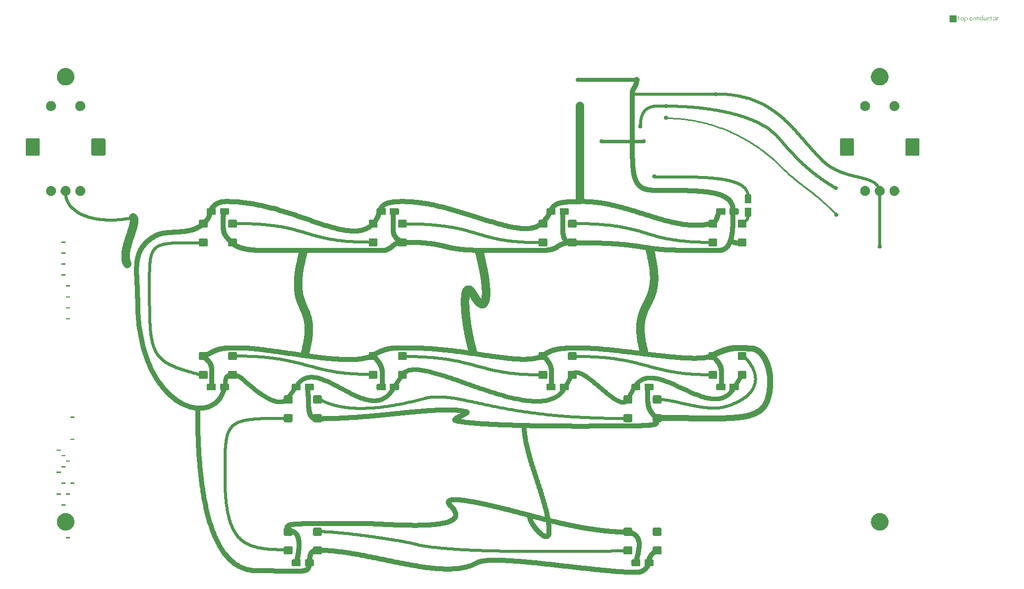
<source format=gtl>
G04                                                      *
G04 Greetings!                                           *
G04 This Gerber was generated by PCBmodE, an open source *
G04 PCB design software. Get it here:                    *
G04                                                      *
G04   http://pcbmode.com                                 *
G04                                                      *
G04 Also visit                                           *
G04                                                      *
G04   http://boldport.com                                *
G04                                                      *
G04 and follow @boldport / @pcbmode for updates!         *
G04                                                      *

G04 leading zeros omitted (L); absolute data (A); 6 integer digits and 6 fractional digits *
%FSLAX66Y66*%

G04 mode (MO): millimeters (MM) *
%MOMM*%

G04 Aperture definitions *
%ADD10C,0.001X*%
%ADD11C,0.001X*%
%ADD20C,0.80X*%
%ADD38C,0.88X*%
%ADD25C,1.68X*%
%ADD37C,0.48X*%
%ADD46C,0.58X*%
%ADD21C,0.50X*%
%ADD22C,0.40X*%
%ADD42C,1.47X*%
%ADD24C,1.28X*%
%ADD35C,1.78X*%
%ADD29C,1.48X*%
%ADD34C,1.38X*%
%ADD39C,0.88X*%
%ADD31C,1.28X*%
%ADD23C,1.28X*%
%ADD36C,0.48X*%
%ADD43C,0.48X*%
%ADD40C,0.28X*%
%ADD33C,1.58X*%
%ADD27C,2.28X*%
%ADD47C,0.98X*%
%ADD30C,2.27X*%
%ADD41C,0.68X*%
%ADD45C,0.78X*%
%ADD28C,1.08X*%
%ADD44C,1.45X*%
%ADD32C,2.25X*%
%ADD26C,1.68X*%

%LPC*%
D20*
G01X154100000Y-21200000D02*
G01X156100000Y-21200000D01*
G01X156100000Y-23800000D01*
G01X154100000Y-23800000D01*
G01X154100000Y-21200000D01*
D20*
G01X142900000Y-21200000D02*
G01X144900000Y-21200000D01*
G01X144900000Y-23800000D01*
G01X142900000Y-23800000D01*
G01X142900000Y-21200000D01*
D20*
G01X3900000Y-21200000D02*
G01X5900000Y-21200000D01*
G01X5900000Y-23800000D01*
G01X3900000Y-23800000D01*
G01X3900000Y-21200000D01*
D20*
G01X15100000Y-21200000D02*
G01X17100000Y-21200000D01*
G01X17100000Y-23800000D01*
G01X15100000Y-23800000D01*
G01X15100000Y-21200000D01*
D20*
G01X80000000Y-30500000D02*
G01X80000000Y-30500000D01*
G01X79801558Y-30498392D01*
G01X79603894Y-30493586D01*
G01X79407032Y-30485605D01*
G01X79210997Y-30474475D01*
G01X79015813Y-30460220D01*
G01X78821507Y-30442866D01*
G01X78628101Y-30422435D01*
G01X78435621Y-30398955D01*
G01X78244092Y-30372448D01*
G01X78053538Y-30342940D01*
G01X77863984Y-30310456D01*
G01X77675454Y-30275020D01*
G01X77487974Y-30236657D01*
G01X77301568Y-30195391D01*
G01X77116261Y-30151248D01*
G01X76932077Y-30104252D01*
G01X76749042Y-30054428D01*
G01X76567179Y-30001800D01*
G01X76386514Y-29946393D01*
G01X76207072Y-29888232D01*
G01X76028876Y-29827342D01*
G01X75851952Y-29763747D01*
G01X75676325Y-29697472D01*
G01X75502019Y-29628541D01*
G01X75329058Y-29556981D01*
G01X75157469Y-29482814D01*
G01X74987274Y-29406066D01*
G01X74818500Y-29326761D01*
G01X74651170Y-29244925D01*
G01X74485309Y-29160582D01*
G01X74320943Y-29073756D01*
G01X74158095Y-28984473D01*
G01X73996791Y-28892757D01*
G01X73837055Y-28798632D01*
G01X73678912Y-28702124D01*
G01X73522387Y-28603257D01*
G01X73367504Y-28502056D01*
G01X73214288Y-28398546D01*
G01X73062764Y-28292751D01*
G01X72912956Y-28184696D01*
G01X72764889Y-28074406D01*
G01X72618589Y-27961905D01*
G01X72474078Y-27847218D01*
G01X72331383Y-27730370D01*
G01X72190529Y-27611386D01*
G01X72051538Y-27490290D01*
G01X71914438Y-27367106D01*
G01X71779251Y-27241861D01*
G01X71646003Y-27114578D01*
G01X71514719Y-26985281D01*
G01X71385422Y-26853997D01*
G01X71258139Y-26720749D01*
G01X71132894Y-26585562D01*
G01X71009710Y-26448462D01*
G01X70888614Y-26309471D01*
G01X70769630Y-26168617D01*
G01X70652782Y-26025922D01*
G01X70538095Y-25881411D01*
G01X70425594Y-25735111D01*
G01X70315304Y-25587044D01*
G01X70207249Y-25437236D01*
G01X70101454Y-25285712D01*
G01X69997944Y-25132496D01*
G01X69896743Y-24977613D01*
G01X69797876Y-24821088D01*
G01X69701368Y-24662945D01*
G01X69607243Y-24503209D01*
G01X69515527Y-24341905D01*
G01X69426244Y-24179057D01*
G01X69339418Y-24014691D01*
G01X69255075Y-23848830D01*
G01X69173239Y-23681500D01*
G01X69093934Y-23512726D01*
G01X69017186Y-23342531D01*
G01X68943019Y-23170942D01*
G01X68871459Y-22997981D01*
G01X68802528Y-22823675D01*
G01X68736253Y-22648048D01*
G01X68672658Y-22471124D01*
G01X68611768Y-22292928D01*
G01X68553607Y-22113486D01*
G01X68498200Y-21932821D01*
G01X68445572Y-21750958D01*
G01X68395748Y-21567923D01*
G01X68348752Y-21383739D01*
G01X68304609Y-21198432D01*
G01X68263343Y-21012026D01*
G01X68224980Y-20824546D01*
G01X68189544Y-20636016D01*
G01X68157060Y-20446462D01*
G01X68127552Y-20255908D01*
G01X68101045Y-20064379D01*
G01X68077565Y-19871899D01*
G01X68057134Y-19678493D01*
G01X68039780Y-19484187D01*
G01X68025525Y-19289003D01*
G01X68014395Y-19092968D01*
G01X68006414Y-18896106D01*
G01X68001608Y-18698442D01*
G01X68000000Y-18500000D01*
G01X68000000Y-18500000D01*
G01X68000000Y-18500000D01*
G01X68001608Y-18301558D01*
G01X68006414Y-18103894D01*
G01X68014395Y-17907032D01*
G01X68025525Y-17710997D01*
G01X68039780Y-17515813D01*
G01X68057134Y-17321507D01*
G01X68077565Y-17128101D01*
G01X68101045Y-16935621D01*
G01X68127552Y-16744092D01*
G01X68157060Y-16553538D01*
G01X68189544Y-16363984D01*
G01X68224980Y-16175454D01*
G01X68263343Y-15987974D01*
G01X68304609Y-15801568D01*
G01X68348752Y-15616261D01*
G01X68395748Y-15432077D01*
G01X68445572Y-15249042D01*
G01X68498200Y-15067179D01*
G01X68553607Y-14886514D01*
G01X68611768Y-14707072D01*
G01X68672658Y-14528876D01*
G01X68736253Y-14351952D01*
G01X68802528Y-14176325D01*
G01X68871459Y-14002019D01*
G01X68943019Y-13829058D01*
G01X69017186Y-13657469D01*
G01X69093934Y-13487274D01*
G01X69173239Y-13318499D01*
G01X69255075Y-13151170D01*
G01X69339418Y-12985309D01*
G01X69426244Y-12820943D01*
G01X69515527Y-12658095D01*
G01X69607243Y-12496791D01*
G01X69701368Y-12337055D01*
G01X69797876Y-12178912D01*
G01X69896743Y-12022387D01*
G01X69997944Y-11867504D01*
G01X70101454Y-11714288D01*
G01X70207249Y-11562764D01*
G01X70315304Y-11412956D01*
G01X70425594Y-11264889D01*
G01X70538095Y-11118589D01*
G01X70652782Y-10974078D01*
G01X70769630Y-10831383D01*
G01X70888614Y-10690529D01*
G01X71009710Y-10551538D01*
G01X71132894Y-10414438D01*
G01X71258139Y-10279251D01*
G01X71385422Y-10146003D01*
G01X71514719Y-10014719D01*
G01X71646003Y-9885422D01*
G01X71779251Y-9758139D01*
G01X71914438Y-9632894D01*
G01X72051538Y-9509710D01*
G01X72190529Y-9388614D01*
G01X72331383Y-9269630D01*
G01X72474078Y-9152782D01*
G01X72618589Y-9038095D01*
G01X72764889Y-8925594D01*
G01X72912956Y-8815304D01*
G01X73062764Y-8707249D01*
G01X73214288Y-8601454D01*
G01X73367504Y-8497943D01*
G01X73522387Y-8396743D01*
G01X73678912Y-8297876D01*
G01X73837055Y-8201368D01*
G01X73996791Y-8107243D01*
G01X74158095Y-8015527D01*
G01X74320943Y-7926244D01*
G01X74485309Y-7839418D01*
G01X74651170Y-7755075D01*
G01X74818500Y-7673239D01*
G01X74987274Y-7593934D01*
G01X75157469Y-7517186D01*
G01X75329058Y-7443019D01*
G01X75502019Y-7371459D01*
G01X75676325Y-7302528D01*
G01X75851952Y-7236253D01*
G01X76028876Y-7172658D01*
G01X76207072Y-7111768D01*
G01X76386514Y-7053607D01*
G01X76567179Y-6998200D01*
G01X76749042Y-6945572D01*
G01X76932077Y-6895748D01*
G01X77116261Y-6848752D01*
G01X77301568Y-6804609D01*
G01X77487974Y-6763343D01*
G01X77675454Y-6724980D01*
G01X77863984Y-6689544D01*
G01X78053538Y-6657060D01*
G01X78244092Y-6627552D01*
G01X78435621Y-6601045D01*
G01X78628101Y-6577565D01*
G01X78821507Y-6557134D01*
G01X79015813Y-6539780D01*
G01X79210997Y-6525525D01*
G01X79407032Y-6514395D01*
G01X79603894Y-6506414D01*
G01X79801558Y-6501608D01*
G01X80000000Y-6500000D01*
G01X80000000Y-6500000D01*
G01X80000000Y-6500000D01*
G01X80198442Y-6501608D01*
G01X80396106Y-6506414D01*
G01X80592968Y-6514395D01*
G01X80789003Y-6525525D01*
G01X80984187Y-6539780D01*
G01X81178493Y-6557134D01*
G01X81371899Y-6577565D01*
G01X81564379Y-6601045D01*
G01X81755908Y-6627552D01*
G01X81946462Y-6657060D01*
G01X82136016Y-6689544D01*
G01X82324546Y-6724980D01*
G01X82512026Y-6763343D01*
G01X82698432Y-6804609D01*
G01X82883739Y-6848752D01*
G01X83067923Y-6895748D01*
G01X83250958Y-6945572D01*
G01X83432821Y-6998200D01*
G01X83613486Y-7053607D01*
G01X83792928Y-7111768D01*
G01X83971124Y-7172658D01*
G01X84148048Y-7236253D01*
G01X84323675Y-7302528D01*
G01X84497981Y-7371459D01*
G01X84670942Y-7443019D01*
G01X84842531Y-7517186D01*
G01X85012726Y-7593934D01*
G01X85181500Y-7673239D01*
G01X85348830Y-7755075D01*
G01X85514691Y-7839418D01*
G01X85679057Y-7926244D01*
G01X85841905Y-8015527D01*
G01X86003209Y-8107243D01*
G01X86162945Y-8201368D01*
G01X86321088Y-8297876D01*
G01X86477613Y-8396743D01*
G01X86632496Y-8497943D01*
G01X86785712Y-8601454D01*
G01X86937236Y-8707249D01*
G01X87087044Y-8815304D01*
G01X87235111Y-8925594D01*
G01X87381411Y-9038095D01*
G01X87525922Y-9152782D01*
G01X87668617Y-9269630D01*
G01X87809471Y-9388614D01*
G01X87948462Y-9509710D01*
G01X88085562Y-9632894D01*
G01X88220749Y-9758139D01*
G01X88353997Y-9885422D01*
G01X88485281Y-10014719D01*
G01X88614578Y-10146003D01*
G01X88741861Y-10279251D01*
G01X88867106Y-10414438D01*
G01X88990290Y-10551538D01*
G01X89111386Y-10690529D01*
G01X89230370Y-10831383D01*
G01X89347218Y-10974078D01*
G01X89461905Y-11118589D01*
G01X89574406Y-11264889D01*
G01X89684696Y-11412956D01*
G01X89792751Y-11562764D01*
G01X89898546Y-11714288D01*
G01X90002056Y-11867504D01*
G01X90103257Y-12022387D01*
G01X90202124Y-12178912D01*
G01X90298632Y-12337055D01*
G01X90392757Y-12496791D01*
G01X90484473Y-12658095D01*
G01X90573756Y-12820943D01*
G01X90660582Y-12985309D01*
G01X90744925Y-13151170D01*
G01X90826761Y-13318499D01*
G01X90906066Y-13487274D01*
G01X90982814Y-13657469D01*
G01X91056981Y-13829058D01*
G01X91128541Y-14002019D01*
G01X91197472Y-14176325D01*
G01X91263747Y-14351952D01*
G01X91327342Y-14528876D01*
G01X91388232Y-14707072D01*
G01X91446393Y-14886514D01*
G01X91501800Y-15067179D01*
G01X91554428Y-15249042D01*
G01X91604252Y-15432077D01*
G01X91651248Y-15616261D01*
G01X91695391Y-15801568D01*
G01X91736657Y-15987974D01*
G01X91775020Y-16175454D01*
G01X91810456Y-16363984D01*
G01X91842940Y-16553538D01*
G01X91872448Y-16744092D01*
G01X91898955Y-16935621D01*
G01X91922435Y-17128101D01*
G01X91942866Y-17321507D01*
G01X91960220Y-17515813D01*
G01X91974475Y-17710997D01*
G01X91985605Y-17907032D01*
G01X91993586Y-18103894D01*
G01X91998392Y-18301558D01*
G01X92000000Y-18500000D01*
G01X92000000Y-18500000D01*
G01X92000000Y-18500000D01*
G01X91998392Y-18698442D01*
G01X91993586Y-18896106D01*
G01X91985605Y-19092968D01*
G01X91974475Y-19289003D01*
G01X91960220Y-19484187D01*
G01X91942866Y-19678493D01*
G01X91922435Y-19871899D01*
G01X91898955Y-20064379D01*
G01X91872448Y-20255908D01*
G01X91842940Y-20446462D01*
G01X91810456Y-20636016D01*
G01X91775020Y-20824546D01*
G01X91736657Y-21012026D01*
G01X91695391Y-21198432D01*
G01X91651248Y-21383739D01*
G01X91604252Y-21567923D01*
G01X91554428Y-21750958D01*
G01X91501800Y-21932821D01*
G01X91446393Y-22113486D01*
G01X91388232Y-22292928D01*
G01X91327342Y-22471124D01*
G01X91263747Y-22648048D01*
G01X91197472Y-22823675D01*
G01X91128541Y-22997981D01*
G01X91056981Y-23170942D01*
G01X90982814Y-23342531D01*
G01X90906066Y-23512726D01*
G01X90826761Y-23681500D01*
G01X90744925Y-23848830D01*
G01X90660582Y-24014691D01*
G01X90573756Y-24179057D01*
G01X90484473Y-24341905D01*
G01X90392757Y-24503209D01*
G01X90298632Y-24662945D01*
G01X90202124Y-24821088D01*
G01X90103257Y-24977613D01*
G01X90002056Y-25132496D01*
G01X89898546Y-25285712D01*
G01X89792751Y-25437236D01*
G01X89684696Y-25587044D01*
G01X89574406Y-25735111D01*
G01X89461905Y-25881411D01*
G01X89347218Y-26025922D01*
G01X89230370Y-26168617D01*
G01X89111386Y-26309471D01*
G01X88990290Y-26448462D01*
G01X88867106Y-26585562D01*
G01X88741861Y-26720749D01*
G01X88614578Y-26853997D01*
G01X88485281Y-26985281D01*
G01X88353997Y-27114578D01*
G01X88220749Y-27241861D01*
G01X88085562Y-27367106D01*
G01X87948462Y-27490290D01*
G01X87809471Y-27611386D01*
G01X87668617Y-27730370D01*
G01X87525922Y-27847218D01*
G01X87381411Y-27961905D01*
G01X87235111Y-28074406D01*
G01X87087044Y-28184696D01*
G01X86937236Y-28292751D01*
G01X86785712Y-28398546D01*
G01X86632496Y-28502056D01*
G01X86477613Y-28603257D01*
G01X86321088Y-28702124D01*
G01X86162945Y-28798632D01*
G01X86003209Y-28892757D01*
G01X85841905Y-28984473D01*
G01X85679057Y-29073756D01*
G01X85514691Y-29160582D01*
G01X85348830Y-29244925D01*
G01X85181500Y-29326761D01*
G01X85012726Y-29406066D01*
G01X84842531Y-29482814D01*
G01X84670942Y-29556981D01*
G01X84497981Y-29628541D01*
G01X84323675Y-29697472D01*
G01X84148048Y-29763747D01*
G01X83971124Y-29827342D01*
G01X83792928Y-29888232D01*
G01X83613486Y-29946393D01*
G01X83432821Y-30001800D01*
G01X83250958Y-30054428D01*
G01X83067923Y-30104252D01*
G01X82883739Y-30151248D01*
G01X82698432Y-30195391D01*
G01X82512026Y-30236657D01*
G01X82324546Y-30275020D01*
G01X82136016Y-30310456D01*
G01X81946462Y-30342940D01*
G01X81755908Y-30372448D01*
G01X81564379Y-30398955D01*
G01X81371899Y-30422435D01*
G01X81178493Y-30442866D01*
G01X80984187Y-30460220D01*
G01X80789003Y-30474475D01*
G01X80592968Y-30485605D01*
G01X80396106Y-30493586D01*
G01X80198442Y-30498392D01*
G01X80000000Y-30500000D01*
G01X80000000Y-30500000D01*
D20*
G01X119000000Y-71000000D02*
G01X99000000Y-71000000D01*
G01X99000000Y-86000000D01*
G01X119000000Y-86000000D01*
G01X119000000Y-71000000D01*
D20*
G01X61000000Y-71000000D02*
G01X41000000Y-71000000D01*
G01X41000000Y-86000000D01*
G01X61000000Y-86000000D01*
G01X61000000Y-71000000D01*
D20*
G01X133500000Y-41000000D02*
G01X113500000Y-41000000D01*
G01X113500000Y-56000000D01*
G01X133500000Y-56000000D01*
G01X133500000Y-41000000D01*
D20*
G01X104500000Y-41000000D02*
G01X84500000Y-41000000D01*
G01X84500000Y-56000000D01*
G01X104500000Y-56000000D01*
G01X104500000Y-41000000D01*
D20*
G01X75500000Y-41000000D02*
G01X55500000Y-41000000D01*
G01X55500000Y-56000000D01*
G01X75500000Y-56000000D01*
G01X75500000Y-41000000D01*
D20*
G01X46500000Y-41000000D02*
G01X26500000Y-41000000D01*
G01X26500000Y-56000000D01*
G01X46500000Y-56000000D01*
G01X46500000Y-41000000D01*
D20*
G01X0000000Y-48500000D02*
G01X0000000Y-9000000D01*
G01X0000000Y-9000000D01*
G01X0001206Y-8851169D01*
G01X0004811Y-8702920D01*
G01X0010796Y-8555274D01*
G01X0019144Y-8408247D01*
G01X0029835Y-8261860D01*
G01X0042851Y-8116130D01*
G01X0058173Y-7971076D01*
G01X0075784Y-7826716D01*
G01X0095664Y-7683069D01*
G01X0117795Y-7540153D01*
G01X0142158Y-7397988D01*
G01X0168735Y-7256591D01*
G01X0197507Y-7115981D01*
G01X0228457Y-6976176D01*
G01X0261564Y-6837196D01*
G01X0296811Y-6699058D01*
G01X0334179Y-6561781D01*
G01X0373650Y-6425384D01*
G01X0415205Y-6289886D01*
G01X0458826Y-6155304D01*
G01X0504494Y-6021657D01*
G01X0552190Y-5888964D01*
G01X0601896Y-5757244D01*
G01X0653594Y-5626514D01*
G01X0707265Y-5496794D01*
G01X0762890Y-5368101D01*
G01X0820451Y-5240455D01*
G01X0879929Y-5113875D01*
G01X0941306Y-4988377D01*
G01X1004564Y-4863982D01*
G01X1069683Y-4740707D01*
G01X1136645Y-4618571D01*
G01X1205432Y-4497593D01*
G01X1276026Y-4377791D01*
G01X1348407Y-4259184D01*
G01X1422557Y-4141790D01*
G01X1498458Y-4025628D01*
G01X1576090Y-3910716D01*
G01X1655437Y-3797073D01*
G01X1736478Y-3684717D01*
G01X1819196Y-3573667D01*
G01X1903571Y-3463941D01*
G01X1989586Y-3355559D01*
G01X2077222Y-3248538D01*
G01X2166461Y-3142896D01*
G01X2257283Y-3038654D01*
G01X2349670Y-2935828D01*
G01X2443604Y-2834438D01*
G01X2539067Y-2734502D01*
G01X2636039Y-2636039D01*
G01X2734502Y-2539067D01*
G01X2834438Y-2443604D01*
G01X2935828Y-2349670D01*
G01X3038654Y-2257283D01*
G01X3142896Y-2166461D01*
G01X3248538Y-2077222D01*
G01X3355559Y-1989586D01*
G01X3463941Y-1903571D01*
G01X3573667Y-1819196D01*
G01X3684717Y-1736478D01*
G01X3797073Y-1655437D01*
G01X3910716Y-1576090D01*
G01X4025628Y-1498458D01*
G01X4141790Y-1422557D01*
G01X4259184Y-1348407D01*
G01X4377791Y-1276026D01*
G01X4497593Y-1205432D01*
G01X4618571Y-1136645D01*
G01X4740707Y-1069683D01*
G01X4863982Y-1004564D01*
G01X4988377Y-0941306D01*
G01X5113875Y-0879929D01*
G01X5240455Y-0820451D01*
G01X5368101Y-0762890D01*
G01X5496794Y-0707265D01*
G01X5626514Y-0653594D01*
G01X5757244Y-0601896D01*
G01X5888964Y-0552190D01*
G01X6021657Y-0504494D01*
G01X6155304Y-0458826D01*
G01X6289886Y-0415205D01*
G01X6425384Y-0373650D01*
G01X6561781Y-0334179D01*
G01X6699058Y-0296811D01*
G01X6837196Y-0261564D01*
G01X6976176Y-0228457D01*
G01X7115981Y-0197507D01*
G01X7256591Y-0168735D01*
G01X7397988Y-0142158D01*
G01X7540153Y-0117795D01*
G01X7683069Y-0095664D01*
G01X7826716Y-0075784D01*
G01X7971076Y-0058173D01*
G01X8116130Y-0042851D01*
G01X8261860Y-0029835D01*
G01X8408247Y-0019144D01*
G01X8555274Y-0010796D01*
G01X8702920Y-0004811D01*
G01X8851169Y-0001206D01*
G01X9000000Y-0000000D01*
G01X9000000Y-0000000D01*
G01X80000000Y-0000000D01*
G01X151000000Y-0000000D01*
G01X151000000Y-0000000D01*
G01X151148831Y-0001206D01*
G01X151297080Y-0004811D01*
G01X151444726Y-0010796D01*
G01X151591753Y-0019144D01*
G01X151738140Y-0029835D01*
G01X151883870Y-0042851D01*
G01X152028924Y-0058173D01*
G01X152173284Y-0075784D01*
G01X152316931Y-0095664D01*
G01X152459847Y-0117795D01*
G01X152602012Y-0142158D01*
G01X152743409Y-0168735D01*
G01X152884019Y-0197507D01*
G01X153023824Y-0228457D01*
G01X153162804Y-0261564D01*
G01X153300942Y-0296811D01*
G01X153438219Y-0334179D01*
G01X153574616Y-0373650D01*
G01X153710114Y-0415205D01*
G01X153844696Y-0458826D01*
G01X153978343Y-0504494D01*
G01X154111036Y-0552190D01*
G01X154242756Y-0601896D01*
G01X154373486Y-0653594D01*
G01X154503206Y-0707265D01*
G01X154631899Y-0762890D01*
G01X154759545Y-0820451D01*
G01X154886125Y-0879929D01*
G01X155011623Y-0941306D01*
G01X155136018Y-1004564D01*
G01X155259293Y-1069683D01*
G01X155381429Y-1136645D01*
G01X155502407Y-1205432D01*
G01X155622209Y-1276026D01*
G01X155740816Y-1348407D01*
G01X155858210Y-1422557D01*
G01X155974372Y-1498458D01*
G01X156089284Y-1576090D01*
G01X156202927Y-1655437D01*
G01X156315283Y-1736478D01*
G01X156426333Y-1819196D01*
G01X156536059Y-1903571D01*
G01X156644441Y-1989586D01*
G01X156751462Y-2077222D01*
G01X156857104Y-2166461D01*
G01X156961346Y-2257283D01*
G01X157064172Y-2349670D01*
G01X157165562Y-2443604D01*
G01X157265498Y-2539067D01*
G01X157363961Y-2636039D01*
G01X157460933Y-2734502D01*
G01X157556396Y-2834438D01*
G01X157650330Y-2935828D01*
G01X157742717Y-3038654D01*
G01X157833539Y-3142896D01*
G01X157922778Y-3248538D01*
G01X158010414Y-3355559D01*
G01X158096429Y-3463941D01*
G01X158180804Y-3573667D01*
G01X158263522Y-3684717D01*
G01X158344563Y-3797073D01*
G01X158423910Y-3910716D01*
G01X158501542Y-4025628D01*
G01X158577443Y-4141790D01*
G01X158651593Y-4259184D01*
G01X158723974Y-4377791D01*
G01X158794568Y-4497593D01*
G01X158863355Y-4618571D01*
G01X158930317Y-4740707D01*
G01X158995436Y-4863982D01*
G01X159058694Y-4988377D01*
G01X159120071Y-5113875D01*
G01X159179549Y-5240455D01*
G01X159237110Y-5368101D01*
G01X159292735Y-5496794D01*
G01X159346406Y-5626514D01*
G01X159398104Y-5757244D01*
G01X159447810Y-5888964D01*
G01X159495506Y-6021657D01*
G01X159541174Y-6155304D01*
G01X159584795Y-6289886D01*
G01X159626350Y-6425384D01*
G01X159665821Y-6561781D01*
G01X159703189Y-6699058D01*
G01X159738436Y-6837196D01*
G01X159771543Y-6976176D01*
G01X159802493Y-7115981D01*
G01X159831265Y-7256591D01*
G01X159857842Y-7397988D01*
G01X159882205Y-7540153D01*
G01X159904336Y-7683069D01*
G01X159924216Y-7826716D01*
G01X159941827Y-7971076D01*
G01X159957149Y-8116130D01*
G01X159970165Y-8261860D01*
G01X159980856Y-8408247D01*
G01X159989204Y-8555274D01*
G01X159995189Y-8702920D01*
G01X159998794Y-8851169D01*
G01X160000000Y-9000000D01*
G01X160000000Y-9000000D01*
G01X160000000Y-48500000D01*
G01X160000000Y-88000000D01*
G01X160000000Y-88000000D01*
G01X159998794Y-88148831D01*
G01X159995189Y-88297080D01*
G01X159989204Y-88444726D01*
G01X159980856Y-88591752D01*
G01X159970165Y-88738140D01*
G01X159957149Y-88883870D01*
G01X159941827Y-89028924D01*
G01X159924216Y-89173284D01*
G01X159904336Y-89316931D01*
G01X159882205Y-89459847D01*
G01X159857842Y-89602012D01*
G01X159831265Y-89743409D01*
G01X159802493Y-89884019D01*
G01X159771543Y-90023824D01*
G01X159738436Y-90162804D01*
G01X159703189Y-90300942D01*
G01X159665821Y-90438219D01*
G01X159626350Y-90574616D01*
G01X159584795Y-90710114D01*
G01X159541174Y-90844696D01*
G01X159495506Y-90978343D01*
G01X159447810Y-91111036D01*
G01X159398104Y-91242756D01*
G01X159346406Y-91373486D01*
G01X159292735Y-91503206D01*
G01X159237110Y-91631899D01*
G01X159179549Y-91759545D01*
G01X159120071Y-91886125D01*
G01X159058694Y-92011623D01*
G01X158995436Y-92136018D01*
G01X158930317Y-92259293D01*
G01X158863355Y-92381429D01*
G01X158794568Y-92502407D01*
G01X158723974Y-92622209D01*
G01X158651593Y-92740816D01*
G01X158577443Y-92858210D01*
G01X158501542Y-92974372D01*
G01X158423910Y-93089284D01*
G01X158344563Y-93202927D01*
G01X158263522Y-93315283D01*
G01X158180804Y-93426333D01*
G01X158096429Y-93536059D01*
G01X158010414Y-93644441D01*
G01X157922778Y-93751462D01*
G01X157833539Y-93857104D01*
G01X157742717Y-93961346D01*
G01X157650330Y-94064172D01*
G01X157556396Y-94165562D01*
G01X157460933Y-94265498D01*
G01X157363961Y-94363961D01*
G01X157265498Y-94460933D01*
G01X157165562Y-94556396D01*
G01X157064172Y-94650330D01*
G01X156961346Y-94742717D01*
G01X156857104Y-94833539D01*
G01X156751462Y-94922778D01*
G01X156644441Y-95010414D01*
G01X156536059Y-95096429D01*
G01X156426333Y-95180804D01*
G01X156315283Y-95263522D01*
G01X156202927Y-95344563D01*
G01X156089284Y-95423910D01*
G01X155974372Y-95501542D01*
G01X155858210Y-95577443D01*
G01X155740816Y-95651593D01*
G01X155622209Y-95723974D01*
G01X155502407Y-95794568D01*
G01X155381429Y-95863355D01*
G01X155259293Y-95930317D01*
G01X155136018Y-95995436D01*
G01X155011623Y-96058694D01*
G01X154886125Y-96120071D01*
G01X154759545Y-96179549D01*
G01X154631899Y-96237110D01*
G01X154503206Y-96292735D01*
G01X154373486Y-96346406D01*
G01X154242756Y-96398104D01*
G01X154111036Y-96447810D01*
G01X153978343Y-96495506D01*
G01X153844696Y-96541174D01*
G01X153710114Y-96584795D01*
G01X153574616Y-96626350D01*
G01X153438219Y-96665821D01*
G01X153300942Y-96703189D01*
G01X153162804Y-96738436D01*
G01X153023824Y-96771543D01*
G01X152884019Y-96802493D01*
G01X152743409Y-96831265D01*
G01X152602012Y-96857842D01*
G01X152459847Y-96882205D01*
G01X152316931Y-96904336D01*
G01X152173284Y-96924216D01*
G01X152028924Y-96941827D01*
G01X151883870Y-96957149D01*
G01X151738140Y-96970165D01*
G01X151591753Y-96980856D01*
G01X151444726Y-96989204D01*
G01X151297080Y-96995189D01*
G01X151148831Y-96998794D01*
G01X151000000Y-97000000D01*
G01X151000000Y-97000000D01*
G01X80000000Y-97000000D01*
G01X9000000Y-97000000D01*
G01X9000000Y-97000000D01*
G01X8851169Y-96998794D01*
G01X8702920Y-96995189D01*
G01X8555274Y-96989204D01*
G01X8408247Y-96980856D01*
G01X8261860Y-96970165D01*
G01X8116130Y-96957149D01*
G01X7971076Y-96941827D01*
G01X7826716Y-96924216D01*
G01X7683069Y-96904336D01*
G01X7540153Y-96882205D01*
G01X7397988Y-96857842D01*
G01X7256591Y-96831265D01*
G01X7115981Y-96802493D01*
G01X6976176Y-96771543D01*
G01X6837196Y-96738436D01*
G01X6699058Y-96703189D01*
G01X6561781Y-96665821D01*
G01X6425384Y-96626350D01*
G01X6289886Y-96584795D01*
G01X6155304Y-96541174D01*
G01X6021657Y-96495506D01*
G01X5888964Y-96447810D01*
G01X5757244Y-96398104D01*
G01X5626514Y-96346406D01*
G01X5496794Y-96292735D01*
G01X5368101Y-96237110D01*
G01X5240455Y-96179549D01*
G01X5113875Y-96120071D01*
G01X4988377Y-96058694D01*
G01X4863982Y-95995436D01*
G01X4740707Y-95930317D01*
G01X4618571Y-95863355D01*
G01X4497593Y-95794568D01*
G01X4377791Y-95723974D01*
G01X4259184Y-95651593D01*
G01X4141790Y-95577443D01*
G01X4025628Y-95501542D01*
G01X3910716Y-95423910D01*
G01X3797073Y-95344563D01*
G01X3684717Y-95263522D01*
G01X3573667Y-95180804D01*
G01X3463941Y-95096429D01*
G01X3355559Y-95010414D01*
G01X3248538Y-94922778D01*
G01X3142896Y-94833539D01*
G01X3038654Y-94742717D01*
G01X2935828Y-94650330D01*
G01X2834438Y-94556396D01*
G01X2734502Y-94460933D01*
G01X2636039Y-94363961D01*
G01X2539067Y-94265498D01*
G01X2443604Y-94165562D01*
G01X2349670Y-94064172D01*
G01X2257283Y-93961346D01*
G01X2166461Y-93857104D01*
G01X2077222Y-93751462D01*
G01X1989586Y-93644441D01*
G01X1903571Y-93536059D01*
G01X1819196Y-93426333D01*
G01X1736478Y-93315283D01*
G01X1655437Y-93202927D01*
G01X1576090Y-93089284D01*
G01X1498458Y-92974372D01*
G01X1422557Y-92858210D01*
G01X1348407Y-92740816D01*
G01X1276026Y-92622209D01*
G01X1205432Y-92502407D01*
G01X1136645Y-92381429D01*
G01X1069683Y-92259293D01*
G01X1004564Y-92136018D01*
G01X0941306Y-92011623D01*
G01X0879929Y-91886125D01*
G01X0820451Y-91759545D01*
G01X0762890Y-91631899D01*
G01X0707265Y-91503206D01*
G01X0653594Y-91373486D01*
G01X0601896Y-91242756D01*
G01X0552190Y-91111036D01*
G01X0504494Y-90978343D01*
G01X0458826Y-90844696D01*
G01X0415205Y-90710114D01*
G01X0373650Y-90574616D01*
G01X0334179Y-90438219D01*
G01X0296811Y-90300942D01*
G01X0261564Y-90162804D01*
G01X0228457Y-90023824D01*
G01X0197507Y-89884019D01*
G01X0168735Y-89743409D01*
G01X0142158Y-89602012D01*
G01X0117795Y-89459847D01*
G01X0095664Y-89316931D01*
G01X0075784Y-89173284D01*
G01X0058173Y-89028924D01*
G01X0042851Y-88883870D01*
G01X0029835Y-88738140D01*
G01X0019144Y-88591752D01*
G01X0010796Y-88444726D01*
G01X0004811Y-88297080D01*
G01X0001206Y-88148831D01*
G01X0000000Y-88000000D01*
G01X0000000Y-88000000D01*
G01X0000000Y-48500000D01*
D21*
G01X49250000Y-91400000D02*
G01X49250000Y-91850000D01*
G01X49250000Y-91850000D01*
G01X49244514Y-91902334D01*
G01X49228809Y-91950886D01*
G01X49204016Y-91994526D01*
G01X49171266Y-92032122D01*
G01X49131689Y-92062544D01*
G01X49086418Y-92084661D01*
G01X49036581Y-92097343D01*
G01X49000000Y-92100000D01*
G01X48500000Y-92100000D01*
G01X48000000Y-92100000D01*
G01X48000000Y-92100000D01*
G01X47947666Y-92094514D01*
G01X47899114Y-92078809D01*
G01X47855474Y-92054016D01*
G01X47817878Y-92021266D01*
G01X47787456Y-91981689D01*
G01X47765339Y-91936418D01*
G01X47752657Y-91886581D01*
G01X47750000Y-91850000D01*
G01X47750000Y-91400000D01*
G01X47750000Y-90950000D01*
G01X47750000Y-90950000D01*
G01X47755486Y-90897666D01*
G01X47771191Y-90849114D01*
G01X47795984Y-90805474D01*
G01X47828734Y-90767878D01*
G01X47868311Y-90737456D01*
G01X47913582Y-90715339D01*
G01X47963419Y-90702657D01*
G01X48000000Y-90700000D01*
G01X48500000Y-90700000D01*
G01X49000000Y-90700000D01*
G01X49000000Y-90700000D01*
G01X49052334Y-90705486D01*
G01X49100886Y-90721191D01*
G01X49144526Y-90745984D01*
G01X49182122Y-90778734D01*
G01X49212544Y-90818311D01*
G01X49234661Y-90863582D01*
G01X49247343Y-90913419D01*
G01X49250000Y-90950000D01*
G01X49250000Y-91400000D01*
D21*
G01X49250000Y-91400000D02*
G01X49250000Y-91850000D01*
G01X49250000Y-91850000D01*
G01X49244514Y-91902334D01*
G01X49228809Y-91950886D01*
G01X49204016Y-91994526D01*
G01X49171266Y-92032122D01*
G01X49131689Y-92062544D01*
G01X49086418Y-92084661D01*
G01X49036581Y-92097343D01*
G01X49000000Y-92100000D01*
G01X48500000Y-92100000D01*
G01X48000000Y-92100000D01*
G01X48000000Y-92100000D01*
G01X47947666Y-92094514D01*
G01X47899114Y-92078809D01*
G01X47855474Y-92054016D01*
G01X47817878Y-92021266D01*
G01X47787456Y-91981689D01*
G01X47765339Y-91936418D01*
G01X47752657Y-91886581D01*
G01X47750000Y-91850000D01*
G01X47750000Y-91400000D01*
G01X47750000Y-90950000D01*
G01X47750000Y-90950000D01*
G01X47755486Y-90897666D01*
G01X47771191Y-90849114D01*
G01X47795984Y-90805474D01*
G01X47828734Y-90767878D01*
G01X47868311Y-90737456D01*
G01X47913582Y-90715339D01*
G01X47963419Y-90702657D01*
G01X48000000Y-90700000D01*
G01X48500000Y-90700000D01*
G01X49000000Y-90700000D01*
G01X49000000Y-90700000D01*
G01X49052334Y-90705486D01*
G01X49100886Y-90721191D01*
G01X49144526Y-90745984D01*
G01X49182122Y-90778734D01*
G01X49212544Y-90818311D01*
G01X49234661Y-90863582D01*
G01X49247343Y-90913419D01*
G01X49250000Y-90950000D01*
G01X49250000Y-91400000D01*
D21*
G01X49250000Y-88200000D02*
G01X49250000Y-88650000D01*
G01X49250000Y-88650000D01*
G01X49244514Y-88702334D01*
G01X49228809Y-88750886D01*
G01X49204016Y-88794526D01*
G01X49171266Y-88832122D01*
G01X49131689Y-88862544D01*
G01X49086418Y-88884661D01*
G01X49036581Y-88897343D01*
G01X49000000Y-88900000D01*
G01X48500000Y-88900000D01*
G01X48000000Y-88900000D01*
G01X48000000Y-88900000D01*
G01X47947666Y-88894514D01*
G01X47899114Y-88878809D01*
G01X47855474Y-88854016D01*
G01X47817878Y-88821266D01*
G01X47787456Y-88781689D01*
G01X47765339Y-88736418D01*
G01X47752657Y-88686581D01*
G01X47750000Y-88650000D01*
G01X47750000Y-88200000D01*
G01X47750000Y-87750000D01*
G01X47750000Y-87750000D01*
G01X47755486Y-87697666D01*
G01X47771191Y-87649114D01*
G01X47795984Y-87605474D01*
G01X47828734Y-87567878D01*
G01X47868311Y-87537456D01*
G01X47913582Y-87515339D01*
G01X47963419Y-87502657D01*
G01X48000000Y-87500000D01*
G01X48500000Y-87500000D01*
G01X49000000Y-87500000D01*
G01X49000000Y-87500000D01*
G01X49052334Y-87505486D01*
G01X49100886Y-87521191D01*
G01X49144526Y-87545984D01*
G01X49182122Y-87578734D01*
G01X49212544Y-87618311D01*
G01X49234661Y-87663582D01*
G01X49247343Y-87713419D01*
G01X49250000Y-87750000D01*
G01X49250000Y-88200000D01*
D21*
G01X49250000Y-88200000D02*
G01X49250000Y-88650000D01*
G01X49250000Y-88650000D01*
G01X49244514Y-88702334D01*
G01X49228809Y-88750886D01*
G01X49204016Y-88794526D01*
G01X49171266Y-88832122D01*
G01X49131689Y-88862544D01*
G01X49086418Y-88884661D01*
G01X49036581Y-88897343D01*
G01X49000000Y-88900000D01*
G01X48500000Y-88900000D01*
G01X48000000Y-88900000D01*
G01X48000000Y-88900000D01*
G01X47947666Y-88894514D01*
G01X47899114Y-88878809D01*
G01X47855474Y-88854016D01*
G01X47817878Y-88821266D01*
G01X47787456Y-88781689D01*
G01X47765339Y-88736418D01*
G01X47752657Y-88686581D01*
G01X47750000Y-88650000D01*
G01X47750000Y-88200000D01*
G01X47750000Y-87750000D01*
G01X47750000Y-87750000D01*
G01X47755486Y-87697666D01*
G01X47771191Y-87649114D01*
G01X47795984Y-87605474D01*
G01X47828734Y-87567878D01*
G01X47868311Y-87537456D01*
G01X47913582Y-87515339D01*
G01X47963419Y-87502657D01*
G01X48000000Y-87500000D01*
G01X48500000Y-87500000D01*
G01X49000000Y-87500000D01*
G01X49000000Y-87500000D01*
G01X49052334Y-87505486D01*
G01X49100886Y-87521191D01*
G01X49144526Y-87545984D01*
G01X49182122Y-87578734D01*
G01X49212544Y-87618311D01*
G01X49234661Y-87663582D01*
G01X49247343Y-87713419D01*
G01X49250000Y-87750000D01*
G01X49250000Y-88200000D01*
D21*
G01X54250000Y-88200000D02*
G01X54250000Y-88650000D01*
G01X54250000Y-88650000D01*
G01X54244514Y-88702334D01*
G01X54228809Y-88750886D01*
G01X54204016Y-88794526D01*
G01X54171266Y-88832122D01*
G01X54131689Y-88862544D01*
G01X54086418Y-88884661D01*
G01X54036581Y-88897343D01*
G01X54000000Y-88900000D01*
G01X53500000Y-88900000D01*
G01X53000000Y-88900000D01*
G01X53000000Y-88900000D01*
G01X52947666Y-88894514D01*
G01X52899114Y-88878809D01*
G01X52855474Y-88854016D01*
G01X52817878Y-88821266D01*
G01X52787456Y-88781689D01*
G01X52765339Y-88736418D01*
G01X52752657Y-88686581D01*
G01X52750000Y-88650000D01*
G01X52750000Y-88200000D01*
G01X52750000Y-87750000D01*
G01X52750000Y-87750000D01*
G01X52755486Y-87697666D01*
G01X52771191Y-87649114D01*
G01X52795984Y-87605474D01*
G01X52828734Y-87567878D01*
G01X52868311Y-87537456D01*
G01X52913582Y-87515339D01*
G01X52963419Y-87502657D01*
G01X53000000Y-87500000D01*
G01X53500000Y-87500000D01*
G01X54000000Y-87500000D01*
G01X54000000Y-87500000D01*
G01X54052334Y-87505486D01*
G01X54100886Y-87521191D01*
G01X54144526Y-87545984D01*
G01X54182122Y-87578734D01*
G01X54212544Y-87618311D01*
G01X54234661Y-87663582D01*
G01X54247343Y-87713419D01*
G01X54250000Y-87750000D01*
G01X54250000Y-88200000D01*
D21*
G01X54250000Y-88200000D02*
G01X54250000Y-88650000D01*
G01X54250000Y-88650000D01*
G01X54244514Y-88702334D01*
G01X54228809Y-88750886D01*
G01X54204016Y-88794526D01*
G01X54171266Y-88832122D01*
G01X54131689Y-88862544D01*
G01X54086418Y-88884661D01*
G01X54036581Y-88897343D01*
G01X54000000Y-88900000D01*
G01X53500000Y-88900000D01*
G01X53000000Y-88900000D01*
G01X53000000Y-88900000D01*
G01X52947666Y-88894514D01*
G01X52899114Y-88878809D01*
G01X52855474Y-88854016D01*
G01X52817878Y-88821266D01*
G01X52787456Y-88781689D01*
G01X52765339Y-88736418D01*
G01X52752657Y-88686581D01*
G01X52750000Y-88650000D01*
G01X52750000Y-88200000D01*
G01X52750000Y-87750000D01*
G01X52750000Y-87750000D01*
G01X52755486Y-87697666D01*
G01X52771191Y-87649114D01*
G01X52795984Y-87605474D01*
G01X52828734Y-87567878D01*
G01X52868311Y-87537456D01*
G01X52913582Y-87515339D01*
G01X52963419Y-87502657D01*
G01X53000000Y-87500000D01*
G01X53500000Y-87500000D01*
G01X54000000Y-87500000D01*
G01X54000000Y-87500000D01*
G01X54052334Y-87505486D01*
G01X54100886Y-87521191D01*
G01X54144526Y-87545984D01*
G01X54182122Y-87578734D01*
G01X54212544Y-87618311D01*
G01X54234661Y-87663582D01*
G01X54247343Y-87713419D01*
G01X54250000Y-87750000D01*
G01X54250000Y-88200000D01*
D21*
G01X54250000Y-91400000D02*
G01X54250000Y-91850000D01*
G01X54250000Y-91850000D01*
G01X54244514Y-91902334D01*
G01X54228809Y-91950886D01*
G01X54204016Y-91994526D01*
G01X54171266Y-92032122D01*
G01X54131689Y-92062544D01*
G01X54086418Y-92084661D01*
G01X54036581Y-92097343D01*
G01X54000000Y-92100000D01*
G01X53500000Y-92100000D01*
G01X53000000Y-92100000D01*
G01X53000000Y-92100000D01*
G01X52947666Y-92094514D01*
G01X52899114Y-92078809D01*
G01X52855474Y-92054016D01*
G01X52817878Y-92021266D01*
G01X52787456Y-91981689D01*
G01X52765339Y-91936418D01*
G01X52752657Y-91886581D01*
G01X52750000Y-91850000D01*
G01X52750000Y-91400000D01*
G01X52750000Y-90950000D01*
G01X52750000Y-90950000D01*
G01X52755486Y-90897666D01*
G01X52771191Y-90849114D01*
G01X52795984Y-90805474D01*
G01X52828734Y-90767878D01*
G01X52868311Y-90737456D01*
G01X52913582Y-90715339D01*
G01X52963419Y-90702657D01*
G01X53000000Y-90700000D01*
G01X53500000Y-90700000D01*
G01X54000000Y-90700000D01*
G01X54000000Y-90700000D01*
G01X54052334Y-90705486D01*
G01X54100886Y-90721191D01*
G01X54144526Y-90745984D01*
G01X54182122Y-90778734D01*
G01X54212544Y-90818311D01*
G01X54234661Y-90863582D01*
G01X54247343Y-90913419D01*
G01X54250000Y-90950000D01*
G01X54250000Y-91400000D01*
D21*
G01X54250000Y-91400000D02*
G01X54250000Y-91850000D01*
G01X54250000Y-91850000D01*
G01X54244514Y-91902334D01*
G01X54228809Y-91950886D01*
G01X54204016Y-91994526D01*
G01X54171266Y-92032122D01*
G01X54131689Y-92062544D01*
G01X54086418Y-92084661D01*
G01X54036581Y-92097343D01*
G01X54000000Y-92100000D01*
G01X53500000Y-92100000D01*
G01X53000000Y-92100000D01*
G01X53000000Y-92100000D01*
G01X52947666Y-92094514D01*
G01X52899114Y-92078809D01*
G01X52855474Y-92054016D01*
G01X52817878Y-92021266D01*
G01X52787456Y-91981689D01*
G01X52765339Y-91936418D01*
G01X52752657Y-91886581D01*
G01X52750000Y-91850000D01*
G01X52750000Y-91400000D01*
G01X52750000Y-90950000D01*
G01X52750000Y-90950000D01*
G01X52755486Y-90897666D01*
G01X52771191Y-90849114D01*
G01X52795984Y-90805474D01*
G01X52828734Y-90767878D01*
G01X52868311Y-90737456D01*
G01X52913582Y-90715339D01*
G01X52963419Y-90702657D01*
G01X53000000Y-90700000D01*
G01X53500000Y-90700000D01*
G01X54000000Y-90700000D01*
G01X54000000Y-90700000D01*
G01X54052334Y-90705486D01*
G01X54100886Y-90721191D01*
G01X54144526Y-90745984D01*
G01X54182122Y-90778734D01*
G01X54212544Y-90818311D01*
G01X54234661Y-90863582D01*
G01X54247343Y-90913419D01*
G01X54250000Y-90950000D01*
G01X54250000Y-91400000D01*
D21*
G01X52750000Y-65600000D02*
G01X52750000Y-65150000D01*
G01X52750000Y-65150000D01*
G01X52755486Y-65097666D01*
G01X52771191Y-65049114D01*
G01X52795984Y-65005474D01*
G01X52828734Y-64967878D01*
G01X52868311Y-64937456D01*
G01X52913582Y-64915339D01*
G01X52963419Y-64902657D01*
G01X53000000Y-64900000D01*
G01X53500000Y-64900000D01*
G01X54000000Y-64900000D01*
G01X54000000Y-64900000D01*
G01X54052334Y-64905486D01*
G01X54100886Y-64921191D01*
G01X54144526Y-64945984D01*
G01X54182122Y-64978734D01*
G01X54212544Y-65018311D01*
G01X54234661Y-65063582D01*
G01X54247343Y-65113419D01*
G01X54250000Y-65150000D01*
G01X54250000Y-65600000D01*
G01X54250000Y-66050000D01*
G01X54250000Y-66050000D01*
G01X54244514Y-66102334D01*
G01X54228809Y-66150886D01*
G01X54204016Y-66194526D01*
G01X54171266Y-66232122D01*
G01X54131689Y-66262544D01*
G01X54086418Y-66284661D01*
G01X54036581Y-66297343D01*
G01X54000000Y-66300000D01*
G01X53500000Y-66300000D01*
G01X53000000Y-66300000D01*
G01X53000000Y-66300000D01*
G01X52947666Y-66294514D01*
G01X52899114Y-66278809D01*
G01X52855474Y-66254016D01*
G01X52817878Y-66221266D01*
G01X52787456Y-66181689D01*
G01X52765339Y-66136418D01*
G01X52752657Y-66086581D01*
G01X52750000Y-66050000D01*
G01X52750000Y-65600000D01*
D21*
G01X52750000Y-65600000D02*
G01X52750000Y-65150000D01*
G01X52750000Y-65150000D01*
G01X52755486Y-65097666D01*
G01X52771191Y-65049114D01*
G01X52795984Y-65005474D01*
G01X52828734Y-64967878D01*
G01X52868311Y-64937456D01*
G01X52913582Y-64915339D01*
G01X52963419Y-64902657D01*
G01X53000000Y-64900000D01*
G01X53500000Y-64900000D01*
G01X54000000Y-64900000D01*
G01X54000000Y-64900000D01*
G01X54052334Y-64905486D01*
G01X54100886Y-64921191D01*
G01X54144526Y-64945984D01*
G01X54182122Y-64978734D01*
G01X54212544Y-65018311D01*
G01X54234661Y-65063582D01*
G01X54247343Y-65113419D01*
G01X54250000Y-65150000D01*
G01X54250000Y-65600000D01*
G01X54250000Y-66050000D01*
G01X54250000Y-66050000D01*
G01X54244514Y-66102334D01*
G01X54228809Y-66150886D01*
G01X54204016Y-66194526D01*
G01X54171266Y-66232122D01*
G01X54131689Y-66262544D01*
G01X54086418Y-66284661D01*
G01X54036581Y-66297343D01*
G01X54000000Y-66300000D01*
G01X53500000Y-66300000D01*
G01X53000000Y-66300000D01*
G01X53000000Y-66300000D01*
G01X52947666Y-66294514D01*
G01X52899114Y-66278809D01*
G01X52855474Y-66254016D01*
G01X52817878Y-66221266D01*
G01X52787456Y-66181689D01*
G01X52765339Y-66136418D01*
G01X52752657Y-66086581D01*
G01X52750000Y-66050000D01*
G01X52750000Y-65600000D01*
D21*
G01X52750000Y-68800000D02*
G01X52750000Y-68350000D01*
G01X52750000Y-68350000D01*
G01X52755486Y-68297666D01*
G01X52771191Y-68249114D01*
G01X52795984Y-68205474D01*
G01X52828734Y-68167878D01*
G01X52868311Y-68137456D01*
G01X52913582Y-68115339D01*
G01X52963419Y-68102657D01*
G01X53000000Y-68100000D01*
G01X53500000Y-68100000D01*
G01X54000000Y-68100000D01*
G01X54000000Y-68100000D01*
G01X54052334Y-68105486D01*
G01X54100886Y-68121191D01*
G01X54144526Y-68145984D01*
G01X54182122Y-68178734D01*
G01X54212544Y-68218311D01*
G01X54234661Y-68263582D01*
G01X54247343Y-68313419D01*
G01X54250000Y-68350000D01*
G01X54250000Y-68800000D01*
G01X54250000Y-69250000D01*
G01X54250000Y-69250000D01*
G01X54244514Y-69302334D01*
G01X54228809Y-69350886D01*
G01X54204016Y-69394526D01*
G01X54171266Y-69432122D01*
G01X54131689Y-69462544D01*
G01X54086418Y-69484661D01*
G01X54036581Y-69497343D01*
G01X54000000Y-69500000D01*
G01X53500000Y-69500000D01*
G01X53000000Y-69500000D01*
G01X53000000Y-69500000D01*
G01X52947666Y-69494514D01*
G01X52899114Y-69478809D01*
G01X52855474Y-69454016D01*
G01X52817878Y-69421266D01*
G01X52787456Y-69381689D01*
G01X52765339Y-69336418D01*
G01X52752657Y-69286581D01*
G01X52750000Y-69250000D01*
G01X52750000Y-68800000D01*
D21*
G01X52750000Y-68800000D02*
G01X52750000Y-68350000D01*
G01X52750000Y-68350000D01*
G01X52755486Y-68297666D01*
G01X52771191Y-68249114D01*
G01X52795984Y-68205474D01*
G01X52828734Y-68167878D01*
G01X52868311Y-68137456D01*
G01X52913582Y-68115339D01*
G01X52963419Y-68102657D01*
G01X53000000Y-68100000D01*
G01X53500000Y-68100000D01*
G01X54000000Y-68100000D01*
G01X54000000Y-68100000D01*
G01X54052334Y-68105486D01*
G01X54100886Y-68121191D01*
G01X54144526Y-68145984D01*
G01X54182122Y-68178734D01*
G01X54212544Y-68218311D01*
G01X54234661Y-68263582D01*
G01X54247343Y-68313419D01*
G01X54250000Y-68350000D01*
G01X54250000Y-68800000D01*
G01X54250000Y-69250000D01*
G01X54250000Y-69250000D01*
G01X54244514Y-69302334D01*
G01X54228809Y-69350886D01*
G01X54204016Y-69394526D01*
G01X54171266Y-69432122D01*
G01X54131689Y-69462544D01*
G01X54086418Y-69484661D01*
G01X54036581Y-69497343D01*
G01X54000000Y-69500000D01*
G01X53500000Y-69500000D01*
G01X53000000Y-69500000D01*
G01X53000000Y-69500000D01*
G01X52947666Y-69494514D01*
G01X52899114Y-69478809D01*
G01X52855474Y-69454016D01*
G01X52817878Y-69421266D01*
G01X52787456Y-69381689D01*
G01X52765339Y-69336418D01*
G01X52752657Y-69286581D01*
G01X52750000Y-69250000D01*
G01X52750000Y-68800000D01*
D21*
G01X47750000Y-68800000D02*
G01X47750000Y-68350000D01*
G01X47750000Y-68350000D01*
G01X47755486Y-68297666D01*
G01X47771191Y-68249114D01*
G01X47795984Y-68205474D01*
G01X47828734Y-68167878D01*
G01X47868311Y-68137456D01*
G01X47913582Y-68115339D01*
G01X47963419Y-68102657D01*
G01X48000000Y-68100000D01*
G01X48500000Y-68100000D01*
G01X49000000Y-68100000D01*
G01X49000000Y-68100000D01*
G01X49052334Y-68105486D01*
G01X49100886Y-68121191D01*
G01X49144526Y-68145984D01*
G01X49182122Y-68178734D01*
G01X49212544Y-68218311D01*
G01X49234661Y-68263582D01*
G01X49247343Y-68313419D01*
G01X49250000Y-68350000D01*
G01X49250000Y-68800000D01*
G01X49250000Y-69250000D01*
G01X49250000Y-69250000D01*
G01X49244514Y-69302334D01*
G01X49228809Y-69350886D01*
G01X49204016Y-69394526D01*
G01X49171266Y-69432122D01*
G01X49131689Y-69462544D01*
G01X49086418Y-69484661D01*
G01X49036581Y-69497343D01*
G01X49000000Y-69500000D01*
G01X48500000Y-69500000D01*
G01X48000000Y-69500000D01*
G01X48000000Y-69500000D01*
G01X47947666Y-69494514D01*
G01X47899114Y-69478809D01*
G01X47855474Y-69454016D01*
G01X47817878Y-69421266D01*
G01X47787456Y-69381689D01*
G01X47765339Y-69336418D01*
G01X47752657Y-69286581D01*
G01X47750000Y-69250000D01*
G01X47750000Y-68800000D01*
D21*
G01X47750000Y-68800000D02*
G01X47750000Y-68350000D01*
G01X47750000Y-68350000D01*
G01X47755486Y-68297666D01*
G01X47771191Y-68249114D01*
G01X47795984Y-68205474D01*
G01X47828734Y-68167878D01*
G01X47868311Y-68137456D01*
G01X47913582Y-68115339D01*
G01X47963419Y-68102657D01*
G01X48000000Y-68100000D01*
G01X48500000Y-68100000D01*
G01X49000000Y-68100000D01*
G01X49000000Y-68100000D01*
G01X49052334Y-68105486D01*
G01X49100886Y-68121191D01*
G01X49144526Y-68145984D01*
G01X49182122Y-68178734D01*
G01X49212544Y-68218311D01*
G01X49234661Y-68263582D01*
G01X49247343Y-68313419D01*
G01X49250000Y-68350000D01*
G01X49250000Y-68800000D01*
G01X49250000Y-69250000D01*
G01X49250000Y-69250000D01*
G01X49244514Y-69302334D01*
G01X49228809Y-69350886D01*
G01X49204016Y-69394526D01*
G01X49171266Y-69432122D01*
G01X49131689Y-69462544D01*
G01X49086418Y-69484661D01*
G01X49036581Y-69497343D01*
G01X49000000Y-69500000D01*
G01X48500000Y-69500000D01*
G01X48000000Y-69500000D01*
G01X48000000Y-69500000D01*
G01X47947666Y-69494514D01*
G01X47899114Y-69478809D01*
G01X47855474Y-69454016D01*
G01X47817878Y-69421266D01*
G01X47787456Y-69381689D01*
G01X47765339Y-69336418D01*
G01X47752657Y-69286581D01*
G01X47750000Y-69250000D01*
G01X47750000Y-68800000D01*
D21*
G01X47750000Y-65600000D02*
G01X47750000Y-65150000D01*
G01X47750000Y-65150000D01*
G01X47755486Y-65097666D01*
G01X47771191Y-65049114D01*
G01X47795984Y-65005474D01*
G01X47828734Y-64967878D01*
G01X47868311Y-64937456D01*
G01X47913582Y-64915339D01*
G01X47963419Y-64902657D01*
G01X48000000Y-64900000D01*
G01X48500000Y-64900000D01*
G01X49000000Y-64900000D01*
G01X49000000Y-64900000D01*
G01X49052334Y-64905486D01*
G01X49100886Y-64921191D01*
G01X49144526Y-64945984D01*
G01X49182122Y-64978734D01*
G01X49212544Y-65018311D01*
G01X49234661Y-65063582D01*
G01X49247343Y-65113419D01*
G01X49250000Y-65150000D01*
G01X49250000Y-65600000D01*
G01X49250000Y-66050000D01*
G01X49250000Y-66050000D01*
G01X49244514Y-66102334D01*
G01X49228809Y-66150886D01*
G01X49204016Y-66194526D01*
G01X49171266Y-66232122D01*
G01X49131689Y-66262544D01*
G01X49086418Y-66284661D01*
G01X49036581Y-66297343D01*
G01X49000000Y-66300000D01*
G01X48500000Y-66300000D01*
G01X48000000Y-66300000D01*
G01X48000000Y-66300000D01*
G01X47947666Y-66294514D01*
G01X47899114Y-66278809D01*
G01X47855474Y-66254016D01*
G01X47817878Y-66221266D01*
G01X47787456Y-66181689D01*
G01X47765339Y-66136418D01*
G01X47752657Y-66086581D01*
G01X47750000Y-66050000D01*
G01X47750000Y-65600000D01*
D21*
G01X47750000Y-65600000D02*
G01X47750000Y-65150000D01*
G01X47750000Y-65150000D01*
G01X47755486Y-65097666D01*
G01X47771191Y-65049114D01*
G01X47795984Y-65005474D01*
G01X47828734Y-64967878D01*
G01X47868311Y-64937456D01*
G01X47913582Y-64915339D01*
G01X47963419Y-64902657D01*
G01X48000000Y-64900000D01*
G01X48500000Y-64900000D01*
G01X49000000Y-64900000D01*
G01X49000000Y-64900000D01*
G01X49052334Y-64905486D01*
G01X49100886Y-64921191D01*
G01X49144526Y-64945984D01*
G01X49182122Y-64978734D01*
G01X49212544Y-65018311D01*
G01X49234661Y-65063582D01*
G01X49247343Y-65113419D01*
G01X49250000Y-65150000D01*
G01X49250000Y-65600000D01*
G01X49250000Y-66050000D01*
G01X49250000Y-66050000D01*
G01X49244514Y-66102334D01*
G01X49228809Y-66150886D01*
G01X49204016Y-66194526D01*
G01X49171266Y-66232122D01*
G01X49131689Y-66262544D01*
G01X49086418Y-66284661D01*
G01X49036581Y-66297343D01*
G01X49000000Y-66300000D01*
G01X48500000Y-66300000D01*
G01X48000000Y-66300000D01*
G01X48000000Y-66300000D01*
G01X47947666Y-66294514D01*
G01X47899114Y-66278809D01*
G01X47855474Y-66254016D01*
G01X47817878Y-66221266D01*
G01X47787456Y-66181689D01*
G01X47765339Y-66136418D01*
G01X47752657Y-66086581D01*
G01X47750000Y-66050000D01*
G01X47750000Y-65600000D01*
D21*
G01X121750000Y-61400000D02*
G01X121750000Y-61850000D01*
G01X121750000Y-61850000D01*
G01X121744514Y-61902334D01*
G01X121728809Y-61950886D01*
G01X121704016Y-61994526D01*
G01X121671266Y-62032122D01*
G01X121631689Y-62062544D01*
G01X121586418Y-62084661D01*
G01X121536581Y-62097343D01*
G01X121500000Y-62100000D01*
G01X121000000Y-62100000D01*
G01X120500000Y-62100000D01*
G01X120500000Y-62100000D01*
G01X120447666Y-62094514D01*
G01X120399114Y-62078809D01*
G01X120355474Y-62054016D01*
G01X120317878Y-62021266D01*
G01X120287456Y-61981689D01*
G01X120265339Y-61936418D01*
G01X120252657Y-61886581D01*
G01X120250000Y-61850000D01*
G01X120250000Y-61400000D01*
G01X120250000Y-60950000D01*
G01X120250000Y-60950000D01*
G01X120255486Y-60897666D01*
G01X120271191Y-60849114D01*
G01X120295984Y-60805474D01*
G01X120328734Y-60767878D01*
G01X120368311Y-60737456D01*
G01X120413582Y-60715339D01*
G01X120463419Y-60702657D01*
G01X120500000Y-60700000D01*
G01X121000000Y-60700000D01*
G01X121500000Y-60700000D01*
G01X121500000Y-60700000D01*
G01X121552334Y-60705486D01*
G01X121600886Y-60721191D01*
G01X121644526Y-60745984D01*
G01X121682122Y-60778734D01*
G01X121712544Y-60818311D01*
G01X121734661Y-60863582D01*
G01X121747343Y-60913419D01*
G01X121750000Y-60950000D01*
G01X121750000Y-61400000D01*
D21*
G01X121750000Y-61400000D02*
G01X121750000Y-61850000D01*
G01X121750000Y-61850000D01*
G01X121744514Y-61902334D01*
G01X121728809Y-61950886D01*
G01X121704016Y-61994526D01*
G01X121671266Y-62032122D01*
G01X121631689Y-62062544D01*
G01X121586418Y-62084661D01*
G01X121536581Y-62097343D01*
G01X121500000Y-62100000D01*
G01X121000000Y-62100000D01*
G01X120500000Y-62100000D01*
G01X120500000Y-62100000D01*
G01X120447666Y-62094514D01*
G01X120399114Y-62078809D01*
G01X120355474Y-62054016D01*
G01X120317878Y-62021266D01*
G01X120287456Y-61981689D01*
G01X120265339Y-61936418D01*
G01X120252657Y-61886581D01*
G01X120250000Y-61850000D01*
G01X120250000Y-61400000D01*
G01X120250000Y-60950000D01*
G01X120250000Y-60950000D01*
G01X120255486Y-60897666D01*
G01X120271191Y-60849114D01*
G01X120295984Y-60805474D01*
G01X120328734Y-60767878D01*
G01X120368311Y-60737456D01*
G01X120413582Y-60715339D01*
G01X120463419Y-60702657D01*
G01X120500000Y-60700000D01*
G01X121000000Y-60700000D01*
G01X121500000Y-60700000D01*
G01X121500000Y-60700000D01*
G01X121552334Y-60705486D01*
G01X121600886Y-60721191D01*
G01X121644526Y-60745984D01*
G01X121682122Y-60778734D01*
G01X121712544Y-60818311D01*
G01X121734661Y-60863582D01*
G01X121747343Y-60913419D01*
G01X121750000Y-60950000D01*
G01X121750000Y-61400000D01*
D21*
G01X121750000Y-58200000D02*
G01X121750000Y-58650000D01*
G01X121750000Y-58650000D01*
G01X121744514Y-58702334D01*
G01X121728809Y-58750886D01*
G01X121704016Y-58794526D01*
G01X121671266Y-58832122D01*
G01X121631689Y-58862544D01*
G01X121586418Y-58884661D01*
G01X121536581Y-58897343D01*
G01X121500000Y-58900000D01*
G01X121000000Y-58900000D01*
G01X120500000Y-58900000D01*
G01X120500000Y-58900000D01*
G01X120447666Y-58894514D01*
G01X120399114Y-58878809D01*
G01X120355474Y-58854016D01*
G01X120317878Y-58821266D01*
G01X120287456Y-58781689D01*
G01X120265339Y-58736418D01*
G01X120252657Y-58686581D01*
G01X120250000Y-58650000D01*
G01X120250000Y-58200000D01*
G01X120250000Y-57750000D01*
G01X120250000Y-57750000D01*
G01X120255486Y-57697666D01*
G01X120271191Y-57649114D01*
G01X120295984Y-57605474D01*
G01X120328734Y-57567878D01*
G01X120368311Y-57537456D01*
G01X120413582Y-57515339D01*
G01X120463419Y-57502657D01*
G01X120500000Y-57500000D01*
G01X121000000Y-57500000D01*
G01X121500000Y-57500000D01*
G01X121500000Y-57500000D01*
G01X121552334Y-57505486D01*
G01X121600886Y-57521191D01*
G01X121644526Y-57545984D01*
G01X121682122Y-57578734D01*
G01X121712544Y-57618311D01*
G01X121734661Y-57663582D01*
G01X121747343Y-57713419D01*
G01X121750000Y-57750000D01*
G01X121750000Y-58200000D01*
D21*
G01X121750000Y-58200000D02*
G01X121750000Y-58650000D01*
G01X121750000Y-58650000D01*
G01X121744514Y-58702334D01*
G01X121728809Y-58750886D01*
G01X121704016Y-58794526D01*
G01X121671266Y-58832122D01*
G01X121631689Y-58862544D01*
G01X121586418Y-58884661D01*
G01X121536581Y-58897343D01*
G01X121500000Y-58900000D01*
G01X121000000Y-58900000D01*
G01X120500000Y-58900000D01*
G01X120500000Y-58900000D01*
G01X120447666Y-58894514D01*
G01X120399114Y-58878809D01*
G01X120355474Y-58854016D01*
G01X120317878Y-58821266D01*
G01X120287456Y-58781689D01*
G01X120265339Y-58736418D01*
G01X120252657Y-58686581D01*
G01X120250000Y-58650000D01*
G01X120250000Y-58200000D01*
G01X120250000Y-57750000D01*
G01X120250000Y-57750000D01*
G01X120255486Y-57697666D01*
G01X120271191Y-57649114D01*
G01X120295984Y-57605474D01*
G01X120328734Y-57567878D01*
G01X120368311Y-57537456D01*
G01X120413582Y-57515339D01*
G01X120463419Y-57502657D01*
G01X120500000Y-57500000D01*
G01X121000000Y-57500000D01*
G01X121500000Y-57500000D01*
G01X121500000Y-57500000D01*
G01X121552334Y-57505486D01*
G01X121600886Y-57521191D01*
G01X121644526Y-57545984D01*
G01X121682122Y-57578734D01*
G01X121712544Y-57618311D01*
G01X121734661Y-57663582D01*
G01X121747343Y-57713419D01*
G01X121750000Y-57750000D01*
G01X121750000Y-58200000D01*
D21*
G01X126750000Y-58200000D02*
G01X126750000Y-58650000D01*
G01X126750000Y-58650000D01*
G01X126744514Y-58702334D01*
G01X126728809Y-58750886D01*
G01X126704016Y-58794526D01*
G01X126671266Y-58832122D01*
G01X126631689Y-58862544D01*
G01X126586418Y-58884661D01*
G01X126536581Y-58897343D01*
G01X126500000Y-58900000D01*
G01X126000000Y-58900000D01*
G01X125500000Y-58900000D01*
G01X125500000Y-58900000D01*
G01X125447666Y-58894514D01*
G01X125399114Y-58878809D01*
G01X125355474Y-58854016D01*
G01X125317878Y-58821266D01*
G01X125287456Y-58781689D01*
G01X125265339Y-58736418D01*
G01X125252657Y-58686581D01*
G01X125250000Y-58650000D01*
G01X125250000Y-58200000D01*
G01X125250000Y-57750000D01*
G01X125250000Y-57750000D01*
G01X125255486Y-57697666D01*
G01X125271191Y-57649114D01*
G01X125295984Y-57605474D01*
G01X125328734Y-57567878D01*
G01X125368311Y-57537456D01*
G01X125413582Y-57515339D01*
G01X125463419Y-57502657D01*
G01X125500000Y-57500000D01*
G01X126000000Y-57500000D01*
G01X126500000Y-57500000D01*
G01X126500000Y-57500000D01*
G01X126552334Y-57505486D01*
G01X126600886Y-57521191D01*
G01X126644526Y-57545984D01*
G01X126682122Y-57578734D01*
G01X126712544Y-57618311D01*
G01X126734661Y-57663582D01*
G01X126747343Y-57713419D01*
G01X126750000Y-57750000D01*
G01X126750000Y-58200000D01*
D21*
G01X126750000Y-58200000D02*
G01X126750000Y-58650000D01*
G01X126750000Y-58650000D01*
G01X126744514Y-58702334D01*
G01X126728809Y-58750886D01*
G01X126704016Y-58794526D01*
G01X126671266Y-58832122D01*
G01X126631689Y-58862544D01*
G01X126586418Y-58884661D01*
G01X126536581Y-58897343D01*
G01X126500000Y-58900000D01*
G01X126000000Y-58900000D01*
G01X125500000Y-58900000D01*
G01X125500000Y-58900000D01*
G01X125447666Y-58894514D01*
G01X125399114Y-58878809D01*
G01X125355474Y-58854016D01*
G01X125317878Y-58821266D01*
G01X125287456Y-58781689D01*
G01X125265339Y-58736418D01*
G01X125252657Y-58686581D01*
G01X125250000Y-58650000D01*
G01X125250000Y-58200000D01*
G01X125250000Y-57750000D01*
G01X125250000Y-57750000D01*
G01X125255486Y-57697666D01*
G01X125271191Y-57649114D01*
G01X125295984Y-57605474D01*
G01X125328734Y-57567878D01*
G01X125368311Y-57537456D01*
G01X125413582Y-57515339D01*
G01X125463419Y-57502657D01*
G01X125500000Y-57500000D01*
G01X126000000Y-57500000D01*
G01X126500000Y-57500000D01*
G01X126500000Y-57500000D01*
G01X126552334Y-57505486D01*
G01X126600886Y-57521191D01*
G01X126644526Y-57545984D01*
G01X126682122Y-57578734D01*
G01X126712544Y-57618311D01*
G01X126734661Y-57663582D01*
G01X126747343Y-57713419D01*
G01X126750000Y-57750000D01*
G01X126750000Y-58200000D01*
D21*
G01X126750000Y-61400000D02*
G01X126750000Y-61850000D01*
G01X126750000Y-61850000D01*
G01X126744514Y-61902334D01*
G01X126728809Y-61950886D01*
G01X126704016Y-61994526D01*
G01X126671266Y-62032122D01*
G01X126631689Y-62062544D01*
G01X126586418Y-62084661D01*
G01X126536581Y-62097343D01*
G01X126500000Y-62100000D01*
G01X126000000Y-62100000D01*
G01X125500000Y-62100000D01*
G01X125500000Y-62100000D01*
G01X125447666Y-62094514D01*
G01X125399114Y-62078809D01*
G01X125355474Y-62054016D01*
G01X125317878Y-62021266D01*
G01X125287456Y-61981689D01*
G01X125265339Y-61936418D01*
G01X125252657Y-61886581D01*
G01X125250000Y-61850000D01*
G01X125250000Y-61400000D01*
G01X125250000Y-60950000D01*
G01X125250000Y-60950000D01*
G01X125255486Y-60897666D01*
G01X125271191Y-60849114D01*
G01X125295984Y-60805474D01*
G01X125328734Y-60767878D01*
G01X125368311Y-60737456D01*
G01X125413582Y-60715339D01*
G01X125463419Y-60702657D01*
G01X125500000Y-60700000D01*
G01X126000000Y-60700000D01*
G01X126500000Y-60700000D01*
G01X126500000Y-60700000D01*
G01X126552334Y-60705486D01*
G01X126600886Y-60721191D01*
G01X126644526Y-60745984D01*
G01X126682122Y-60778734D01*
G01X126712544Y-60818311D01*
G01X126734661Y-60863582D01*
G01X126747343Y-60913419D01*
G01X126750000Y-60950000D01*
G01X126750000Y-61400000D01*
D21*
G01X126750000Y-61400000D02*
G01X126750000Y-61850000D01*
G01X126750000Y-61850000D01*
G01X126744514Y-61902334D01*
G01X126728809Y-61950886D01*
G01X126704016Y-61994526D01*
G01X126671266Y-62032122D01*
G01X126631689Y-62062544D01*
G01X126586418Y-62084661D01*
G01X126536581Y-62097343D01*
G01X126500000Y-62100000D01*
G01X126000000Y-62100000D01*
G01X125500000Y-62100000D01*
G01X125500000Y-62100000D01*
G01X125447666Y-62094514D01*
G01X125399114Y-62078809D01*
G01X125355474Y-62054016D01*
G01X125317878Y-62021266D01*
G01X125287456Y-61981689D01*
G01X125265339Y-61936418D01*
G01X125252657Y-61886581D01*
G01X125250000Y-61850000D01*
G01X125250000Y-61400000D01*
G01X125250000Y-60950000D01*
G01X125250000Y-60950000D01*
G01X125255486Y-60897666D01*
G01X125271191Y-60849114D01*
G01X125295984Y-60805474D01*
G01X125328734Y-60767878D01*
G01X125368311Y-60737456D01*
G01X125413582Y-60715339D01*
G01X125463419Y-60702657D01*
G01X125500000Y-60700000D01*
G01X126000000Y-60700000D01*
G01X126500000Y-60700000D01*
G01X126500000Y-60700000D01*
G01X126552334Y-60705486D01*
G01X126600886Y-60721191D01*
G01X126644526Y-60745984D01*
G01X126682122Y-60778734D01*
G01X126712544Y-60818311D01*
G01X126734661Y-60863582D01*
G01X126747343Y-60913419D01*
G01X126750000Y-60950000D01*
G01X126750000Y-61400000D01*
D21*
G01X125250000Y-35600000D02*
G01X125250000Y-35150000D01*
G01X125250000Y-35150000D01*
G01X125255486Y-35097666D01*
G01X125271191Y-35049114D01*
G01X125295984Y-35005474D01*
G01X125328734Y-34967878D01*
G01X125368311Y-34937456D01*
G01X125413582Y-34915339D01*
G01X125463419Y-34902657D01*
G01X125500000Y-34900000D01*
G01X126000000Y-34900000D01*
G01X126500000Y-34900000D01*
G01X126500000Y-34900000D01*
G01X126552334Y-34905486D01*
G01X126600886Y-34921191D01*
G01X126644526Y-34945984D01*
G01X126682122Y-34978734D01*
G01X126712544Y-35018311D01*
G01X126734661Y-35063582D01*
G01X126747343Y-35113419D01*
G01X126750000Y-35150000D01*
G01X126750000Y-35600000D01*
G01X126750000Y-36050000D01*
G01X126750000Y-36050000D01*
G01X126744514Y-36102334D01*
G01X126728809Y-36150886D01*
G01X126704016Y-36194526D01*
G01X126671266Y-36232122D01*
G01X126631689Y-36262544D01*
G01X126586418Y-36284661D01*
G01X126536581Y-36297343D01*
G01X126500000Y-36300000D01*
G01X126000000Y-36300000D01*
G01X125500000Y-36300000D01*
G01X125500000Y-36300000D01*
G01X125447666Y-36294514D01*
G01X125399114Y-36278809D01*
G01X125355474Y-36254016D01*
G01X125317878Y-36221266D01*
G01X125287456Y-36181689D01*
G01X125265339Y-36136418D01*
G01X125252657Y-36086581D01*
G01X125250000Y-36050000D01*
G01X125250000Y-35600000D01*
D21*
G01X125250000Y-35600000D02*
G01X125250000Y-35150000D01*
G01X125250000Y-35150000D01*
G01X125255486Y-35097666D01*
G01X125271191Y-35049114D01*
G01X125295984Y-35005474D01*
G01X125328734Y-34967878D01*
G01X125368311Y-34937456D01*
G01X125413582Y-34915339D01*
G01X125463419Y-34902657D01*
G01X125500000Y-34900000D01*
G01X126000000Y-34900000D01*
G01X126500000Y-34900000D01*
G01X126500000Y-34900000D01*
G01X126552334Y-34905486D01*
G01X126600886Y-34921191D01*
G01X126644526Y-34945984D01*
G01X126682122Y-34978734D01*
G01X126712544Y-35018311D01*
G01X126734661Y-35063582D01*
G01X126747343Y-35113419D01*
G01X126750000Y-35150000D01*
G01X126750000Y-35600000D01*
G01X126750000Y-36050000D01*
G01X126750000Y-36050000D01*
G01X126744514Y-36102334D01*
G01X126728809Y-36150886D01*
G01X126704016Y-36194526D01*
G01X126671266Y-36232122D01*
G01X126631689Y-36262544D01*
G01X126586418Y-36284661D01*
G01X126536581Y-36297343D01*
G01X126500000Y-36300000D01*
G01X126000000Y-36300000D01*
G01X125500000Y-36300000D01*
G01X125500000Y-36300000D01*
G01X125447666Y-36294514D01*
G01X125399114Y-36278809D01*
G01X125355474Y-36254016D01*
G01X125317878Y-36221266D01*
G01X125287456Y-36181689D01*
G01X125265339Y-36136418D01*
G01X125252657Y-36086581D01*
G01X125250000Y-36050000D01*
G01X125250000Y-35600000D01*
D21*
G01X125250000Y-38800000D02*
G01X125250000Y-38350000D01*
G01X125250000Y-38350000D01*
G01X125255486Y-38297666D01*
G01X125271191Y-38249114D01*
G01X125295984Y-38205474D01*
G01X125328734Y-38167878D01*
G01X125368311Y-38137456D01*
G01X125413582Y-38115339D01*
G01X125463419Y-38102657D01*
G01X125500000Y-38100000D01*
G01X126000000Y-38100000D01*
G01X126500000Y-38100000D01*
G01X126500000Y-38100000D01*
G01X126552334Y-38105486D01*
G01X126600886Y-38121191D01*
G01X126644526Y-38145984D01*
G01X126682122Y-38178734D01*
G01X126712544Y-38218311D01*
G01X126734661Y-38263582D01*
G01X126747343Y-38313419D01*
G01X126750000Y-38350000D01*
G01X126750000Y-38800000D01*
G01X126750000Y-39250000D01*
G01X126750000Y-39250000D01*
G01X126744514Y-39302334D01*
G01X126728809Y-39350886D01*
G01X126704016Y-39394526D01*
G01X126671266Y-39432122D01*
G01X126631689Y-39462544D01*
G01X126586418Y-39484661D01*
G01X126536581Y-39497343D01*
G01X126500000Y-39500000D01*
G01X126000000Y-39500000D01*
G01X125500000Y-39500000D01*
G01X125500000Y-39500000D01*
G01X125447666Y-39494514D01*
G01X125399114Y-39478809D01*
G01X125355474Y-39454016D01*
G01X125317878Y-39421266D01*
G01X125287456Y-39381689D01*
G01X125265339Y-39336418D01*
G01X125252657Y-39286581D01*
G01X125250000Y-39250000D01*
G01X125250000Y-38800000D01*
D21*
G01X125250000Y-38800000D02*
G01X125250000Y-38350000D01*
G01X125250000Y-38350000D01*
G01X125255486Y-38297666D01*
G01X125271191Y-38249114D01*
G01X125295984Y-38205474D01*
G01X125328734Y-38167878D01*
G01X125368311Y-38137456D01*
G01X125413582Y-38115339D01*
G01X125463419Y-38102657D01*
G01X125500000Y-38100000D01*
G01X126000000Y-38100000D01*
G01X126500000Y-38100000D01*
G01X126500000Y-38100000D01*
G01X126552334Y-38105486D01*
G01X126600886Y-38121191D01*
G01X126644526Y-38145984D01*
G01X126682122Y-38178734D01*
G01X126712544Y-38218311D01*
G01X126734661Y-38263582D01*
G01X126747343Y-38313419D01*
G01X126750000Y-38350000D01*
G01X126750000Y-38800000D01*
G01X126750000Y-39250000D01*
G01X126750000Y-39250000D01*
G01X126744514Y-39302334D01*
G01X126728809Y-39350886D01*
G01X126704016Y-39394526D01*
G01X126671266Y-39432122D01*
G01X126631689Y-39462544D01*
G01X126586418Y-39484661D01*
G01X126536581Y-39497343D01*
G01X126500000Y-39500000D01*
G01X126000000Y-39500000D01*
G01X125500000Y-39500000D01*
G01X125500000Y-39500000D01*
G01X125447666Y-39494514D01*
G01X125399114Y-39478809D01*
G01X125355474Y-39454016D01*
G01X125317878Y-39421266D01*
G01X125287456Y-39381689D01*
G01X125265339Y-39336418D01*
G01X125252657Y-39286581D01*
G01X125250000Y-39250000D01*
G01X125250000Y-38800000D01*
D21*
G01X120250000Y-38800000D02*
G01X120250000Y-38350000D01*
G01X120250000Y-38350000D01*
G01X120255486Y-38297666D01*
G01X120271191Y-38249114D01*
G01X120295984Y-38205474D01*
G01X120328734Y-38167878D01*
G01X120368311Y-38137456D01*
G01X120413582Y-38115339D01*
G01X120463419Y-38102657D01*
G01X120500000Y-38100000D01*
G01X121000000Y-38100000D01*
G01X121500000Y-38100000D01*
G01X121500000Y-38100000D01*
G01X121552334Y-38105486D01*
G01X121600886Y-38121191D01*
G01X121644526Y-38145984D01*
G01X121682122Y-38178734D01*
G01X121712544Y-38218311D01*
G01X121734661Y-38263582D01*
G01X121747343Y-38313419D01*
G01X121750000Y-38350000D01*
G01X121750000Y-38800000D01*
G01X121750000Y-39250000D01*
G01X121750000Y-39250000D01*
G01X121744514Y-39302334D01*
G01X121728809Y-39350886D01*
G01X121704016Y-39394526D01*
G01X121671266Y-39432122D01*
G01X121631689Y-39462544D01*
G01X121586418Y-39484661D01*
G01X121536581Y-39497343D01*
G01X121500000Y-39500000D01*
G01X121000000Y-39500000D01*
G01X120500000Y-39500000D01*
G01X120500000Y-39500000D01*
G01X120447666Y-39494514D01*
G01X120399114Y-39478809D01*
G01X120355474Y-39454016D01*
G01X120317878Y-39421266D01*
G01X120287456Y-39381689D01*
G01X120265339Y-39336418D01*
G01X120252657Y-39286581D01*
G01X120250000Y-39250000D01*
G01X120250000Y-38800000D01*
D21*
G01X120250000Y-38800000D02*
G01X120250000Y-38350000D01*
G01X120250000Y-38350000D01*
G01X120255486Y-38297666D01*
G01X120271191Y-38249114D01*
G01X120295984Y-38205474D01*
G01X120328734Y-38167878D01*
G01X120368311Y-38137456D01*
G01X120413582Y-38115339D01*
G01X120463419Y-38102657D01*
G01X120500000Y-38100000D01*
G01X121000000Y-38100000D01*
G01X121500000Y-38100000D01*
G01X121500000Y-38100000D01*
G01X121552334Y-38105486D01*
G01X121600886Y-38121191D01*
G01X121644526Y-38145984D01*
G01X121682122Y-38178734D01*
G01X121712544Y-38218311D01*
G01X121734661Y-38263582D01*
G01X121747343Y-38313419D01*
G01X121750000Y-38350000D01*
G01X121750000Y-38800000D01*
G01X121750000Y-39250000D01*
G01X121750000Y-39250000D01*
G01X121744514Y-39302334D01*
G01X121728809Y-39350886D01*
G01X121704016Y-39394526D01*
G01X121671266Y-39432122D01*
G01X121631689Y-39462544D01*
G01X121586418Y-39484661D01*
G01X121536581Y-39497343D01*
G01X121500000Y-39500000D01*
G01X121000000Y-39500000D01*
G01X120500000Y-39500000D01*
G01X120500000Y-39500000D01*
G01X120447666Y-39494514D01*
G01X120399114Y-39478809D01*
G01X120355474Y-39454016D01*
G01X120317878Y-39421266D01*
G01X120287456Y-39381689D01*
G01X120265339Y-39336418D01*
G01X120252657Y-39286581D01*
G01X120250000Y-39250000D01*
G01X120250000Y-38800000D01*
D21*
G01X120250000Y-35600000D02*
G01X120250000Y-35150000D01*
G01X120250000Y-35150000D01*
G01X120255486Y-35097666D01*
G01X120271191Y-35049114D01*
G01X120295984Y-35005474D01*
G01X120328734Y-34967878D01*
G01X120368311Y-34937456D01*
G01X120413582Y-34915339D01*
G01X120463419Y-34902657D01*
G01X120500000Y-34900000D01*
G01X121000000Y-34900000D01*
G01X121500000Y-34900000D01*
G01X121500000Y-34900000D01*
G01X121552334Y-34905486D01*
G01X121600886Y-34921191D01*
G01X121644526Y-34945984D01*
G01X121682122Y-34978734D01*
G01X121712544Y-35018311D01*
G01X121734661Y-35063582D01*
G01X121747343Y-35113419D01*
G01X121750000Y-35150000D01*
G01X121750000Y-35600000D01*
G01X121750000Y-36050000D01*
G01X121750000Y-36050000D01*
G01X121744514Y-36102334D01*
G01X121728809Y-36150886D01*
G01X121704016Y-36194526D01*
G01X121671266Y-36232122D01*
G01X121631689Y-36262544D01*
G01X121586418Y-36284661D01*
G01X121536581Y-36297343D01*
G01X121500000Y-36300000D01*
G01X121000000Y-36300000D01*
G01X120500000Y-36300000D01*
G01X120500000Y-36300000D01*
G01X120447666Y-36294514D01*
G01X120399114Y-36278809D01*
G01X120355474Y-36254016D01*
G01X120317878Y-36221266D01*
G01X120287456Y-36181689D01*
G01X120265339Y-36136418D01*
G01X120252657Y-36086581D01*
G01X120250000Y-36050000D01*
G01X120250000Y-35600000D01*
D21*
G01X120250000Y-35600000D02*
G01X120250000Y-35150000D01*
G01X120250000Y-35150000D01*
G01X120255486Y-35097666D01*
G01X120271191Y-35049114D01*
G01X120295984Y-35005474D01*
G01X120328734Y-34967878D01*
G01X120368311Y-34937456D01*
G01X120413582Y-34915339D01*
G01X120463419Y-34902657D01*
G01X120500000Y-34900000D01*
G01X121000000Y-34900000D01*
G01X121500000Y-34900000D01*
G01X121500000Y-34900000D01*
G01X121552334Y-34905486D01*
G01X121600886Y-34921191D01*
G01X121644526Y-34945984D01*
G01X121682122Y-34978734D01*
G01X121712544Y-35018311D01*
G01X121734661Y-35063582D01*
G01X121747343Y-35113419D01*
G01X121750000Y-35150000D01*
G01X121750000Y-35600000D01*
G01X121750000Y-36050000D01*
G01X121750000Y-36050000D01*
G01X121744514Y-36102334D01*
G01X121728809Y-36150886D01*
G01X121704016Y-36194526D01*
G01X121671266Y-36232122D01*
G01X121631689Y-36262544D01*
G01X121586418Y-36284661D01*
G01X121536581Y-36297343D01*
G01X121500000Y-36300000D01*
G01X121000000Y-36300000D01*
G01X120500000Y-36300000D01*
G01X120500000Y-36300000D01*
G01X120447666Y-36294514D01*
G01X120399114Y-36278809D01*
G01X120355474Y-36254016D01*
G01X120317878Y-36221266D01*
G01X120287456Y-36181689D01*
G01X120265339Y-36136418D01*
G01X120252657Y-36086581D01*
G01X120250000Y-36050000D01*
G01X120250000Y-35600000D01*
D21*
G01X107250000Y-91400000D02*
G01X107250000Y-91850000D01*
G01X107250000Y-91850000D01*
G01X107244514Y-91902334D01*
G01X107228809Y-91950886D01*
G01X107204016Y-91994526D01*
G01X107171266Y-92032122D01*
G01X107131689Y-92062544D01*
G01X107086418Y-92084661D01*
G01X107036581Y-92097343D01*
G01X107000000Y-92100000D01*
G01X106500000Y-92100000D01*
G01X106000000Y-92100000D01*
G01X106000000Y-92100000D01*
G01X105947666Y-92094514D01*
G01X105899114Y-92078809D01*
G01X105855474Y-92054016D01*
G01X105817878Y-92021266D01*
G01X105787456Y-91981689D01*
G01X105765339Y-91936418D01*
G01X105752657Y-91886581D01*
G01X105750000Y-91850000D01*
G01X105750000Y-91400000D01*
G01X105750000Y-90950000D01*
G01X105750000Y-90950000D01*
G01X105755486Y-90897666D01*
G01X105771191Y-90849114D01*
G01X105795984Y-90805474D01*
G01X105828734Y-90767878D01*
G01X105868311Y-90737456D01*
G01X105913582Y-90715339D01*
G01X105963419Y-90702657D01*
G01X106000000Y-90700000D01*
G01X106500000Y-90700000D01*
G01X107000000Y-90700000D01*
G01X107000000Y-90700000D01*
G01X107052334Y-90705486D01*
G01X107100886Y-90721191D01*
G01X107144526Y-90745984D01*
G01X107182122Y-90778734D01*
G01X107212544Y-90818311D01*
G01X107234661Y-90863582D01*
G01X107247343Y-90913419D01*
G01X107250000Y-90950000D01*
G01X107250000Y-91400000D01*
D21*
G01X107250000Y-91400000D02*
G01X107250000Y-91850000D01*
G01X107250000Y-91850000D01*
G01X107244514Y-91902334D01*
G01X107228809Y-91950886D01*
G01X107204016Y-91994526D01*
G01X107171266Y-92032122D01*
G01X107131689Y-92062544D01*
G01X107086418Y-92084661D01*
G01X107036581Y-92097343D01*
G01X107000000Y-92100000D01*
G01X106500000Y-92100000D01*
G01X106000000Y-92100000D01*
G01X106000000Y-92100000D01*
G01X105947666Y-92094514D01*
G01X105899114Y-92078809D01*
G01X105855474Y-92054016D01*
G01X105817878Y-92021266D01*
G01X105787456Y-91981689D01*
G01X105765339Y-91936418D01*
G01X105752657Y-91886581D01*
G01X105750000Y-91850000D01*
G01X105750000Y-91400000D01*
G01X105750000Y-90950000D01*
G01X105750000Y-90950000D01*
G01X105755486Y-90897666D01*
G01X105771191Y-90849114D01*
G01X105795984Y-90805474D01*
G01X105828734Y-90767878D01*
G01X105868311Y-90737456D01*
G01X105913582Y-90715339D01*
G01X105963419Y-90702657D01*
G01X106000000Y-90700000D01*
G01X106500000Y-90700000D01*
G01X107000000Y-90700000D01*
G01X107000000Y-90700000D01*
G01X107052334Y-90705486D01*
G01X107100886Y-90721191D01*
G01X107144526Y-90745984D01*
G01X107182122Y-90778734D01*
G01X107212544Y-90818311D01*
G01X107234661Y-90863582D01*
G01X107247343Y-90913419D01*
G01X107250000Y-90950000D01*
G01X107250000Y-91400000D01*
D21*
G01X107250000Y-88200000D02*
G01X107250000Y-88650000D01*
G01X107250000Y-88650000D01*
G01X107244514Y-88702334D01*
G01X107228809Y-88750886D01*
G01X107204016Y-88794526D01*
G01X107171266Y-88832122D01*
G01X107131689Y-88862544D01*
G01X107086418Y-88884661D01*
G01X107036581Y-88897343D01*
G01X107000000Y-88900000D01*
G01X106500000Y-88900000D01*
G01X106000000Y-88900000D01*
G01X106000000Y-88900000D01*
G01X105947666Y-88894514D01*
G01X105899114Y-88878809D01*
G01X105855474Y-88854016D01*
G01X105817878Y-88821266D01*
G01X105787456Y-88781689D01*
G01X105765339Y-88736418D01*
G01X105752657Y-88686581D01*
G01X105750000Y-88650000D01*
G01X105750000Y-88200000D01*
G01X105750000Y-87750000D01*
G01X105750000Y-87750000D01*
G01X105755486Y-87697666D01*
G01X105771191Y-87649114D01*
G01X105795984Y-87605474D01*
G01X105828734Y-87567878D01*
G01X105868311Y-87537456D01*
G01X105913582Y-87515339D01*
G01X105963419Y-87502657D01*
G01X106000000Y-87500000D01*
G01X106500000Y-87500000D01*
G01X107000000Y-87500000D01*
G01X107000000Y-87500000D01*
G01X107052334Y-87505486D01*
G01X107100886Y-87521191D01*
G01X107144526Y-87545984D01*
G01X107182122Y-87578734D01*
G01X107212544Y-87618311D01*
G01X107234661Y-87663582D01*
G01X107247343Y-87713419D01*
G01X107250000Y-87750000D01*
G01X107250000Y-88200000D01*
D21*
G01X107250000Y-88200000D02*
G01X107250000Y-88650000D01*
G01X107250000Y-88650000D01*
G01X107244514Y-88702334D01*
G01X107228809Y-88750886D01*
G01X107204016Y-88794526D01*
G01X107171266Y-88832122D01*
G01X107131689Y-88862544D01*
G01X107086418Y-88884661D01*
G01X107036581Y-88897343D01*
G01X107000000Y-88900000D01*
G01X106500000Y-88900000D01*
G01X106000000Y-88900000D01*
G01X106000000Y-88900000D01*
G01X105947666Y-88894514D01*
G01X105899114Y-88878809D01*
G01X105855474Y-88854016D01*
G01X105817878Y-88821266D01*
G01X105787456Y-88781689D01*
G01X105765339Y-88736418D01*
G01X105752657Y-88686581D01*
G01X105750000Y-88650000D01*
G01X105750000Y-88200000D01*
G01X105750000Y-87750000D01*
G01X105750000Y-87750000D01*
G01X105755486Y-87697666D01*
G01X105771191Y-87649114D01*
G01X105795984Y-87605474D01*
G01X105828734Y-87567878D01*
G01X105868311Y-87537456D01*
G01X105913582Y-87515339D01*
G01X105963419Y-87502657D01*
G01X106000000Y-87500000D01*
G01X106500000Y-87500000D01*
G01X107000000Y-87500000D01*
G01X107000000Y-87500000D01*
G01X107052334Y-87505486D01*
G01X107100886Y-87521191D01*
G01X107144526Y-87545984D01*
G01X107182122Y-87578734D01*
G01X107212544Y-87618311D01*
G01X107234661Y-87663582D01*
G01X107247343Y-87713419D01*
G01X107250000Y-87750000D01*
G01X107250000Y-88200000D01*
D21*
G01X112250000Y-88200000D02*
G01X112250000Y-88650000D01*
G01X112250000Y-88650000D01*
G01X112244514Y-88702334D01*
G01X112228809Y-88750886D01*
G01X112204016Y-88794526D01*
G01X112171266Y-88832122D01*
G01X112131689Y-88862544D01*
G01X112086418Y-88884661D01*
G01X112036581Y-88897343D01*
G01X112000000Y-88900000D01*
G01X111500000Y-88900000D01*
G01X111000000Y-88900000D01*
G01X111000000Y-88900000D01*
G01X110947666Y-88894514D01*
G01X110899114Y-88878809D01*
G01X110855474Y-88854016D01*
G01X110817878Y-88821266D01*
G01X110787456Y-88781689D01*
G01X110765339Y-88736418D01*
G01X110752657Y-88686581D01*
G01X110750000Y-88650000D01*
G01X110750000Y-88200000D01*
G01X110750000Y-87750000D01*
G01X110750000Y-87750000D01*
G01X110755486Y-87697666D01*
G01X110771191Y-87649114D01*
G01X110795984Y-87605474D01*
G01X110828734Y-87567878D01*
G01X110868311Y-87537456D01*
G01X110913582Y-87515339D01*
G01X110963419Y-87502657D01*
G01X111000000Y-87500000D01*
G01X111500000Y-87500000D01*
G01X112000000Y-87500000D01*
G01X112000000Y-87500000D01*
G01X112052334Y-87505486D01*
G01X112100886Y-87521191D01*
G01X112144526Y-87545984D01*
G01X112182122Y-87578734D01*
G01X112212544Y-87618311D01*
G01X112234661Y-87663582D01*
G01X112247343Y-87713419D01*
G01X112250000Y-87750000D01*
G01X112250000Y-88200000D01*
D21*
G01X112250000Y-88200000D02*
G01X112250000Y-88650000D01*
G01X112250000Y-88650000D01*
G01X112244514Y-88702334D01*
G01X112228809Y-88750886D01*
G01X112204016Y-88794526D01*
G01X112171266Y-88832122D01*
G01X112131689Y-88862544D01*
G01X112086418Y-88884661D01*
G01X112036581Y-88897343D01*
G01X112000000Y-88900000D01*
G01X111500000Y-88900000D01*
G01X111000000Y-88900000D01*
G01X111000000Y-88900000D01*
G01X110947666Y-88894514D01*
G01X110899114Y-88878809D01*
G01X110855474Y-88854016D01*
G01X110817878Y-88821266D01*
G01X110787456Y-88781689D01*
G01X110765339Y-88736418D01*
G01X110752657Y-88686581D01*
G01X110750000Y-88650000D01*
G01X110750000Y-88200000D01*
G01X110750000Y-87750000D01*
G01X110750000Y-87750000D01*
G01X110755486Y-87697666D01*
G01X110771191Y-87649114D01*
G01X110795984Y-87605474D01*
G01X110828734Y-87567878D01*
G01X110868311Y-87537456D01*
G01X110913582Y-87515339D01*
G01X110963419Y-87502657D01*
G01X111000000Y-87500000D01*
G01X111500000Y-87500000D01*
G01X112000000Y-87500000D01*
G01X112000000Y-87500000D01*
G01X112052334Y-87505486D01*
G01X112100886Y-87521191D01*
G01X112144526Y-87545984D01*
G01X112182122Y-87578734D01*
G01X112212544Y-87618311D01*
G01X112234661Y-87663582D01*
G01X112247343Y-87713419D01*
G01X112250000Y-87750000D01*
G01X112250000Y-88200000D01*
D21*
G01X112250000Y-91400000D02*
G01X112250000Y-91850000D01*
G01X112250000Y-91850000D01*
G01X112244514Y-91902334D01*
G01X112228809Y-91950886D01*
G01X112204016Y-91994526D01*
G01X112171266Y-92032122D01*
G01X112131689Y-92062544D01*
G01X112086418Y-92084661D01*
G01X112036581Y-92097343D01*
G01X112000000Y-92100000D01*
G01X111500000Y-92100000D01*
G01X111000000Y-92100000D01*
G01X111000000Y-92100000D01*
G01X110947666Y-92094514D01*
G01X110899114Y-92078809D01*
G01X110855474Y-92054016D01*
G01X110817878Y-92021266D01*
G01X110787456Y-91981689D01*
G01X110765339Y-91936418D01*
G01X110752657Y-91886581D01*
G01X110750000Y-91850000D01*
G01X110750000Y-91400000D01*
G01X110750000Y-90950000D01*
G01X110750000Y-90950000D01*
G01X110755486Y-90897666D01*
G01X110771191Y-90849114D01*
G01X110795984Y-90805474D01*
G01X110828734Y-90767878D01*
G01X110868311Y-90737456D01*
G01X110913582Y-90715339D01*
G01X110963419Y-90702657D01*
G01X111000000Y-90700000D01*
G01X111500000Y-90700000D01*
G01X112000000Y-90700000D01*
G01X112000000Y-90700000D01*
G01X112052334Y-90705486D01*
G01X112100886Y-90721191D01*
G01X112144526Y-90745984D01*
G01X112182122Y-90778734D01*
G01X112212544Y-90818311D01*
G01X112234661Y-90863582D01*
G01X112247343Y-90913419D01*
G01X112250000Y-90950000D01*
G01X112250000Y-91400000D01*
D21*
G01X112250000Y-91400000D02*
G01X112250000Y-91850000D01*
G01X112250000Y-91850000D01*
G01X112244514Y-91902334D01*
G01X112228809Y-91950886D01*
G01X112204016Y-91994526D01*
G01X112171266Y-92032122D01*
G01X112131689Y-92062544D01*
G01X112086418Y-92084661D01*
G01X112036581Y-92097343D01*
G01X112000000Y-92100000D01*
G01X111500000Y-92100000D01*
G01X111000000Y-92100000D01*
G01X111000000Y-92100000D01*
G01X110947666Y-92094514D01*
G01X110899114Y-92078809D01*
G01X110855474Y-92054016D01*
G01X110817878Y-92021266D01*
G01X110787456Y-91981689D01*
G01X110765339Y-91936418D01*
G01X110752657Y-91886581D01*
G01X110750000Y-91850000D01*
G01X110750000Y-91400000D01*
G01X110750000Y-90950000D01*
G01X110750000Y-90950000D01*
G01X110755486Y-90897666D01*
G01X110771191Y-90849114D01*
G01X110795984Y-90805474D01*
G01X110828734Y-90767878D01*
G01X110868311Y-90737456D01*
G01X110913582Y-90715339D01*
G01X110963419Y-90702657D01*
G01X111000000Y-90700000D01*
G01X111500000Y-90700000D01*
G01X112000000Y-90700000D01*
G01X112000000Y-90700000D01*
G01X112052334Y-90705486D01*
G01X112100886Y-90721191D01*
G01X112144526Y-90745984D01*
G01X112182122Y-90778734D01*
G01X112212544Y-90818311D01*
G01X112234661Y-90863582D01*
G01X112247343Y-90913419D01*
G01X112250000Y-90950000D01*
G01X112250000Y-91400000D01*
D21*
G01X147000000Y-30850000D02*
G01X147000000Y-30850000D01*
G01X147055888Y-30848192D01*
G01X147110810Y-30842843D01*
G01X147164655Y-30834064D01*
G01X147217311Y-30821968D01*
G01X147268666Y-30806666D01*
G01X147318607Y-30788272D01*
G01X147367023Y-30766896D01*
G01X147413802Y-30742650D01*
G01X147458831Y-30715647D01*
G01X147501999Y-30685999D01*
G01X147543194Y-30653818D01*
G01X147582303Y-30619215D01*
G01X147619215Y-30582303D01*
G01X147653818Y-30543194D01*
G01X147685999Y-30501999D01*
G01X147715647Y-30458831D01*
G01X147742650Y-30413802D01*
G01X147766896Y-30367023D01*
G01X147788272Y-30318607D01*
G01X147806666Y-30268666D01*
G01X147821968Y-30217311D01*
G01X147834064Y-30164655D01*
G01X147842843Y-30110810D01*
G01X147848192Y-30055888D01*
G01X147850000Y-30000000D01*
G01X147850000Y-30000000D01*
G01X147850000Y-30000000D01*
G01X147848192Y-29944112D01*
G01X147842843Y-29889190D01*
G01X147834064Y-29835345D01*
G01X147821968Y-29782689D01*
G01X147806666Y-29731334D01*
G01X147788272Y-29681393D01*
G01X147766896Y-29632977D01*
G01X147742650Y-29586198D01*
G01X147715647Y-29541169D01*
G01X147685999Y-29498001D01*
G01X147653818Y-29456806D01*
G01X147619215Y-29417697D01*
G01X147582303Y-29380785D01*
G01X147543194Y-29346182D01*
G01X147501999Y-29314001D01*
G01X147458831Y-29284353D01*
G01X147413802Y-29257350D01*
G01X147367023Y-29233104D01*
G01X147318607Y-29211728D01*
G01X147268666Y-29193334D01*
G01X147217311Y-29178032D01*
G01X147164655Y-29165936D01*
G01X147110810Y-29157157D01*
G01X147055888Y-29151808D01*
G01X147000000Y-29150000D01*
G01X147000000Y-29150000D01*
G01X147000000Y-29150000D01*
G01X146944112Y-29151808D01*
G01X146889190Y-29157157D01*
G01X146835345Y-29165936D01*
G01X146782689Y-29178032D01*
G01X146731334Y-29193334D01*
G01X146681393Y-29211728D01*
G01X146632977Y-29233104D01*
G01X146586198Y-29257350D01*
G01X146541169Y-29284353D01*
G01X146498001Y-29314001D01*
G01X146456806Y-29346182D01*
G01X146417697Y-29380785D01*
G01X146380785Y-29417697D01*
G01X146346182Y-29456806D01*
G01X146314001Y-29498001D01*
G01X146284353Y-29541169D01*
G01X146257350Y-29586198D01*
G01X146233104Y-29632977D01*
G01X146211728Y-29681393D01*
G01X146193334Y-29731334D01*
G01X146178032Y-29782689D01*
G01X146165936Y-29835345D01*
G01X146157157Y-29889190D01*
G01X146151808Y-29944112D01*
G01X146150000Y-30000000D01*
G01X146150000Y-30000000D01*
G01X146150000Y-30000000D01*
G01X146151808Y-30055888D01*
G01X146157157Y-30110810D01*
G01X146165936Y-30164655D01*
G01X146178032Y-30217311D01*
G01X146193334Y-30268666D01*
G01X146211728Y-30318607D01*
G01X146233104Y-30367023D01*
G01X146257350Y-30413802D01*
G01X146284353Y-30458831D01*
G01X146314001Y-30501999D01*
G01X146346182Y-30543194D01*
G01X146380785Y-30582303D01*
G01X146417697Y-30619215D01*
G01X146456806Y-30653818D01*
G01X146498001Y-30685999D01*
G01X146541169Y-30715647D01*
G01X146586198Y-30742650D01*
G01X146632977Y-30766896D01*
G01X146681393Y-30788272D01*
G01X146731334Y-30806666D01*
G01X146782689Y-30821968D01*
G01X146835345Y-30834064D01*
G01X146889190Y-30842843D01*
G01X146944112Y-30848192D01*
G01X147000000Y-30850000D01*
G01X147000000Y-30850000D01*
D21*
G01X147000000Y-30850000D02*
G01X147000000Y-30850000D01*
G01X147055888Y-30848192D01*
G01X147110810Y-30842843D01*
G01X147164655Y-30834064D01*
G01X147217311Y-30821968D01*
G01X147268666Y-30806666D01*
G01X147318607Y-30788272D01*
G01X147367023Y-30766896D01*
G01X147413802Y-30742650D01*
G01X147458831Y-30715647D01*
G01X147501999Y-30685999D01*
G01X147543194Y-30653818D01*
G01X147582303Y-30619215D01*
G01X147619215Y-30582303D01*
G01X147653818Y-30543194D01*
G01X147685999Y-30501999D01*
G01X147715647Y-30458831D01*
G01X147742650Y-30413802D01*
G01X147766896Y-30367023D01*
G01X147788272Y-30318607D01*
G01X147806666Y-30268666D01*
G01X147821968Y-30217311D01*
G01X147834064Y-30164655D01*
G01X147842843Y-30110810D01*
G01X147848192Y-30055888D01*
G01X147850000Y-30000000D01*
G01X147850000Y-30000000D01*
G01X147850000Y-30000000D01*
G01X147848192Y-29944112D01*
G01X147842843Y-29889190D01*
G01X147834064Y-29835345D01*
G01X147821968Y-29782689D01*
G01X147806666Y-29731334D01*
G01X147788272Y-29681393D01*
G01X147766896Y-29632977D01*
G01X147742650Y-29586198D01*
G01X147715647Y-29541169D01*
G01X147685999Y-29498001D01*
G01X147653818Y-29456806D01*
G01X147619215Y-29417697D01*
G01X147582303Y-29380785D01*
G01X147543194Y-29346182D01*
G01X147501999Y-29314001D01*
G01X147458831Y-29284353D01*
G01X147413802Y-29257350D01*
G01X147367023Y-29233104D01*
G01X147318607Y-29211728D01*
G01X147268666Y-29193334D01*
G01X147217311Y-29178032D01*
G01X147164655Y-29165936D01*
G01X147110810Y-29157157D01*
G01X147055888Y-29151808D01*
G01X147000000Y-29150000D01*
G01X147000000Y-29150000D01*
G01X147000000Y-29150000D01*
G01X146944112Y-29151808D01*
G01X146889190Y-29157157D01*
G01X146835345Y-29165936D01*
G01X146782689Y-29178032D01*
G01X146731334Y-29193334D01*
G01X146681393Y-29211728D01*
G01X146632977Y-29233104D01*
G01X146586198Y-29257350D01*
G01X146541169Y-29284353D01*
G01X146498001Y-29314001D01*
G01X146456806Y-29346182D01*
G01X146417697Y-29380785D01*
G01X146380785Y-29417697D01*
G01X146346182Y-29456806D01*
G01X146314001Y-29498001D01*
G01X146284353Y-29541169D01*
G01X146257350Y-29586198D01*
G01X146233104Y-29632977D01*
G01X146211728Y-29681393D01*
G01X146193334Y-29731334D01*
G01X146178032Y-29782689D01*
G01X146165936Y-29835345D01*
G01X146157157Y-29889190D01*
G01X146151808Y-29944112D01*
G01X146150000Y-30000000D01*
G01X146150000Y-30000000D01*
G01X146150000Y-30000000D01*
G01X146151808Y-30055888D01*
G01X146157157Y-30110810D01*
G01X146165936Y-30164655D01*
G01X146178032Y-30217311D01*
G01X146193334Y-30268666D01*
G01X146211728Y-30318607D01*
G01X146233104Y-30367023D01*
G01X146257350Y-30413802D01*
G01X146284353Y-30458831D01*
G01X146314001Y-30501999D01*
G01X146346182Y-30543194D01*
G01X146380785Y-30582303D01*
G01X146417697Y-30619215D01*
G01X146456806Y-30653818D01*
G01X146498001Y-30685999D01*
G01X146541169Y-30715647D01*
G01X146586198Y-30742650D01*
G01X146632977Y-30766896D01*
G01X146681393Y-30788272D01*
G01X146731334Y-30806666D01*
G01X146782689Y-30821968D01*
G01X146835345Y-30834064D01*
G01X146889190Y-30842843D01*
G01X146944112Y-30848192D01*
G01X147000000Y-30850000D01*
G01X147000000Y-30850000D01*
D21*
G01X152000000Y-30850000D02*
G01X152000000Y-30850000D01*
G01X152055888Y-30848192D01*
G01X152110810Y-30842843D01*
G01X152164655Y-30834064D01*
G01X152217311Y-30821968D01*
G01X152268666Y-30806666D01*
G01X152318607Y-30788272D01*
G01X152367023Y-30766896D01*
G01X152413802Y-30742650D01*
G01X152458831Y-30715647D01*
G01X152501999Y-30685999D01*
G01X152543194Y-30653818D01*
G01X152582303Y-30619215D01*
G01X152619215Y-30582303D01*
G01X152653818Y-30543194D01*
G01X152685999Y-30501999D01*
G01X152715647Y-30458831D01*
G01X152742650Y-30413802D01*
G01X152766896Y-30367023D01*
G01X152788272Y-30318607D01*
G01X152806666Y-30268666D01*
G01X152821968Y-30217311D01*
G01X152834064Y-30164655D01*
G01X152842843Y-30110810D01*
G01X152848192Y-30055888D01*
G01X152850000Y-30000000D01*
G01X152850000Y-30000000D01*
G01X152850000Y-30000000D01*
G01X152848192Y-29944112D01*
G01X152842843Y-29889190D01*
G01X152834064Y-29835345D01*
G01X152821968Y-29782689D01*
G01X152806666Y-29731334D01*
G01X152788272Y-29681393D01*
G01X152766896Y-29632977D01*
G01X152742650Y-29586198D01*
G01X152715647Y-29541169D01*
G01X152685999Y-29498001D01*
G01X152653818Y-29456806D01*
G01X152619215Y-29417697D01*
G01X152582303Y-29380785D01*
G01X152543194Y-29346182D01*
G01X152501999Y-29314001D01*
G01X152458831Y-29284353D01*
G01X152413802Y-29257350D01*
G01X152367023Y-29233104D01*
G01X152318607Y-29211728D01*
G01X152268666Y-29193334D01*
G01X152217311Y-29178032D01*
G01X152164655Y-29165936D01*
G01X152110810Y-29157157D01*
G01X152055888Y-29151808D01*
G01X152000000Y-29150000D01*
G01X152000000Y-29150000D01*
G01X152000000Y-29150000D01*
G01X151944112Y-29151808D01*
G01X151889190Y-29157157D01*
G01X151835345Y-29165936D01*
G01X151782689Y-29178032D01*
G01X151731334Y-29193334D01*
G01X151681393Y-29211728D01*
G01X151632977Y-29233104D01*
G01X151586198Y-29257350D01*
G01X151541169Y-29284353D01*
G01X151498001Y-29314001D01*
G01X151456806Y-29346182D01*
G01X151417697Y-29380785D01*
G01X151380785Y-29417697D01*
G01X151346182Y-29456806D01*
G01X151314001Y-29498001D01*
G01X151284353Y-29541169D01*
G01X151257350Y-29586198D01*
G01X151233104Y-29632977D01*
G01X151211728Y-29681393D01*
G01X151193334Y-29731334D01*
G01X151178032Y-29782689D01*
G01X151165936Y-29835345D01*
G01X151157157Y-29889190D01*
G01X151151808Y-29944112D01*
G01X151150000Y-30000000D01*
G01X151150000Y-30000000D01*
G01X151150000Y-30000000D01*
G01X151151808Y-30055888D01*
G01X151157157Y-30110810D01*
G01X151165936Y-30164655D01*
G01X151178032Y-30217311D01*
G01X151193334Y-30268666D01*
G01X151211728Y-30318607D01*
G01X151233104Y-30367023D01*
G01X151257350Y-30413802D01*
G01X151284353Y-30458831D01*
G01X151314001Y-30501999D01*
G01X151346182Y-30543194D01*
G01X151380785Y-30582303D01*
G01X151417697Y-30619215D01*
G01X151456806Y-30653818D01*
G01X151498001Y-30685999D01*
G01X151541169Y-30715647D01*
G01X151586198Y-30742650D01*
G01X151632977Y-30766896D01*
G01X151681393Y-30788272D01*
G01X151731334Y-30806666D01*
G01X151782689Y-30821968D01*
G01X151835345Y-30834064D01*
G01X151889190Y-30842843D01*
G01X151944112Y-30848192D01*
G01X152000000Y-30850000D01*
G01X152000000Y-30850000D01*
D21*
G01X152000000Y-30850000D02*
G01X152000000Y-30850000D01*
G01X152055888Y-30848192D01*
G01X152110810Y-30842843D01*
G01X152164655Y-30834064D01*
G01X152217311Y-30821968D01*
G01X152268666Y-30806666D01*
G01X152318607Y-30788272D01*
G01X152367023Y-30766896D01*
G01X152413802Y-30742650D01*
G01X152458831Y-30715647D01*
G01X152501999Y-30685999D01*
G01X152543194Y-30653818D01*
G01X152582303Y-30619215D01*
G01X152619215Y-30582303D01*
G01X152653818Y-30543194D01*
G01X152685999Y-30501999D01*
G01X152715647Y-30458831D01*
G01X152742650Y-30413802D01*
G01X152766896Y-30367023D01*
G01X152788272Y-30318607D01*
G01X152806666Y-30268666D01*
G01X152821968Y-30217311D01*
G01X152834064Y-30164655D01*
G01X152842843Y-30110810D01*
G01X152848192Y-30055888D01*
G01X152850000Y-30000000D01*
G01X152850000Y-30000000D01*
G01X152850000Y-30000000D01*
G01X152848192Y-29944112D01*
G01X152842843Y-29889190D01*
G01X152834064Y-29835345D01*
G01X152821968Y-29782689D01*
G01X152806666Y-29731334D01*
G01X152788272Y-29681393D01*
G01X152766896Y-29632977D01*
G01X152742650Y-29586198D01*
G01X152715647Y-29541169D01*
G01X152685999Y-29498001D01*
G01X152653818Y-29456806D01*
G01X152619215Y-29417697D01*
G01X152582303Y-29380785D01*
G01X152543194Y-29346182D01*
G01X152501999Y-29314001D01*
G01X152458831Y-29284353D01*
G01X152413802Y-29257350D01*
G01X152367023Y-29233104D01*
G01X152318607Y-29211728D01*
G01X152268666Y-29193334D01*
G01X152217311Y-29178032D01*
G01X152164655Y-29165936D01*
G01X152110810Y-29157157D01*
G01X152055888Y-29151808D01*
G01X152000000Y-29150000D01*
G01X152000000Y-29150000D01*
G01X152000000Y-29150000D01*
G01X151944112Y-29151808D01*
G01X151889190Y-29157157D01*
G01X151835345Y-29165936D01*
G01X151782689Y-29178032D01*
G01X151731334Y-29193334D01*
G01X151681393Y-29211728D01*
G01X151632977Y-29233104D01*
G01X151586198Y-29257350D01*
G01X151541169Y-29284353D01*
G01X151498001Y-29314001D01*
G01X151456806Y-29346182D01*
G01X151417697Y-29380785D01*
G01X151380785Y-29417697D01*
G01X151346182Y-29456806D01*
G01X151314001Y-29498001D01*
G01X151284353Y-29541169D01*
G01X151257350Y-29586198D01*
G01X151233104Y-29632977D01*
G01X151211728Y-29681393D01*
G01X151193334Y-29731334D01*
G01X151178032Y-29782689D01*
G01X151165936Y-29835345D01*
G01X151157157Y-29889190D01*
G01X151151808Y-29944112D01*
G01X151150000Y-30000000D01*
G01X151150000Y-30000000D01*
G01X151150000Y-30000000D01*
G01X151151808Y-30055888D01*
G01X151157157Y-30110810D01*
G01X151165936Y-30164655D01*
G01X151178032Y-30217311D01*
G01X151193334Y-30268666D01*
G01X151211728Y-30318607D01*
G01X151233104Y-30367023D01*
G01X151257350Y-30413802D01*
G01X151284353Y-30458831D01*
G01X151314001Y-30501999D01*
G01X151346182Y-30543194D01*
G01X151380785Y-30582303D01*
G01X151417697Y-30619215D01*
G01X151456806Y-30653818D01*
G01X151498001Y-30685999D01*
G01X151541169Y-30715647D01*
G01X151586198Y-30742650D01*
G01X151632977Y-30766896D01*
G01X151681393Y-30788272D01*
G01X151731334Y-30806666D01*
G01X151782689Y-30821968D01*
G01X151835345Y-30834064D01*
G01X151889190Y-30842843D01*
G01X151944112Y-30848192D01*
G01X152000000Y-30850000D01*
G01X152000000Y-30850000D01*
D21*
G01X152000000Y-16350000D02*
G01X152000000Y-16350000D01*
G01X152055888Y-16348192D01*
G01X152110810Y-16342843D01*
G01X152164655Y-16334064D01*
G01X152217311Y-16321968D01*
G01X152268666Y-16306666D01*
G01X152318607Y-16288272D01*
G01X152367023Y-16266896D01*
G01X152413802Y-16242650D01*
G01X152458831Y-16215647D01*
G01X152501999Y-16185999D01*
G01X152543194Y-16153818D01*
G01X152582303Y-16119215D01*
G01X152619215Y-16082303D01*
G01X152653818Y-16043194D01*
G01X152685999Y-16001999D01*
G01X152715647Y-15958831D01*
G01X152742650Y-15913802D01*
G01X152766896Y-15867023D01*
G01X152788272Y-15818607D01*
G01X152806666Y-15768666D01*
G01X152821968Y-15717311D01*
G01X152834064Y-15664655D01*
G01X152842843Y-15610810D01*
G01X152848192Y-15555888D01*
G01X152850000Y-15500000D01*
G01X152850000Y-15500000D01*
G01X152850000Y-15500000D01*
G01X152848192Y-15444112D01*
G01X152842843Y-15389190D01*
G01X152834064Y-15335345D01*
G01X152821968Y-15282689D01*
G01X152806666Y-15231334D01*
G01X152788272Y-15181393D01*
G01X152766896Y-15132977D01*
G01X152742650Y-15086198D01*
G01X152715647Y-15041169D01*
G01X152685999Y-14998001D01*
G01X152653818Y-14956806D01*
G01X152619215Y-14917697D01*
G01X152582303Y-14880785D01*
G01X152543194Y-14846182D01*
G01X152501999Y-14814001D01*
G01X152458831Y-14784353D01*
G01X152413802Y-14757350D01*
G01X152367023Y-14733104D01*
G01X152318607Y-14711728D01*
G01X152268666Y-14693334D01*
G01X152217311Y-14678032D01*
G01X152164655Y-14665936D01*
G01X152110810Y-14657157D01*
G01X152055888Y-14651808D01*
G01X152000000Y-14650000D01*
G01X152000000Y-14650000D01*
G01X152000000Y-14650000D01*
G01X151944112Y-14651808D01*
G01X151889190Y-14657157D01*
G01X151835345Y-14665936D01*
G01X151782689Y-14678032D01*
G01X151731334Y-14693334D01*
G01X151681393Y-14711728D01*
G01X151632977Y-14733104D01*
G01X151586198Y-14757350D01*
G01X151541169Y-14784353D01*
G01X151498001Y-14814001D01*
G01X151456806Y-14846182D01*
G01X151417697Y-14880785D01*
G01X151380785Y-14917697D01*
G01X151346182Y-14956806D01*
G01X151314001Y-14998001D01*
G01X151284353Y-15041169D01*
G01X151257350Y-15086198D01*
G01X151233104Y-15132977D01*
G01X151211728Y-15181393D01*
G01X151193334Y-15231334D01*
G01X151178032Y-15282689D01*
G01X151165936Y-15335345D01*
G01X151157157Y-15389190D01*
G01X151151808Y-15444112D01*
G01X151150000Y-15500000D01*
G01X151150000Y-15500000D01*
G01X151150000Y-15500000D01*
G01X151151808Y-15555888D01*
G01X151157157Y-15610810D01*
G01X151165936Y-15664655D01*
G01X151178032Y-15717311D01*
G01X151193334Y-15768666D01*
G01X151211728Y-15818607D01*
G01X151233104Y-15867023D01*
G01X151257350Y-15913802D01*
G01X151284353Y-15958831D01*
G01X151314001Y-16001999D01*
G01X151346182Y-16043194D01*
G01X151380785Y-16082303D01*
G01X151417697Y-16119215D01*
G01X151456806Y-16153818D01*
G01X151498001Y-16185999D01*
G01X151541169Y-16215647D01*
G01X151586198Y-16242650D01*
G01X151632977Y-16266896D01*
G01X151681393Y-16288272D01*
G01X151731334Y-16306666D01*
G01X151782689Y-16321968D01*
G01X151835345Y-16334064D01*
G01X151889190Y-16342843D01*
G01X151944112Y-16348192D01*
G01X152000000Y-16350000D01*
G01X152000000Y-16350000D01*
D21*
G01X152000000Y-16350000D02*
G01X152000000Y-16350000D01*
G01X152055888Y-16348192D01*
G01X152110810Y-16342843D01*
G01X152164655Y-16334064D01*
G01X152217311Y-16321968D01*
G01X152268666Y-16306666D01*
G01X152318607Y-16288272D01*
G01X152367023Y-16266896D01*
G01X152413802Y-16242650D01*
G01X152458831Y-16215647D01*
G01X152501999Y-16185999D01*
G01X152543194Y-16153818D01*
G01X152582303Y-16119215D01*
G01X152619215Y-16082303D01*
G01X152653818Y-16043194D01*
G01X152685999Y-16001999D01*
G01X152715647Y-15958831D01*
G01X152742650Y-15913802D01*
G01X152766896Y-15867023D01*
G01X152788272Y-15818607D01*
G01X152806666Y-15768666D01*
G01X152821968Y-15717311D01*
G01X152834064Y-15664655D01*
G01X152842843Y-15610810D01*
G01X152848192Y-15555888D01*
G01X152850000Y-15500000D01*
G01X152850000Y-15500000D01*
G01X152850000Y-15500000D01*
G01X152848192Y-15444112D01*
G01X152842843Y-15389190D01*
G01X152834064Y-15335345D01*
G01X152821968Y-15282689D01*
G01X152806666Y-15231334D01*
G01X152788272Y-15181393D01*
G01X152766896Y-15132977D01*
G01X152742650Y-15086198D01*
G01X152715647Y-15041169D01*
G01X152685999Y-14998001D01*
G01X152653818Y-14956806D01*
G01X152619215Y-14917697D01*
G01X152582303Y-14880785D01*
G01X152543194Y-14846182D01*
G01X152501999Y-14814001D01*
G01X152458831Y-14784353D01*
G01X152413802Y-14757350D01*
G01X152367023Y-14733104D01*
G01X152318607Y-14711728D01*
G01X152268666Y-14693334D01*
G01X152217311Y-14678032D01*
G01X152164655Y-14665936D01*
G01X152110810Y-14657157D01*
G01X152055888Y-14651808D01*
G01X152000000Y-14650000D01*
G01X152000000Y-14650000D01*
G01X152000000Y-14650000D01*
G01X151944112Y-14651808D01*
G01X151889190Y-14657157D01*
G01X151835345Y-14665936D01*
G01X151782689Y-14678032D01*
G01X151731334Y-14693334D01*
G01X151681393Y-14711728D01*
G01X151632977Y-14733104D01*
G01X151586198Y-14757350D01*
G01X151541169Y-14784353D01*
G01X151498001Y-14814001D01*
G01X151456806Y-14846182D01*
G01X151417697Y-14880785D01*
G01X151380785Y-14917697D01*
G01X151346182Y-14956806D01*
G01X151314001Y-14998001D01*
G01X151284353Y-15041169D01*
G01X151257350Y-15086198D01*
G01X151233104Y-15132977D01*
G01X151211728Y-15181393D01*
G01X151193334Y-15231334D01*
G01X151178032Y-15282689D01*
G01X151165936Y-15335345D01*
G01X151157157Y-15389190D01*
G01X151151808Y-15444112D01*
G01X151150000Y-15500000D01*
G01X151150000Y-15500000D01*
G01X151150000Y-15500000D01*
G01X151151808Y-15555888D01*
G01X151157157Y-15610810D01*
G01X151165936Y-15664655D01*
G01X151178032Y-15717311D01*
G01X151193334Y-15768666D01*
G01X151211728Y-15818607D01*
G01X151233104Y-15867023D01*
G01X151257350Y-15913802D01*
G01X151284353Y-15958831D01*
G01X151314001Y-16001999D01*
G01X151346182Y-16043194D01*
G01X151380785Y-16082303D01*
G01X151417697Y-16119215D01*
G01X151456806Y-16153818D01*
G01X151498001Y-16185999D01*
G01X151541169Y-16215647D01*
G01X151586198Y-16242650D01*
G01X151632977Y-16266896D01*
G01X151681393Y-16288272D01*
G01X151731334Y-16306666D01*
G01X151782689Y-16321968D01*
G01X151835345Y-16334064D01*
G01X151889190Y-16342843D01*
G01X151944112Y-16348192D01*
G01X152000000Y-16350000D01*
G01X152000000Y-16350000D01*
D21*
G01X153900000Y-22500000D02*
G01X153900000Y-21300000D01*
G01X153900000Y-21300000D01*
G01X153903927Y-21251339D01*
G01X153915294Y-21205177D01*
G01X153933486Y-21162133D01*
G01X153957883Y-21122824D01*
G01X153987868Y-21087868D01*
G01X154022824Y-21057883D01*
G01X154062133Y-21033486D01*
G01X154105177Y-21015294D01*
G01X154151339Y-21003926D01*
G01X154200000Y-21000000D01*
G01X154200000Y-21000000D01*
G01X155100000Y-21000000D01*
G01X156000000Y-21000000D01*
G01X156000000Y-21000000D01*
G01X156048661Y-21003927D01*
G01X156094823Y-21015294D01*
G01X156137867Y-21033486D01*
G01X156177176Y-21057883D01*
G01X156212132Y-21087868D01*
G01X156242117Y-21122824D01*
G01X156266514Y-21162133D01*
G01X156284706Y-21205177D01*
G01X156296074Y-21251339D01*
G01X156300000Y-21300000D01*
G01X156300000Y-21300000D01*
G01X156300000Y-22500000D01*
G01X156300000Y-23700000D01*
G01X156300000Y-23700000D01*
G01X156296073Y-23748661D01*
G01X156284706Y-23794823D01*
G01X156266514Y-23837867D01*
G01X156242117Y-23877176D01*
G01X156212132Y-23912132D01*
G01X156177176Y-23942117D01*
G01X156137867Y-23966514D01*
G01X156094823Y-23984706D01*
G01X156048661Y-23996074D01*
G01X156000000Y-24000000D01*
G01X156000000Y-24000000D01*
G01X155100000Y-24000000D01*
G01X154200000Y-24000000D01*
G01X154200000Y-24000000D01*
G01X154151339Y-23996073D01*
G01X154105177Y-23984706D01*
G01X154062133Y-23966514D01*
G01X154022824Y-23942117D01*
G01X153987868Y-23912132D01*
G01X153957883Y-23877176D01*
G01X153933486Y-23837867D01*
G01X153915294Y-23794823D01*
G01X153903927Y-23748661D01*
G01X153900000Y-23700000D01*
G01X153900000Y-23700000D01*
G01X153900000Y-22500000D01*
D21*
G01X153900000Y-22500000D02*
G01X153900000Y-21300000D01*
G01X153900000Y-21300000D01*
G01X153903927Y-21251339D01*
G01X153915294Y-21205177D01*
G01X153933486Y-21162133D01*
G01X153957883Y-21122824D01*
G01X153987868Y-21087868D01*
G01X154022824Y-21057883D01*
G01X154062133Y-21033486D01*
G01X154105177Y-21015294D01*
G01X154151339Y-21003926D01*
G01X154200000Y-21000000D01*
G01X154200000Y-21000000D01*
G01X155100000Y-21000000D01*
G01X156000000Y-21000000D01*
G01X156000000Y-21000000D01*
G01X156048661Y-21003927D01*
G01X156094823Y-21015294D01*
G01X156137867Y-21033486D01*
G01X156177176Y-21057883D01*
G01X156212132Y-21087868D01*
G01X156242117Y-21122824D01*
G01X156266514Y-21162133D01*
G01X156284706Y-21205177D01*
G01X156296074Y-21251339D01*
G01X156300000Y-21300000D01*
G01X156300000Y-21300000D01*
G01X156300000Y-22500000D01*
G01X156300000Y-23700000D01*
G01X156300000Y-23700000D01*
G01X156296073Y-23748661D01*
G01X156284706Y-23794823D01*
G01X156266514Y-23837867D01*
G01X156242117Y-23877176D01*
G01X156212132Y-23912132D01*
G01X156177176Y-23942117D01*
G01X156137867Y-23966514D01*
G01X156094823Y-23984706D01*
G01X156048661Y-23996074D01*
G01X156000000Y-24000000D01*
G01X156000000Y-24000000D01*
G01X155100000Y-24000000D01*
G01X154200000Y-24000000D01*
G01X154200000Y-24000000D01*
G01X154151339Y-23996073D01*
G01X154105177Y-23984706D01*
G01X154062133Y-23966514D01*
G01X154022824Y-23942117D01*
G01X153987868Y-23912132D01*
G01X153957883Y-23877176D01*
G01X153933486Y-23837867D01*
G01X153915294Y-23794823D01*
G01X153903927Y-23748661D01*
G01X153900000Y-23700000D01*
G01X153900000Y-23700000D01*
G01X153900000Y-22500000D01*
D21*
G01X142700000Y-22500000D02*
G01X142700000Y-21300000D01*
G01X142700000Y-21300000D01*
G01X142703927Y-21251339D01*
G01X142715294Y-21205177D01*
G01X142733486Y-21162133D01*
G01X142757883Y-21122824D01*
G01X142787868Y-21087868D01*
G01X142822824Y-21057883D01*
G01X142862133Y-21033486D01*
G01X142905177Y-21015294D01*
G01X142951339Y-21003926D01*
G01X143000000Y-21000000D01*
G01X143000000Y-21000000D01*
G01X143900000Y-21000000D01*
G01X144800000Y-21000000D01*
G01X144800000Y-21000000D01*
G01X144848661Y-21003927D01*
G01X144894823Y-21015294D01*
G01X144937867Y-21033486D01*
G01X144977176Y-21057883D01*
G01X145012132Y-21087868D01*
G01X145042117Y-21122824D01*
G01X145066514Y-21162133D01*
G01X145084706Y-21205177D01*
G01X145096073Y-21251339D01*
G01X145100000Y-21300000D01*
G01X145100000Y-21300000D01*
G01X145100000Y-22500000D01*
G01X145100000Y-23700000D01*
G01X145100000Y-23700000D01*
G01X145096073Y-23748661D01*
G01X145084706Y-23794823D01*
G01X145066514Y-23837867D01*
G01X145042117Y-23877176D01*
G01X145012132Y-23912132D01*
G01X144977176Y-23942117D01*
G01X144937867Y-23966514D01*
G01X144894823Y-23984706D01*
G01X144848661Y-23996074D01*
G01X144800000Y-24000000D01*
G01X144800000Y-24000000D01*
G01X143900000Y-24000000D01*
G01X143000000Y-24000000D01*
G01X143000000Y-24000000D01*
G01X142951339Y-23996073D01*
G01X142905177Y-23984706D01*
G01X142862133Y-23966514D01*
G01X142822824Y-23942117D01*
G01X142787868Y-23912132D01*
G01X142757883Y-23877176D01*
G01X142733486Y-23837867D01*
G01X142715294Y-23794823D01*
G01X142703926Y-23748661D01*
G01X142700000Y-23700000D01*
G01X142700000Y-23700000D01*
G01X142700000Y-22500000D01*
D21*
G01X142700000Y-22500000D02*
G01X142700000Y-21300000D01*
G01X142700000Y-21300000D01*
G01X142703927Y-21251339D01*
G01X142715294Y-21205177D01*
G01X142733486Y-21162133D01*
G01X142757883Y-21122824D01*
G01X142787868Y-21087868D01*
G01X142822824Y-21057883D01*
G01X142862133Y-21033486D01*
G01X142905177Y-21015294D01*
G01X142951339Y-21003926D01*
G01X143000000Y-21000000D01*
G01X143000000Y-21000000D01*
G01X143900000Y-21000000D01*
G01X144800000Y-21000000D01*
G01X144800000Y-21000000D01*
G01X144848661Y-21003927D01*
G01X144894823Y-21015294D01*
G01X144937867Y-21033486D01*
G01X144977176Y-21057883D01*
G01X145012132Y-21087868D01*
G01X145042117Y-21122824D01*
G01X145066514Y-21162133D01*
G01X145084706Y-21205177D01*
G01X145096073Y-21251339D01*
G01X145100000Y-21300000D01*
G01X145100000Y-21300000D01*
G01X145100000Y-22500000D01*
G01X145100000Y-23700000D01*
G01X145100000Y-23700000D01*
G01X145096073Y-23748661D01*
G01X145084706Y-23794823D01*
G01X145066514Y-23837867D01*
G01X145042117Y-23877176D01*
G01X145012132Y-23912132D01*
G01X144977176Y-23942117D01*
G01X144937867Y-23966514D01*
G01X144894823Y-23984706D01*
G01X144848661Y-23996074D01*
G01X144800000Y-24000000D01*
G01X144800000Y-24000000D01*
G01X143900000Y-24000000D01*
G01X143000000Y-24000000D01*
G01X143000000Y-24000000D01*
G01X142951339Y-23996073D01*
G01X142905177Y-23984706D01*
G01X142862133Y-23966514D01*
G01X142822824Y-23942117D01*
G01X142787868Y-23912132D01*
G01X142757883Y-23877176D01*
G01X142733486Y-23837867D01*
G01X142715294Y-23794823D01*
G01X142703926Y-23748661D01*
G01X142700000Y-23700000D01*
G01X142700000Y-23700000D01*
G01X142700000Y-22500000D01*
D21*
G01X149500000Y-30850000D02*
G01X149500000Y-30850000D01*
G01X149555888Y-30848192D01*
G01X149610810Y-30842843D01*
G01X149664655Y-30834064D01*
G01X149717311Y-30821968D01*
G01X149768666Y-30806666D01*
G01X149818607Y-30788272D01*
G01X149867023Y-30766896D01*
G01X149913802Y-30742650D01*
G01X149958831Y-30715647D01*
G01X150001999Y-30685999D01*
G01X150043194Y-30653818D01*
G01X150082303Y-30619215D01*
G01X150119215Y-30582303D01*
G01X150153818Y-30543194D01*
G01X150185999Y-30501999D01*
G01X150215647Y-30458831D01*
G01X150242650Y-30413802D01*
G01X150266896Y-30367023D01*
G01X150288272Y-30318607D01*
G01X150306666Y-30268666D01*
G01X150321968Y-30217311D01*
G01X150334064Y-30164655D01*
G01X150342843Y-30110810D01*
G01X150348192Y-30055888D01*
G01X150350000Y-30000000D01*
G01X150350000Y-30000000D01*
G01X150350000Y-30000000D01*
G01X150348192Y-29944112D01*
G01X150342843Y-29889190D01*
G01X150334064Y-29835345D01*
G01X150321968Y-29782689D01*
G01X150306666Y-29731334D01*
G01X150288272Y-29681393D01*
G01X150266896Y-29632977D01*
G01X150242650Y-29586198D01*
G01X150215647Y-29541169D01*
G01X150185999Y-29498001D01*
G01X150153818Y-29456806D01*
G01X150119215Y-29417697D01*
G01X150082303Y-29380785D01*
G01X150043194Y-29346182D01*
G01X150001999Y-29314001D01*
G01X149958831Y-29284353D01*
G01X149913802Y-29257350D01*
G01X149867023Y-29233104D01*
G01X149818607Y-29211728D01*
G01X149768666Y-29193334D01*
G01X149717311Y-29178032D01*
G01X149664655Y-29165936D01*
G01X149610810Y-29157157D01*
G01X149555888Y-29151808D01*
G01X149500000Y-29150000D01*
G01X149500000Y-29150000D01*
G01X149500000Y-29150000D01*
G01X149444112Y-29151808D01*
G01X149389190Y-29157157D01*
G01X149335345Y-29165936D01*
G01X149282689Y-29178032D01*
G01X149231334Y-29193334D01*
G01X149181393Y-29211728D01*
G01X149132977Y-29233104D01*
G01X149086198Y-29257350D01*
G01X149041169Y-29284353D01*
G01X148998001Y-29314001D01*
G01X148956806Y-29346182D01*
G01X148917697Y-29380785D01*
G01X148880785Y-29417697D01*
G01X148846182Y-29456806D01*
G01X148814001Y-29498001D01*
G01X148784353Y-29541169D01*
G01X148757350Y-29586198D01*
G01X148733104Y-29632977D01*
G01X148711728Y-29681393D01*
G01X148693334Y-29731334D01*
G01X148678032Y-29782689D01*
G01X148665936Y-29835345D01*
G01X148657157Y-29889190D01*
G01X148651808Y-29944112D01*
G01X148650000Y-30000000D01*
G01X148650000Y-30000000D01*
G01X148650000Y-30000000D01*
G01X148651808Y-30055888D01*
G01X148657157Y-30110810D01*
G01X148665936Y-30164655D01*
G01X148678032Y-30217311D01*
G01X148693334Y-30268666D01*
G01X148711728Y-30318607D01*
G01X148733104Y-30367023D01*
G01X148757350Y-30413802D01*
G01X148784353Y-30458831D01*
G01X148814001Y-30501999D01*
G01X148846182Y-30543194D01*
G01X148880785Y-30582303D01*
G01X148917697Y-30619215D01*
G01X148956806Y-30653818D01*
G01X148998001Y-30685999D01*
G01X149041169Y-30715647D01*
G01X149086198Y-30742650D01*
G01X149132977Y-30766896D01*
G01X149181393Y-30788272D01*
G01X149231334Y-30806666D01*
G01X149282689Y-30821968D01*
G01X149335345Y-30834064D01*
G01X149389190Y-30842843D01*
G01X149444112Y-30848192D01*
G01X149500000Y-30850000D01*
G01X149500000Y-30850000D01*
D21*
G01X149500000Y-30850000D02*
G01X149500000Y-30850000D01*
G01X149555888Y-30848192D01*
G01X149610810Y-30842843D01*
G01X149664655Y-30834064D01*
G01X149717311Y-30821968D01*
G01X149768666Y-30806666D01*
G01X149818607Y-30788272D01*
G01X149867023Y-30766896D01*
G01X149913802Y-30742650D01*
G01X149958831Y-30715647D01*
G01X150001999Y-30685999D01*
G01X150043194Y-30653818D01*
G01X150082303Y-30619215D01*
G01X150119215Y-30582303D01*
G01X150153818Y-30543194D01*
G01X150185999Y-30501999D01*
G01X150215647Y-30458831D01*
G01X150242650Y-30413802D01*
G01X150266896Y-30367023D01*
G01X150288272Y-30318607D01*
G01X150306666Y-30268666D01*
G01X150321968Y-30217311D01*
G01X150334064Y-30164655D01*
G01X150342843Y-30110810D01*
G01X150348192Y-30055888D01*
G01X150350000Y-30000000D01*
G01X150350000Y-30000000D01*
G01X150350000Y-30000000D01*
G01X150348192Y-29944112D01*
G01X150342843Y-29889190D01*
G01X150334064Y-29835345D01*
G01X150321968Y-29782689D01*
G01X150306666Y-29731334D01*
G01X150288272Y-29681393D01*
G01X150266896Y-29632977D01*
G01X150242650Y-29586198D01*
G01X150215647Y-29541169D01*
G01X150185999Y-29498001D01*
G01X150153818Y-29456806D01*
G01X150119215Y-29417697D01*
G01X150082303Y-29380785D01*
G01X150043194Y-29346182D01*
G01X150001999Y-29314001D01*
G01X149958831Y-29284353D01*
G01X149913802Y-29257350D01*
G01X149867023Y-29233104D01*
G01X149818607Y-29211728D01*
G01X149768666Y-29193334D01*
G01X149717311Y-29178032D01*
G01X149664655Y-29165936D01*
G01X149610810Y-29157157D01*
G01X149555888Y-29151808D01*
G01X149500000Y-29150000D01*
G01X149500000Y-29150000D01*
G01X149500000Y-29150000D01*
G01X149444112Y-29151808D01*
G01X149389190Y-29157157D01*
G01X149335345Y-29165936D01*
G01X149282689Y-29178032D01*
G01X149231334Y-29193334D01*
G01X149181393Y-29211728D01*
G01X149132977Y-29233104D01*
G01X149086198Y-29257350D01*
G01X149041169Y-29284353D01*
G01X148998001Y-29314001D01*
G01X148956806Y-29346182D01*
G01X148917697Y-29380785D01*
G01X148880785Y-29417697D01*
G01X148846182Y-29456806D01*
G01X148814001Y-29498001D01*
G01X148784353Y-29541169D01*
G01X148757350Y-29586198D01*
G01X148733104Y-29632977D01*
G01X148711728Y-29681393D01*
G01X148693334Y-29731334D01*
G01X148678032Y-29782689D01*
G01X148665936Y-29835345D01*
G01X148657157Y-29889190D01*
G01X148651808Y-29944112D01*
G01X148650000Y-30000000D01*
G01X148650000Y-30000000D01*
G01X148650000Y-30000000D01*
G01X148651808Y-30055888D01*
G01X148657157Y-30110810D01*
G01X148665936Y-30164655D01*
G01X148678032Y-30217311D01*
G01X148693334Y-30268666D01*
G01X148711728Y-30318607D01*
G01X148733104Y-30367023D01*
G01X148757350Y-30413802D01*
G01X148784353Y-30458831D01*
G01X148814001Y-30501999D01*
G01X148846182Y-30543194D01*
G01X148880785Y-30582303D01*
G01X148917697Y-30619215D01*
G01X148956806Y-30653818D01*
G01X148998001Y-30685999D01*
G01X149041169Y-30715647D01*
G01X149086198Y-30742650D01*
G01X149132977Y-30766896D01*
G01X149181393Y-30788272D01*
G01X149231334Y-30806666D01*
G01X149282689Y-30821968D01*
G01X149335345Y-30834064D01*
G01X149389190Y-30842843D01*
G01X149444112Y-30848192D01*
G01X149500000Y-30850000D01*
G01X149500000Y-30850000D01*
D21*
G01X147000000Y-16350000D02*
G01X147000000Y-16350000D01*
G01X147055888Y-16348192D01*
G01X147110810Y-16342843D01*
G01X147164655Y-16334064D01*
G01X147217311Y-16321968D01*
G01X147268666Y-16306666D01*
G01X147318607Y-16288272D01*
G01X147367023Y-16266896D01*
G01X147413802Y-16242650D01*
G01X147458831Y-16215647D01*
G01X147501999Y-16185999D01*
G01X147543194Y-16153818D01*
G01X147582303Y-16119215D01*
G01X147619215Y-16082303D01*
G01X147653818Y-16043194D01*
G01X147685999Y-16001999D01*
G01X147715647Y-15958831D01*
G01X147742650Y-15913802D01*
G01X147766896Y-15867023D01*
G01X147788272Y-15818607D01*
G01X147806666Y-15768666D01*
G01X147821968Y-15717311D01*
G01X147834064Y-15664655D01*
G01X147842843Y-15610810D01*
G01X147848192Y-15555888D01*
G01X147850000Y-15500000D01*
G01X147850000Y-15500000D01*
G01X147850000Y-15500000D01*
G01X147848192Y-15444112D01*
G01X147842843Y-15389190D01*
G01X147834064Y-15335345D01*
G01X147821968Y-15282689D01*
G01X147806666Y-15231334D01*
G01X147788272Y-15181393D01*
G01X147766896Y-15132977D01*
G01X147742650Y-15086198D01*
G01X147715647Y-15041169D01*
G01X147685999Y-14998001D01*
G01X147653818Y-14956806D01*
G01X147619215Y-14917697D01*
G01X147582303Y-14880785D01*
G01X147543194Y-14846182D01*
G01X147501999Y-14814001D01*
G01X147458831Y-14784353D01*
G01X147413802Y-14757350D01*
G01X147367023Y-14733104D01*
G01X147318607Y-14711728D01*
G01X147268666Y-14693334D01*
G01X147217311Y-14678032D01*
G01X147164655Y-14665936D01*
G01X147110810Y-14657157D01*
G01X147055888Y-14651808D01*
G01X147000000Y-14650000D01*
G01X147000000Y-14650000D01*
G01X147000000Y-14650000D01*
G01X146944112Y-14651808D01*
G01X146889190Y-14657157D01*
G01X146835345Y-14665936D01*
G01X146782689Y-14678032D01*
G01X146731334Y-14693334D01*
G01X146681393Y-14711728D01*
G01X146632977Y-14733104D01*
G01X146586198Y-14757350D01*
G01X146541169Y-14784353D01*
G01X146498001Y-14814001D01*
G01X146456806Y-14846182D01*
G01X146417697Y-14880785D01*
G01X146380785Y-14917697D01*
G01X146346182Y-14956806D01*
G01X146314001Y-14998001D01*
G01X146284353Y-15041169D01*
G01X146257350Y-15086198D01*
G01X146233104Y-15132977D01*
G01X146211728Y-15181393D01*
G01X146193334Y-15231334D01*
G01X146178032Y-15282689D01*
G01X146165936Y-15335345D01*
G01X146157157Y-15389190D01*
G01X146151808Y-15444112D01*
G01X146150000Y-15500000D01*
G01X146150000Y-15500000D01*
G01X146150000Y-15500000D01*
G01X146151808Y-15555888D01*
G01X146157157Y-15610810D01*
G01X146165936Y-15664655D01*
G01X146178032Y-15717311D01*
G01X146193334Y-15768666D01*
G01X146211728Y-15818607D01*
G01X146233104Y-15867023D01*
G01X146257350Y-15913802D01*
G01X146284353Y-15958831D01*
G01X146314001Y-16001999D01*
G01X146346182Y-16043194D01*
G01X146380785Y-16082303D01*
G01X146417697Y-16119215D01*
G01X146456806Y-16153818D01*
G01X146498001Y-16185999D01*
G01X146541169Y-16215647D01*
G01X146586198Y-16242650D01*
G01X146632977Y-16266896D01*
G01X146681393Y-16288272D01*
G01X146731334Y-16306666D01*
G01X146782689Y-16321968D01*
G01X146835345Y-16334064D01*
G01X146889190Y-16342843D01*
G01X146944112Y-16348192D01*
G01X147000000Y-16350000D01*
G01X147000000Y-16350000D01*
D21*
G01X147000000Y-16350000D02*
G01X147000000Y-16350000D01*
G01X147055888Y-16348192D01*
G01X147110810Y-16342843D01*
G01X147164655Y-16334064D01*
G01X147217311Y-16321968D01*
G01X147268666Y-16306666D01*
G01X147318607Y-16288272D01*
G01X147367023Y-16266896D01*
G01X147413802Y-16242650D01*
G01X147458831Y-16215647D01*
G01X147501999Y-16185999D01*
G01X147543194Y-16153818D01*
G01X147582303Y-16119215D01*
G01X147619215Y-16082303D01*
G01X147653818Y-16043194D01*
G01X147685999Y-16001999D01*
G01X147715647Y-15958831D01*
G01X147742650Y-15913802D01*
G01X147766896Y-15867023D01*
G01X147788272Y-15818607D01*
G01X147806666Y-15768666D01*
G01X147821968Y-15717311D01*
G01X147834064Y-15664655D01*
G01X147842843Y-15610810D01*
G01X147848192Y-15555888D01*
G01X147850000Y-15500000D01*
G01X147850000Y-15500000D01*
G01X147850000Y-15500000D01*
G01X147848192Y-15444112D01*
G01X147842843Y-15389190D01*
G01X147834064Y-15335345D01*
G01X147821968Y-15282689D01*
G01X147806666Y-15231334D01*
G01X147788272Y-15181393D01*
G01X147766896Y-15132977D01*
G01X147742650Y-15086198D01*
G01X147715647Y-15041169D01*
G01X147685999Y-14998001D01*
G01X147653818Y-14956806D01*
G01X147619215Y-14917697D01*
G01X147582303Y-14880785D01*
G01X147543194Y-14846182D01*
G01X147501999Y-14814001D01*
G01X147458831Y-14784353D01*
G01X147413802Y-14757350D01*
G01X147367023Y-14733104D01*
G01X147318607Y-14711728D01*
G01X147268666Y-14693334D01*
G01X147217311Y-14678032D01*
G01X147164655Y-14665936D01*
G01X147110810Y-14657157D01*
G01X147055888Y-14651808D01*
G01X147000000Y-14650000D01*
G01X147000000Y-14650000D01*
G01X147000000Y-14650000D01*
G01X146944112Y-14651808D01*
G01X146889190Y-14657157D01*
G01X146835345Y-14665936D01*
G01X146782689Y-14678032D01*
G01X146731334Y-14693334D01*
G01X146681393Y-14711728D01*
G01X146632977Y-14733104D01*
G01X146586198Y-14757350D01*
G01X146541169Y-14784353D01*
G01X146498001Y-14814001D01*
G01X146456806Y-14846182D01*
G01X146417697Y-14880785D01*
G01X146380785Y-14917697D01*
G01X146346182Y-14956806D01*
G01X146314001Y-14998001D01*
G01X146284353Y-15041169D01*
G01X146257350Y-15086198D01*
G01X146233104Y-15132977D01*
G01X146211728Y-15181393D01*
G01X146193334Y-15231334D01*
G01X146178032Y-15282689D01*
G01X146165936Y-15335345D01*
G01X146157157Y-15389190D01*
G01X146151808Y-15444112D01*
G01X146150000Y-15500000D01*
G01X146150000Y-15500000D01*
G01X146150000Y-15500000D01*
G01X146151808Y-15555888D01*
G01X146157157Y-15610810D01*
G01X146165936Y-15664655D01*
G01X146178032Y-15717311D01*
G01X146193334Y-15768666D01*
G01X146211728Y-15818607D01*
G01X146233104Y-15867023D01*
G01X146257350Y-15913802D01*
G01X146284353Y-15958831D01*
G01X146314001Y-16001999D01*
G01X146346182Y-16043194D01*
G01X146380785Y-16082303D01*
G01X146417697Y-16119215D01*
G01X146456806Y-16153818D01*
G01X146498001Y-16185999D01*
G01X146541169Y-16215647D01*
G01X146586198Y-16242650D01*
G01X146632977Y-16266896D01*
G01X146681393Y-16288272D01*
G01X146731334Y-16306666D01*
G01X146782689Y-16321968D01*
G01X146835345Y-16334064D01*
G01X146889190Y-16342843D01*
G01X146944112Y-16348192D01*
G01X147000000Y-16350000D01*
G01X147000000Y-16350000D01*
D21*
G01X110750000Y-65600000D02*
G01X110750000Y-65150000D01*
G01X110750000Y-65150000D01*
G01X110755486Y-65097666D01*
G01X110771191Y-65049114D01*
G01X110795984Y-65005474D01*
G01X110828734Y-64967878D01*
G01X110868311Y-64937456D01*
G01X110913582Y-64915339D01*
G01X110963419Y-64902657D01*
G01X111000000Y-64900000D01*
G01X111500000Y-64900000D01*
G01X112000000Y-64900000D01*
G01X112000000Y-64900000D01*
G01X112052334Y-64905486D01*
G01X112100886Y-64921191D01*
G01X112144526Y-64945984D01*
G01X112182122Y-64978734D01*
G01X112212544Y-65018311D01*
G01X112234661Y-65063582D01*
G01X112247343Y-65113419D01*
G01X112250000Y-65150000D01*
G01X112250000Y-65600000D01*
G01X112250000Y-66050000D01*
G01X112250000Y-66050000D01*
G01X112244514Y-66102334D01*
G01X112228809Y-66150886D01*
G01X112204016Y-66194526D01*
G01X112171266Y-66232122D01*
G01X112131689Y-66262544D01*
G01X112086418Y-66284661D01*
G01X112036581Y-66297343D01*
G01X112000000Y-66300000D01*
G01X111500000Y-66300000D01*
G01X111000000Y-66300000D01*
G01X111000000Y-66300000D01*
G01X110947666Y-66294514D01*
G01X110899114Y-66278809D01*
G01X110855474Y-66254016D01*
G01X110817878Y-66221266D01*
G01X110787456Y-66181689D01*
G01X110765339Y-66136418D01*
G01X110752657Y-66086581D01*
G01X110750000Y-66050000D01*
G01X110750000Y-65600000D01*
D21*
G01X110750000Y-65600000D02*
G01X110750000Y-65150000D01*
G01X110750000Y-65150000D01*
G01X110755486Y-65097666D01*
G01X110771191Y-65049114D01*
G01X110795984Y-65005474D01*
G01X110828734Y-64967878D01*
G01X110868311Y-64937456D01*
G01X110913582Y-64915339D01*
G01X110963419Y-64902657D01*
G01X111000000Y-64900000D01*
G01X111500000Y-64900000D01*
G01X112000000Y-64900000D01*
G01X112000000Y-64900000D01*
G01X112052334Y-64905486D01*
G01X112100886Y-64921191D01*
G01X112144526Y-64945984D01*
G01X112182122Y-64978734D01*
G01X112212544Y-65018311D01*
G01X112234661Y-65063582D01*
G01X112247343Y-65113419D01*
G01X112250000Y-65150000D01*
G01X112250000Y-65600000D01*
G01X112250000Y-66050000D01*
G01X112250000Y-66050000D01*
G01X112244514Y-66102334D01*
G01X112228809Y-66150886D01*
G01X112204016Y-66194526D01*
G01X112171266Y-66232122D01*
G01X112131689Y-66262544D01*
G01X112086418Y-66284661D01*
G01X112036581Y-66297343D01*
G01X112000000Y-66300000D01*
G01X111500000Y-66300000D01*
G01X111000000Y-66300000D01*
G01X111000000Y-66300000D01*
G01X110947666Y-66294514D01*
G01X110899114Y-66278809D01*
G01X110855474Y-66254016D01*
G01X110817878Y-66221266D01*
G01X110787456Y-66181689D01*
G01X110765339Y-66136418D01*
G01X110752657Y-66086581D01*
G01X110750000Y-66050000D01*
G01X110750000Y-65600000D01*
D21*
G01X110750000Y-68800000D02*
G01X110750000Y-68350000D01*
G01X110750000Y-68350000D01*
G01X110755486Y-68297666D01*
G01X110771191Y-68249114D01*
G01X110795984Y-68205474D01*
G01X110828734Y-68167878D01*
G01X110868311Y-68137456D01*
G01X110913582Y-68115339D01*
G01X110963419Y-68102657D01*
G01X111000000Y-68100000D01*
G01X111500000Y-68100000D01*
G01X112000000Y-68100000D01*
G01X112000000Y-68100000D01*
G01X112052334Y-68105486D01*
G01X112100886Y-68121191D01*
G01X112144526Y-68145984D01*
G01X112182122Y-68178734D01*
G01X112212544Y-68218311D01*
G01X112234661Y-68263582D01*
G01X112247343Y-68313419D01*
G01X112250000Y-68350000D01*
G01X112250000Y-68800000D01*
G01X112250000Y-69250000D01*
G01X112250000Y-69250000D01*
G01X112244514Y-69302334D01*
G01X112228809Y-69350886D01*
G01X112204016Y-69394526D01*
G01X112171266Y-69432122D01*
G01X112131689Y-69462544D01*
G01X112086418Y-69484661D01*
G01X112036581Y-69497343D01*
G01X112000000Y-69500000D01*
G01X111500000Y-69500000D01*
G01X111000000Y-69500000D01*
G01X111000000Y-69500000D01*
G01X110947666Y-69494514D01*
G01X110899114Y-69478809D01*
G01X110855474Y-69454016D01*
G01X110817878Y-69421266D01*
G01X110787456Y-69381689D01*
G01X110765339Y-69336418D01*
G01X110752657Y-69286581D01*
G01X110750000Y-69250000D01*
G01X110750000Y-68800000D01*
D21*
G01X110750000Y-68800000D02*
G01X110750000Y-68350000D01*
G01X110750000Y-68350000D01*
G01X110755486Y-68297666D01*
G01X110771191Y-68249114D01*
G01X110795984Y-68205474D01*
G01X110828734Y-68167878D01*
G01X110868311Y-68137456D01*
G01X110913582Y-68115339D01*
G01X110963419Y-68102657D01*
G01X111000000Y-68100000D01*
G01X111500000Y-68100000D01*
G01X112000000Y-68100000D01*
G01X112000000Y-68100000D01*
G01X112052334Y-68105486D01*
G01X112100886Y-68121191D01*
G01X112144526Y-68145984D01*
G01X112182122Y-68178734D01*
G01X112212544Y-68218311D01*
G01X112234661Y-68263582D01*
G01X112247343Y-68313419D01*
G01X112250000Y-68350000D01*
G01X112250000Y-68800000D01*
G01X112250000Y-69250000D01*
G01X112250000Y-69250000D01*
G01X112244514Y-69302334D01*
G01X112228809Y-69350886D01*
G01X112204016Y-69394526D01*
G01X112171266Y-69432122D01*
G01X112131689Y-69462544D01*
G01X112086418Y-69484661D01*
G01X112036581Y-69497343D01*
G01X112000000Y-69500000D01*
G01X111500000Y-69500000D01*
G01X111000000Y-69500000D01*
G01X111000000Y-69500000D01*
G01X110947666Y-69494514D01*
G01X110899114Y-69478809D01*
G01X110855474Y-69454016D01*
G01X110817878Y-69421266D01*
G01X110787456Y-69381689D01*
G01X110765339Y-69336418D01*
G01X110752657Y-69286581D01*
G01X110750000Y-69250000D01*
G01X110750000Y-68800000D01*
D21*
G01X105750000Y-68800000D02*
G01X105750000Y-68350000D01*
G01X105750000Y-68350000D01*
G01X105755486Y-68297666D01*
G01X105771191Y-68249114D01*
G01X105795984Y-68205474D01*
G01X105828734Y-68167878D01*
G01X105868311Y-68137456D01*
G01X105913582Y-68115339D01*
G01X105963419Y-68102657D01*
G01X106000000Y-68100000D01*
G01X106500000Y-68100000D01*
G01X107000000Y-68100000D01*
G01X107000000Y-68100000D01*
G01X107052334Y-68105486D01*
G01X107100886Y-68121191D01*
G01X107144526Y-68145984D01*
G01X107182122Y-68178734D01*
G01X107212544Y-68218311D01*
G01X107234661Y-68263582D01*
G01X107247343Y-68313419D01*
G01X107250000Y-68350000D01*
G01X107250000Y-68800000D01*
G01X107250000Y-69250000D01*
G01X107250000Y-69250000D01*
G01X107244514Y-69302334D01*
G01X107228809Y-69350886D01*
G01X107204016Y-69394526D01*
G01X107171266Y-69432122D01*
G01X107131689Y-69462544D01*
G01X107086418Y-69484661D01*
G01X107036581Y-69497343D01*
G01X107000000Y-69500000D01*
G01X106500000Y-69500000D01*
G01X106000000Y-69500000D01*
G01X106000000Y-69500000D01*
G01X105947666Y-69494514D01*
G01X105899114Y-69478809D01*
G01X105855474Y-69454016D01*
G01X105817878Y-69421266D01*
G01X105787456Y-69381689D01*
G01X105765339Y-69336418D01*
G01X105752657Y-69286581D01*
G01X105750000Y-69250000D01*
G01X105750000Y-68800000D01*
D21*
G01X105750000Y-68800000D02*
G01X105750000Y-68350000D01*
G01X105750000Y-68350000D01*
G01X105755486Y-68297666D01*
G01X105771191Y-68249114D01*
G01X105795984Y-68205474D01*
G01X105828734Y-68167878D01*
G01X105868311Y-68137456D01*
G01X105913582Y-68115339D01*
G01X105963419Y-68102657D01*
G01X106000000Y-68100000D01*
G01X106500000Y-68100000D01*
G01X107000000Y-68100000D01*
G01X107000000Y-68100000D01*
G01X107052334Y-68105486D01*
G01X107100886Y-68121191D01*
G01X107144526Y-68145984D01*
G01X107182122Y-68178734D01*
G01X107212544Y-68218311D01*
G01X107234661Y-68263582D01*
G01X107247343Y-68313419D01*
G01X107250000Y-68350000D01*
G01X107250000Y-68800000D01*
G01X107250000Y-69250000D01*
G01X107250000Y-69250000D01*
G01X107244514Y-69302334D01*
G01X107228809Y-69350886D01*
G01X107204016Y-69394526D01*
G01X107171266Y-69432122D01*
G01X107131689Y-69462544D01*
G01X107086418Y-69484661D01*
G01X107036581Y-69497343D01*
G01X107000000Y-69500000D01*
G01X106500000Y-69500000D01*
G01X106000000Y-69500000D01*
G01X106000000Y-69500000D01*
G01X105947666Y-69494514D01*
G01X105899114Y-69478809D01*
G01X105855474Y-69454016D01*
G01X105817878Y-69421266D01*
G01X105787456Y-69381689D01*
G01X105765339Y-69336418D01*
G01X105752657Y-69286581D01*
G01X105750000Y-69250000D01*
G01X105750000Y-68800000D01*
D21*
G01X105750000Y-65600000D02*
G01X105750000Y-65150000D01*
G01X105750000Y-65150000D01*
G01X105755486Y-65097666D01*
G01X105771191Y-65049114D01*
G01X105795984Y-65005474D01*
G01X105828734Y-64967878D01*
G01X105868311Y-64937456D01*
G01X105913582Y-64915339D01*
G01X105963419Y-64902657D01*
G01X106000000Y-64900000D01*
G01X106500000Y-64900000D01*
G01X107000000Y-64900000D01*
G01X107000000Y-64900000D01*
G01X107052334Y-64905486D01*
G01X107100886Y-64921191D01*
G01X107144526Y-64945984D01*
G01X107182122Y-64978734D01*
G01X107212544Y-65018311D01*
G01X107234661Y-65063582D01*
G01X107247343Y-65113419D01*
G01X107250000Y-65150000D01*
G01X107250000Y-65600000D01*
G01X107250000Y-66050000D01*
G01X107250000Y-66050000D01*
G01X107244514Y-66102334D01*
G01X107228809Y-66150886D01*
G01X107204016Y-66194526D01*
G01X107171266Y-66232122D01*
G01X107131689Y-66262544D01*
G01X107086418Y-66284661D01*
G01X107036581Y-66297343D01*
G01X107000000Y-66300000D01*
G01X106500000Y-66300000D01*
G01X106000000Y-66300000D01*
G01X106000000Y-66300000D01*
G01X105947666Y-66294514D01*
G01X105899114Y-66278809D01*
G01X105855474Y-66254016D01*
G01X105817878Y-66221266D01*
G01X105787456Y-66181689D01*
G01X105765339Y-66136418D01*
G01X105752657Y-66086581D01*
G01X105750000Y-66050000D01*
G01X105750000Y-65600000D01*
D21*
G01X105750000Y-65600000D02*
G01X105750000Y-65150000D01*
G01X105750000Y-65150000D01*
G01X105755486Y-65097666D01*
G01X105771191Y-65049114D01*
G01X105795984Y-65005474D01*
G01X105828734Y-64967878D01*
G01X105868311Y-64937456D01*
G01X105913582Y-64915339D01*
G01X105963419Y-64902657D01*
G01X106000000Y-64900000D01*
G01X106500000Y-64900000D01*
G01X107000000Y-64900000D01*
G01X107000000Y-64900000D01*
G01X107052334Y-64905486D01*
G01X107100886Y-64921191D01*
G01X107144526Y-64945984D01*
G01X107182122Y-64978734D01*
G01X107212544Y-65018311D01*
G01X107234661Y-65063582D01*
G01X107247343Y-65113419D01*
G01X107250000Y-65150000D01*
G01X107250000Y-65600000D01*
G01X107250000Y-66050000D01*
G01X107250000Y-66050000D01*
G01X107244514Y-66102334D01*
G01X107228809Y-66150886D01*
G01X107204016Y-66194526D01*
G01X107171266Y-66232122D01*
G01X107131689Y-66262544D01*
G01X107086418Y-66284661D01*
G01X107036581Y-66297343D01*
G01X107000000Y-66300000D01*
G01X106500000Y-66300000D01*
G01X106000000Y-66300000D01*
G01X106000000Y-66300000D01*
G01X105947666Y-66294514D01*
G01X105899114Y-66278809D01*
G01X105855474Y-66254016D01*
G01X105817878Y-66221266D01*
G01X105787456Y-66181689D01*
G01X105765339Y-66136418D01*
G01X105752657Y-66086581D01*
G01X105750000Y-66050000D01*
G01X105750000Y-65600000D01*
D21*
G01X92750000Y-61400000D02*
G01X92750000Y-61850000D01*
G01X92750000Y-61850000D01*
G01X92744514Y-61902334D01*
G01X92728809Y-61950886D01*
G01X92704016Y-61994526D01*
G01X92671266Y-62032122D01*
G01X92631689Y-62062544D01*
G01X92586418Y-62084661D01*
G01X92536581Y-62097343D01*
G01X92500000Y-62100000D01*
G01X92000000Y-62100000D01*
G01X91500000Y-62100000D01*
G01X91500000Y-62100000D01*
G01X91447666Y-62094514D01*
G01X91399114Y-62078809D01*
G01X91355474Y-62054016D01*
G01X91317878Y-62021266D01*
G01X91287456Y-61981689D01*
G01X91265339Y-61936418D01*
G01X91252657Y-61886581D01*
G01X91250000Y-61850000D01*
G01X91250000Y-61400000D01*
G01X91250000Y-60950000D01*
G01X91250000Y-60950000D01*
G01X91255486Y-60897666D01*
G01X91271191Y-60849114D01*
G01X91295984Y-60805474D01*
G01X91328734Y-60767878D01*
G01X91368311Y-60737456D01*
G01X91413582Y-60715339D01*
G01X91463419Y-60702657D01*
G01X91500000Y-60700000D01*
G01X92000000Y-60700000D01*
G01X92500000Y-60700000D01*
G01X92500000Y-60700000D01*
G01X92552334Y-60705486D01*
G01X92600886Y-60721191D01*
G01X92644526Y-60745984D01*
G01X92682122Y-60778734D01*
G01X92712544Y-60818311D01*
G01X92734661Y-60863582D01*
G01X92747343Y-60913419D01*
G01X92750000Y-60950000D01*
G01X92750000Y-61400000D01*
D21*
G01X92750000Y-61400000D02*
G01X92750000Y-61850000D01*
G01X92750000Y-61850000D01*
G01X92744514Y-61902334D01*
G01X92728809Y-61950886D01*
G01X92704016Y-61994526D01*
G01X92671266Y-62032122D01*
G01X92631689Y-62062544D01*
G01X92586418Y-62084661D01*
G01X92536581Y-62097343D01*
G01X92500000Y-62100000D01*
G01X92000000Y-62100000D01*
G01X91500000Y-62100000D01*
G01X91500000Y-62100000D01*
G01X91447666Y-62094514D01*
G01X91399114Y-62078809D01*
G01X91355474Y-62054016D01*
G01X91317878Y-62021266D01*
G01X91287456Y-61981689D01*
G01X91265339Y-61936418D01*
G01X91252657Y-61886581D01*
G01X91250000Y-61850000D01*
G01X91250000Y-61400000D01*
G01X91250000Y-60950000D01*
G01X91250000Y-60950000D01*
G01X91255486Y-60897666D01*
G01X91271191Y-60849114D01*
G01X91295984Y-60805474D01*
G01X91328734Y-60767878D01*
G01X91368311Y-60737456D01*
G01X91413582Y-60715339D01*
G01X91463419Y-60702657D01*
G01X91500000Y-60700000D01*
G01X92000000Y-60700000D01*
G01X92500000Y-60700000D01*
G01X92500000Y-60700000D01*
G01X92552334Y-60705486D01*
G01X92600886Y-60721191D01*
G01X92644526Y-60745984D01*
G01X92682122Y-60778734D01*
G01X92712544Y-60818311D01*
G01X92734661Y-60863582D01*
G01X92747343Y-60913419D01*
G01X92750000Y-60950000D01*
G01X92750000Y-61400000D01*
D21*
G01X92750000Y-58200000D02*
G01X92750000Y-58650000D01*
G01X92750000Y-58650000D01*
G01X92744514Y-58702334D01*
G01X92728809Y-58750886D01*
G01X92704016Y-58794526D01*
G01X92671266Y-58832122D01*
G01X92631689Y-58862544D01*
G01X92586418Y-58884661D01*
G01X92536581Y-58897343D01*
G01X92500000Y-58900000D01*
G01X92000000Y-58900000D01*
G01X91500000Y-58900000D01*
G01X91500000Y-58900000D01*
G01X91447666Y-58894514D01*
G01X91399114Y-58878809D01*
G01X91355474Y-58854016D01*
G01X91317878Y-58821266D01*
G01X91287456Y-58781689D01*
G01X91265339Y-58736418D01*
G01X91252657Y-58686581D01*
G01X91250000Y-58650000D01*
G01X91250000Y-58200000D01*
G01X91250000Y-57750000D01*
G01X91250000Y-57750000D01*
G01X91255486Y-57697666D01*
G01X91271191Y-57649114D01*
G01X91295984Y-57605474D01*
G01X91328734Y-57567878D01*
G01X91368311Y-57537456D01*
G01X91413582Y-57515339D01*
G01X91463419Y-57502657D01*
G01X91500000Y-57500000D01*
G01X92000000Y-57500000D01*
G01X92500000Y-57500000D01*
G01X92500000Y-57500000D01*
G01X92552334Y-57505486D01*
G01X92600886Y-57521191D01*
G01X92644526Y-57545984D01*
G01X92682122Y-57578734D01*
G01X92712544Y-57618311D01*
G01X92734661Y-57663582D01*
G01X92747343Y-57713419D01*
G01X92750000Y-57750000D01*
G01X92750000Y-58200000D01*
D21*
G01X92750000Y-58200000D02*
G01X92750000Y-58650000D01*
G01X92750000Y-58650000D01*
G01X92744514Y-58702334D01*
G01X92728809Y-58750886D01*
G01X92704016Y-58794526D01*
G01X92671266Y-58832122D01*
G01X92631689Y-58862544D01*
G01X92586418Y-58884661D01*
G01X92536581Y-58897343D01*
G01X92500000Y-58900000D01*
G01X92000000Y-58900000D01*
G01X91500000Y-58900000D01*
G01X91500000Y-58900000D01*
G01X91447666Y-58894514D01*
G01X91399114Y-58878809D01*
G01X91355474Y-58854016D01*
G01X91317878Y-58821266D01*
G01X91287456Y-58781689D01*
G01X91265339Y-58736418D01*
G01X91252657Y-58686581D01*
G01X91250000Y-58650000D01*
G01X91250000Y-58200000D01*
G01X91250000Y-57750000D01*
G01X91250000Y-57750000D01*
G01X91255486Y-57697666D01*
G01X91271191Y-57649114D01*
G01X91295984Y-57605474D01*
G01X91328734Y-57567878D01*
G01X91368311Y-57537456D01*
G01X91413582Y-57515339D01*
G01X91463419Y-57502657D01*
G01X91500000Y-57500000D01*
G01X92000000Y-57500000D01*
G01X92500000Y-57500000D01*
G01X92500000Y-57500000D01*
G01X92552334Y-57505486D01*
G01X92600886Y-57521191D01*
G01X92644526Y-57545984D01*
G01X92682122Y-57578734D01*
G01X92712544Y-57618311D01*
G01X92734661Y-57663582D01*
G01X92747343Y-57713419D01*
G01X92750000Y-57750000D01*
G01X92750000Y-58200000D01*
D21*
G01X97750000Y-58200000D02*
G01X97750000Y-58650000D01*
G01X97750000Y-58650000D01*
G01X97744514Y-58702334D01*
G01X97728809Y-58750886D01*
G01X97704016Y-58794526D01*
G01X97671266Y-58832122D01*
G01X97631689Y-58862544D01*
G01X97586418Y-58884661D01*
G01X97536581Y-58897343D01*
G01X97500000Y-58900000D01*
G01X97000000Y-58900000D01*
G01X96500000Y-58900000D01*
G01X96500000Y-58900000D01*
G01X96447666Y-58894514D01*
G01X96399114Y-58878809D01*
G01X96355474Y-58854016D01*
G01X96317878Y-58821266D01*
G01X96287456Y-58781689D01*
G01X96265339Y-58736418D01*
G01X96252657Y-58686581D01*
G01X96250000Y-58650000D01*
G01X96250000Y-58200000D01*
G01X96250000Y-57750000D01*
G01X96250000Y-57750000D01*
G01X96255486Y-57697666D01*
G01X96271191Y-57649114D01*
G01X96295984Y-57605474D01*
G01X96328734Y-57567878D01*
G01X96368311Y-57537456D01*
G01X96413582Y-57515339D01*
G01X96463419Y-57502657D01*
G01X96500000Y-57500000D01*
G01X97000000Y-57500000D01*
G01X97500000Y-57500000D01*
G01X97500000Y-57500000D01*
G01X97552334Y-57505486D01*
G01X97600886Y-57521191D01*
G01X97644526Y-57545984D01*
G01X97682122Y-57578734D01*
G01X97712544Y-57618311D01*
G01X97734661Y-57663582D01*
G01X97747343Y-57713419D01*
G01X97750000Y-57750000D01*
G01X97750000Y-58200000D01*
D21*
G01X97750000Y-58200000D02*
G01X97750000Y-58650000D01*
G01X97750000Y-58650000D01*
G01X97744514Y-58702334D01*
G01X97728809Y-58750886D01*
G01X97704016Y-58794526D01*
G01X97671266Y-58832122D01*
G01X97631689Y-58862544D01*
G01X97586418Y-58884661D01*
G01X97536581Y-58897343D01*
G01X97500000Y-58900000D01*
G01X97000000Y-58900000D01*
G01X96500000Y-58900000D01*
G01X96500000Y-58900000D01*
G01X96447666Y-58894514D01*
G01X96399114Y-58878809D01*
G01X96355474Y-58854016D01*
G01X96317878Y-58821266D01*
G01X96287456Y-58781689D01*
G01X96265339Y-58736418D01*
G01X96252657Y-58686581D01*
G01X96250000Y-58650000D01*
G01X96250000Y-58200000D01*
G01X96250000Y-57750000D01*
G01X96250000Y-57750000D01*
G01X96255486Y-57697666D01*
G01X96271191Y-57649114D01*
G01X96295984Y-57605474D01*
G01X96328734Y-57567878D01*
G01X96368311Y-57537456D01*
G01X96413582Y-57515339D01*
G01X96463419Y-57502657D01*
G01X96500000Y-57500000D01*
G01X97000000Y-57500000D01*
G01X97500000Y-57500000D01*
G01X97500000Y-57500000D01*
G01X97552334Y-57505486D01*
G01X97600886Y-57521191D01*
G01X97644526Y-57545984D01*
G01X97682122Y-57578734D01*
G01X97712544Y-57618311D01*
G01X97734661Y-57663582D01*
G01X97747343Y-57713419D01*
G01X97750000Y-57750000D01*
G01X97750000Y-58200000D01*
D21*
G01X97750000Y-61400000D02*
G01X97750000Y-61850000D01*
G01X97750000Y-61850000D01*
G01X97744514Y-61902334D01*
G01X97728809Y-61950886D01*
G01X97704016Y-61994526D01*
G01X97671266Y-62032122D01*
G01X97631689Y-62062544D01*
G01X97586418Y-62084661D01*
G01X97536581Y-62097343D01*
G01X97500000Y-62100000D01*
G01X97000000Y-62100000D01*
G01X96500000Y-62100000D01*
G01X96500000Y-62100000D01*
G01X96447666Y-62094514D01*
G01X96399114Y-62078809D01*
G01X96355474Y-62054016D01*
G01X96317878Y-62021266D01*
G01X96287456Y-61981689D01*
G01X96265339Y-61936418D01*
G01X96252657Y-61886581D01*
G01X96250000Y-61850000D01*
G01X96250000Y-61400000D01*
G01X96250000Y-60950000D01*
G01X96250000Y-60950000D01*
G01X96255486Y-60897666D01*
G01X96271191Y-60849114D01*
G01X96295984Y-60805474D01*
G01X96328734Y-60767878D01*
G01X96368311Y-60737456D01*
G01X96413582Y-60715339D01*
G01X96463419Y-60702657D01*
G01X96500000Y-60700000D01*
G01X97000000Y-60700000D01*
G01X97500000Y-60700000D01*
G01X97500000Y-60700000D01*
G01X97552334Y-60705486D01*
G01X97600886Y-60721191D01*
G01X97644526Y-60745984D01*
G01X97682122Y-60778734D01*
G01X97712544Y-60818311D01*
G01X97734661Y-60863582D01*
G01X97747343Y-60913419D01*
G01X97750000Y-60950000D01*
G01X97750000Y-61400000D01*
D21*
G01X97750000Y-61400000D02*
G01X97750000Y-61850000D01*
G01X97750000Y-61850000D01*
G01X97744514Y-61902334D01*
G01X97728809Y-61950886D01*
G01X97704016Y-61994526D01*
G01X97671266Y-62032122D01*
G01X97631689Y-62062544D01*
G01X97586418Y-62084661D01*
G01X97536581Y-62097343D01*
G01X97500000Y-62100000D01*
G01X97000000Y-62100000D01*
G01X96500000Y-62100000D01*
G01X96500000Y-62100000D01*
G01X96447666Y-62094514D01*
G01X96399114Y-62078809D01*
G01X96355474Y-62054016D01*
G01X96317878Y-62021266D01*
G01X96287456Y-61981689D01*
G01X96265339Y-61936418D01*
G01X96252657Y-61886581D01*
G01X96250000Y-61850000D01*
G01X96250000Y-61400000D01*
G01X96250000Y-60950000D01*
G01X96250000Y-60950000D01*
G01X96255486Y-60897666D01*
G01X96271191Y-60849114D01*
G01X96295984Y-60805474D01*
G01X96328734Y-60767878D01*
G01X96368311Y-60737456D01*
G01X96413582Y-60715339D01*
G01X96463419Y-60702657D01*
G01X96500000Y-60700000D01*
G01X97000000Y-60700000D01*
G01X97500000Y-60700000D01*
G01X97500000Y-60700000D01*
G01X97552334Y-60705486D01*
G01X97600886Y-60721191D01*
G01X97644526Y-60745984D01*
G01X97682122Y-60778734D01*
G01X97712544Y-60818311D01*
G01X97734661Y-60863582D01*
G01X97747343Y-60913419D01*
G01X97750000Y-60950000D01*
G01X97750000Y-61400000D01*
D21*
G01X96250000Y-35600000D02*
G01X96250000Y-35150000D01*
G01X96250000Y-35150000D01*
G01X96255486Y-35097666D01*
G01X96271191Y-35049114D01*
G01X96295984Y-35005474D01*
G01X96328734Y-34967878D01*
G01X96368311Y-34937456D01*
G01X96413582Y-34915339D01*
G01X96463419Y-34902657D01*
G01X96500000Y-34900000D01*
G01X97000000Y-34900000D01*
G01X97500000Y-34900000D01*
G01X97500000Y-34900000D01*
G01X97552334Y-34905486D01*
G01X97600886Y-34921191D01*
G01X97644526Y-34945984D01*
G01X97682122Y-34978734D01*
G01X97712544Y-35018311D01*
G01X97734661Y-35063582D01*
G01X97747343Y-35113419D01*
G01X97750000Y-35150000D01*
G01X97750000Y-35600000D01*
G01X97750000Y-36050000D01*
G01X97750000Y-36050000D01*
G01X97744514Y-36102334D01*
G01X97728809Y-36150886D01*
G01X97704016Y-36194526D01*
G01X97671266Y-36232122D01*
G01X97631689Y-36262544D01*
G01X97586418Y-36284661D01*
G01X97536581Y-36297343D01*
G01X97500000Y-36300000D01*
G01X97000000Y-36300000D01*
G01X96500000Y-36300000D01*
G01X96500000Y-36300000D01*
G01X96447666Y-36294514D01*
G01X96399114Y-36278809D01*
G01X96355474Y-36254016D01*
G01X96317878Y-36221266D01*
G01X96287456Y-36181689D01*
G01X96265339Y-36136418D01*
G01X96252657Y-36086581D01*
G01X96250000Y-36050000D01*
G01X96250000Y-35600000D01*
D21*
G01X96250000Y-35600000D02*
G01X96250000Y-35150000D01*
G01X96250000Y-35150000D01*
G01X96255486Y-35097666D01*
G01X96271191Y-35049114D01*
G01X96295984Y-35005474D01*
G01X96328734Y-34967878D01*
G01X96368311Y-34937456D01*
G01X96413582Y-34915339D01*
G01X96463419Y-34902657D01*
G01X96500000Y-34900000D01*
G01X97000000Y-34900000D01*
G01X97500000Y-34900000D01*
G01X97500000Y-34900000D01*
G01X97552334Y-34905486D01*
G01X97600886Y-34921191D01*
G01X97644526Y-34945984D01*
G01X97682122Y-34978734D01*
G01X97712544Y-35018311D01*
G01X97734661Y-35063582D01*
G01X97747343Y-35113419D01*
G01X97750000Y-35150000D01*
G01X97750000Y-35600000D01*
G01X97750000Y-36050000D01*
G01X97750000Y-36050000D01*
G01X97744514Y-36102334D01*
G01X97728809Y-36150886D01*
G01X97704016Y-36194526D01*
G01X97671266Y-36232122D01*
G01X97631689Y-36262544D01*
G01X97586418Y-36284661D01*
G01X97536581Y-36297343D01*
G01X97500000Y-36300000D01*
G01X97000000Y-36300000D01*
G01X96500000Y-36300000D01*
G01X96500000Y-36300000D01*
G01X96447666Y-36294514D01*
G01X96399114Y-36278809D01*
G01X96355474Y-36254016D01*
G01X96317878Y-36221266D01*
G01X96287456Y-36181689D01*
G01X96265339Y-36136418D01*
G01X96252657Y-36086581D01*
G01X96250000Y-36050000D01*
G01X96250000Y-35600000D01*
D21*
G01X96250000Y-38800000D02*
G01X96250000Y-38350000D01*
G01X96250000Y-38350000D01*
G01X96255486Y-38297666D01*
G01X96271191Y-38249114D01*
G01X96295984Y-38205474D01*
G01X96328734Y-38167878D01*
G01X96368311Y-38137456D01*
G01X96413582Y-38115339D01*
G01X96463419Y-38102657D01*
G01X96500000Y-38100000D01*
G01X97000000Y-38100000D01*
G01X97500000Y-38100000D01*
G01X97500000Y-38100000D01*
G01X97552334Y-38105486D01*
G01X97600886Y-38121191D01*
G01X97644526Y-38145984D01*
G01X97682122Y-38178734D01*
G01X97712544Y-38218311D01*
G01X97734661Y-38263582D01*
G01X97747343Y-38313419D01*
G01X97750000Y-38350000D01*
G01X97750000Y-38800000D01*
G01X97750000Y-39250000D01*
G01X97750000Y-39250000D01*
G01X97744514Y-39302334D01*
G01X97728809Y-39350886D01*
G01X97704016Y-39394526D01*
G01X97671266Y-39432122D01*
G01X97631689Y-39462544D01*
G01X97586418Y-39484661D01*
G01X97536581Y-39497343D01*
G01X97500000Y-39500000D01*
G01X97000000Y-39500000D01*
G01X96500000Y-39500000D01*
G01X96500000Y-39500000D01*
G01X96447666Y-39494514D01*
G01X96399114Y-39478809D01*
G01X96355474Y-39454016D01*
G01X96317878Y-39421266D01*
G01X96287456Y-39381689D01*
G01X96265339Y-39336418D01*
G01X96252657Y-39286581D01*
G01X96250000Y-39250000D01*
G01X96250000Y-38800000D01*
D21*
G01X96250000Y-38800000D02*
G01X96250000Y-38350000D01*
G01X96250000Y-38350000D01*
G01X96255486Y-38297666D01*
G01X96271191Y-38249114D01*
G01X96295984Y-38205474D01*
G01X96328734Y-38167878D01*
G01X96368311Y-38137456D01*
G01X96413582Y-38115339D01*
G01X96463419Y-38102657D01*
G01X96500000Y-38100000D01*
G01X97000000Y-38100000D01*
G01X97500000Y-38100000D01*
G01X97500000Y-38100000D01*
G01X97552334Y-38105486D01*
G01X97600886Y-38121191D01*
G01X97644526Y-38145984D01*
G01X97682122Y-38178734D01*
G01X97712544Y-38218311D01*
G01X97734661Y-38263582D01*
G01X97747343Y-38313419D01*
G01X97750000Y-38350000D01*
G01X97750000Y-38800000D01*
G01X97750000Y-39250000D01*
G01X97750000Y-39250000D01*
G01X97744514Y-39302334D01*
G01X97728809Y-39350886D01*
G01X97704016Y-39394526D01*
G01X97671266Y-39432122D01*
G01X97631689Y-39462544D01*
G01X97586418Y-39484661D01*
G01X97536581Y-39497343D01*
G01X97500000Y-39500000D01*
G01X97000000Y-39500000D01*
G01X96500000Y-39500000D01*
G01X96500000Y-39500000D01*
G01X96447666Y-39494514D01*
G01X96399114Y-39478809D01*
G01X96355474Y-39454016D01*
G01X96317878Y-39421266D01*
G01X96287456Y-39381689D01*
G01X96265339Y-39336418D01*
G01X96252657Y-39286581D01*
G01X96250000Y-39250000D01*
G01X96250000Y-38800000D01*
D21*
G01X91250000Y-38800000D02*
G01X91250000Y-38350000D01*
G01X91250000Y-38350000D01*
G01X91255486Y-38297666D01*
G01X91271191Y-38249114D01*
G01X91295984Y-38205474D01*
G01X91328734Y-38167878D01*
G01X91368311Y-38137456D01*
G01X91413582Y-38115339D01*
G01X91463419Y-38102657D01*
G01X91500000Y-38100000D01*
G01X92000000Y-38100000D01*
G01X92500000Y-38100000D01*
G01X92500000Y-38100000D01*
G01X92552334Y-38105486D01*
G01X92600886Y-38121191D01*
G01X92644526Y-38145984D01*
G01X92682122Y-38178734D01*
G01X92712544Y-38218311D01*
G01X92734661Y-38263582D01*
G01X92747343Y-38313419D01*
G01X92750000Y-38350000D01*
G01X92750000Y-38800000D01*
G01X92750000Y-39250000D01*
G01X92750000Y-39250000D01*
G01X92744514Y-39302334D01*
G01X92728809Y-39350886D01*
G01X92704016Y-39394526D01*
G01X92671266Y-39432122D01*
G01X92631689Y-39462544D01*
G01X92586418Y-39484661D01*
G01X92536581Y-39497343D01*
G01X92500000Y-39500000D01*
G01X92000000Y-39500000D01*
G01X91500000Y-39500000D01*
G01X91500000Y-39500000D01*
G01X91447666Y-39494514D01*
G01X91399114Y-39478809D01*
G01X91355474Y-39454016D01*
G01X91317878Y-39421266D01*
G01X91287456Y-39381689D01*
G01X91265339Y-39336418D01*
G01X91252657Y-39286581D01*
G01X91250000Y-39250000D01*
G01X91250000Y-38800000D01*
D21*
G01X91250000Y-38800000D02*
G01X91250000Y-38350000D01*
G01X91250000Y-38350000D01*
G01X91255486Y-38297666D01*
G01X91271191Y-38249114D01*
G01X91295984Y-38205474D01*
G01X91328734Y-38167878D01*
G01X91368311Y-38137456D01*
G01X91413582Y-38115339D01*
G01X91463419Y-38102657D01*
G01X91500000Y-38100000D01*
G01X92000000Y-38100000D01*
G01X92500000Y-38100000D01*
G01X92500000Y-38100000D01*
G01X92552334Y-38105486D01*
G01X92600886Y-38121191D01*
G01X92644526Y-38145984D01*
G01X92682122Y-38178734D01*
G01X92712544Y-38218311D01*
G01X92734661Y-38263582D01*
G01X92747343Y-38313419D01*
G01X92750000Y-38350000D01*
G01X92750000Y-38800000D01*
G01X92750000Y-39250000D01*
G01X92750000Y-39250000D01*
G01X92744514Y-39302334D01*
G01X92728809Y-39350886D01*
G01X92704016Y-39394526D01*
G01X92671266Y-39432122D01*
G01X92631689Y-39462544D01*
G01X92586418Y-39484661D01*
G01X92536581Y-39497343D01*
G01X92500000Y-39500000D01*
G01X92000000Y-39500000D01*
G01X91500000Y-39500000D01*
G01X91500000Y-39500000D01*
G01X91447666Y-39494514D01*
G01X91399114Y-39478809D01*
G01X91355474Y-39454016D01*
G01X91317878Y-39421266D01*
G01X91287456Y-39381689D01*
G01X91265339Y-39336418D01*
G01X91252657Y-39286581D01*
G01X91250000Y-39250000D01*
G01X91250000Y-38800000D01*
D21*
G01X91250000Y-35600000D02*
G01X91250000Y-35150000D01*
G01X91250000Y-35150000D01*
G01X91255486Y-35097666D01*
G01X91271191Y-35049114D01*
G01X91295984Y-35005474D01*
G01X91328734Y-34967878D01*
G01X91368311Y-34937456D01*
G01X91413582Y-34915339D01*
G01X91463419Y-34902657D01*
G01X91500000Y-34900000D01*
G01X92000000Y-34900000D01*
G01X92500000Y-34900000D01*
G01X92500000Y-34900000D01*
G01X92552334Y-34905486D01*
G01X92600886Y-34921191D01*
G01X92644526Y-34945984D01*
G01X92682122Y-34978734D01*
G01X92712544Y-35018311D01*
G01X92734661Y-35063582D01*
G01X92747343Y-35113419D01*
G01X92750000Y-35150000D01*
G01X92750000Y-35600000D01*
G01X92750000Y-36050000D01*
G01X92750000Y-36050000D01*
G01X92744514Y-36102334D01*
G01X92728809Y-36150886D01*
G01X92704016Y-36194526D01*
G01X92671266Y-36232122D01*
G01X92631689Y-36262544D01*
G01X92586418Y-36284661D01*
G01X92536581Y-36297343D01*
G01X92500000Y-36300000D01*
G01X92000000Y-36300000D01*
G01X91500000Y-36300000D01*
G01X91500000Y-36300000D01*
G01X91447666Y-36294514D01*
G01X91399114Y-36278809D01*
G01X91355474Y-36254016D01*
G01X91317878Y-36221266D01*
G01X91287456Y-36181689D01*
G01X91265339Y-36136418D01*
G01X91252657Y-36086581D01*
G01X91250000Y-36050000D01*
G01X91250000Y-35600000D01*
D21*
G01X91250000Y-35600000D02*
G01X91250000Y-35150000D01*
G01X91250000Y-35150000D01*
G01X91255486Y-35097666D01*
G01X91271191Y-35049114D01*
G01X91295984Y-35005474D01*
G01X91328734Y-34967878D01*
G01X91368311Y-34937456D01*
G01X91413582Y-34915339D01*
G01X91463419Y-34902657D01*
G01X91500000Y-34900000D01*
G01X92000000Y-34900000D01*
G01X92500000Y-34900000D01*
G01X92500000Y-34900000D01*
G01X92552334Y-34905486D01*
G01X92600886Y-34921191D01*
G01X92644526Y-34945984D01*
G01X92682122Y-34978734D01*
G01X92712544Y-35018311D01*
G01X92734661Y-35063582D01*
G01X92747343Y-35113419D01*
G01X92750000Y-35150000D01*
G01X92750000Y-35600000D01*
G01X92750000Y-36050000D01*
G01X92750000Y-36050000D01*
G01X92744514Y-36102334D01*
G01X92728809Y-36150886D01*
G01X92704016Y-36194526D01*
G01X92671266Y-36232122D01*
G01X92631689Y-36262544D01*
G01X92586418Y-36284661D01*
G01X92536581Y-36297343D01*
G01X92500000Y-36300000D01*
G01X92000000Y-36300000D01*
G01X91500000Y-36300000D01*
G01X91500000Y-36300000D01*
G01X91447666Y-36294514D01*
G01X91399114Y-36278809D01*
G01X91355474Y-36254016D01*
G01X91317878Y-36221266D01*
G01X91287456Y-36181689D01*
G01X91265339Y-36136418D01*
G01X91252657Y-36086581D01*
G01X91250000Y-36050000D01*
G01X91250000Y-35600000D01*
D21*
G01X10500000Y-12000000D02*
G01X10500000Y-12000000D01*
G01X10425879Y-11998201D01*
G01X10352688Y-11992858D01*
G01X10280511Y-11984056D01*
G01X10209432Y-11971877D01*
G01X10139533Y-11956406D01*
G01X10070897Y-11937725D01*
G01X10003610Y-11915918D01*
G01X9937752Y-11891068D01*
G01X9873409Y-11863258D01*
G01X9810664Y-11832573D01*
G01X9749599Y-11799095D01*
G01X9690298Y-11762907D01*
G01X9632845Y-11724094D01*
G01X9577324Y-11682738D01*
G01X9523816Y-11638923D01*
G01X9472406Y-11592733D01*
G01X9423178Y-11544250D01*
G01X9376214Y-11493558D01*
G01X9331598Y-11440740D01*
G01X9289413Y-11385881D01*
G01X9249743Y-11329062D01*
G01X9212671Y-11270368D01*
G01X9178280Y-11209882D01*
G01X9146655Y-11147688D01*
G01X9117877Y-11083868D01*
G01X9092032Y-11018506D01*
G01X9069201Y-10951686D01*
G01X9049469Y-10883490D01*
G01X9032918Y-10814003D01*
G01X9019632Y-10743308D01*
G01X9009696Y-10671487D01*
G01X9003191Y-10598625D01*
G01X9000201Y-10524805D01*
G01X9000000Y-10500000D01*
G01X9000000Y-10500000D01*
G01X9001799Y-10425879D01*
G01X9007142Y-10352688D01*
G01X9015944Y-10280511D01*
G01X9028123Y-10209432D01*
G01X9043594Y-10139533D01*
G01X9062275Y-10070897D01*
G01X9084082Y-10003610D01*
G01X9108932Y-9937752D01*
G01X9136742Y-9873409D01*
G01X9167427Y-9810664D01*
G01X9200905Y-9749599D01*
G01X9237093Y-9690298D01*
G01X9275906Y-9632845D01*
G01X9317262Y-9577324D01*
G01X9361077Y-9523816D01*
G01X9407267Y-9472406D01*
G01X9455750Y-9423178D01*
G01X9506442Y-9376214D01*
G01X9559260Y-9331598D01*
G01X9614119Y-9289413D01*
G01X9670938Y-9249743D01*
G01X9729632Y-9212671D01*
G01X9790118Y-9178280D01*
G01X9852312Y-9146655D01*
G01X9916132Y-9117877D01*
G01X9981494Y-9092032D01*
G01X10048314Y-9069201D01*
G01X10116510Y-9049469D01*
G01X10185997Y-9032918D01*
G01X10256692Y-9019632D01*
G01X10328513Y-9009696D01*
G01X10401375Y-9003191D01*
G01X10475195Y-9000201D01*
G01X10500000Y-9000000D01*
G01X10500000Y-9000000D01*
G01X10574121Y-9001799D01*
G01X10647312Y-9007142D01*
G01X10719489Y-9015944D01*
G01X10790568Y-9028123D01*
G01X10860467Y-9043594D01*
G01X10929103Y-9062275D01*
G01X10996390Y-9084082D01*
G01X11062248Y-9108932D01*
G01X11126591Y-9136742D01*
G01X11189336Y-9167427D01*
G01X11250401Y-9200905D01*
G01X11309702Y-9237093D01*
G01X11367155Y-9275906D01*
G01X11422676Y-9317262D01*
G01X11476184Y-9361077D01*
G01X11527594Y-9407267D01*
G01X11576822Y-9455750D01*
G01X11623786Y-9506442D01*
G01X11668402Y-9559260D01*
G01X11710587Y-9614119D01*
G01X11750257Y-9670938D01*
G01X11787329Y-9729632D01*
G01X11821720Y-9790118D01*
G01X11853345Y-9852312D01*
G01X11882123Y-9916132D01*
G01X11907968Y-9981494D01*
G01X11930799Y-10048314D01*
G01X11950531Y-10116510D01*
G01X11967082Y-10185997D01*
G01X11980368Y-10256692D01*
G01X11990304Y-10328513D01*
G01X11996809Y-10401375D01*
G01X11999799Y-10475195D01*
G01X12000000Y-10500000D01*
G01X12000000Y-10500000D01*
G01X11998201Y-10574121D01*
G01X11992858Y-10647312D01*
G01X11984056Y-10719489D01*
G01X11971877Y-10790568D01*
G01X11956406Y-10860467D01*
G01X11937725Y-10929103D01*
G01X11915918Y-10996390D01*
G01X11891068Y-11062248D01*
G01X11863258Y-11126591D01*
G01X11832573Y-11189336D01*
G01X11799095Y-11250401D01*
G01X11762907Y-11309702D01*
G01X11724094Y-11367155D01*
G01X11682738Y-11422676D01*
G01X11638923Y-11476184D01*
G01X11592733Y-11527594D01*
G01X11544250Y-11576822D01*
G01X11493558Y-11623786D01*
G01X11440740Y-11668402D01*
G01X11385881Y-11710587D01*
G01X11329062Y-11750257D01*
G01X11270368Y-11787329D01*
G01X11209882Y-11821720D01*
G01X11147688Y-11853345D01*
G01X11083868Y-11882123D01*
G01X11018506Y-11907968D01*
G01X10951686Y-11930799D01*
G01X10883490Y-11950531D01*
G01X10814003Y-11967082D01*
G01X10743308Y-11980368D01*
G01X10671487Y-11990304D01*
G01X10598625Y-11996809D01*
G01X10524805Y-11999799D01*
G01X10500000Y-12000000D01*
D21*
G01X10500000Y-12000000D02*
G01X10500000Y-12000000D01*
G01X10425879Y-11998201D01*
G01X10352688Y-11992858D01*
G01X10280511Y-11984056D01*
G01X10209432Y-11971877D01*
G01X10139533Y-11956406D01*
G01X10070897Y-11937725D01*
G01X10003610Y-11915918D01*
G01X9937752Y-11891068D01*
G01X9873409Y-11863258D01*
G01X9810664Y-11832573D01*
G01X9749599Y-11799095D01*
G01X9690298Y-11762907D01*
G01X9632845Y-11724094D01*
G01X9577324Y-11682738D01*
G01X9523816Y-11638923D01*
G01X9472406Y-11592733D01*
G01X9423178Y-11544250D01*
G01X9376214Y-11493558D01*
G01X9331598Y-11440740D01*
G01X9289413Y-11385881D01*
G01X9249743Y-11329062D01*
G01X9212671Y-11270368D01*
G01X9178280Y-11209882D01*
G01X9146655Y-11147688D01*
G01X9117877Y-11083868D01*
G01X9092032Y-11018506D01*
G01X9069201Y-10951686D01*
G01X9049469Y-10883490D01*
G01X9032918Y-10814003D01*
G01X9019632Y-10743308D01*
G01X9009696Y-10671487D01*
G01X9003191Y-10598625D01*
G01X9000201Y-10524805D01*
G01X9000000Y-10500000D01*
G01X9000000Y-10500000D01*
G01X9001799Y-10425879D01*
G01X9007142Y-10352688D01*
G01X9015944Y-10280511D01*
G01X9028123Y-10209432D01*
G01X9043594Y-10139533D01*
G01X9062275Y-10070897D01*
G01X9084082Y-10003610D01*
G01X9108932Y-9937752D01*
G01X9136742Y-9873409D01*
G01X9167427Y-9810664D01*
G01X9200905Y-9749599D01*
G01X9237093Y-9690298D01*
G01X9275906Y-9632845D01*
G01X9317262Y-9577324D01*
G01X9361077Y-9523816D01*
G01X9407267Y-9472406D01*
G01X9455750Y-9423178D01*
G01X9506442Y-9376214D01*
G01X9559260Y-9331598D01*
G01X9614119Y-9289413D01*
G01X9670938Y-9249743D01*
G01X9729632Y-9212671D01*
G01X9790118Y-9178280D01*
G01X9852312Y-9146655D01*
G01X9916132Y-9117877D01*
G01X9981494Y-9092032D01*
G01X10048314Y-9069201D01*
G01X10116510Y-9049469D01*
G01X10185997Y-9032918D01*
G01X10256692Y-9019632D01*
G01X10328513Y-9009696D01*
G01X10401375Y-9003191D01*
G01X10475195Y-9000201D01*
G01X10500000Y-9000000D01*
G01X10500000Y-9000000D01*
G01X10574121Y-9001799D01*
G01X10647312Y-9007142D01*
G01X10719489Y-9015944D01*
G01X10790568Y-9028123D01*
G01X10860467Y-9043594D01*
G01X10929103Y-9062275D01*
G01X10996390Y-9084082D01*
G01X11062248Y-9108932D01*
G01X11126591Y-9136742D01*
G01X11189336Y-9167427D01*
G01X11250401Y-9200905D01*
G01X11309702Y-9237093D01*
G01X11367155Y-9275906D01*
G01X11422676Y-9317262D01*
G01X11476184Y-9361077D01*
G01X11527594Y-9407267D01*
G01X11576822Y-9455750D01*
G01X11623786Y-9506442D01*
G01X11668402Y-9559260D01*
G01X11710587Y-9614119D01*
G01X11750257Y-9670938D01*
G01X11787329Y-9729632D01*
G01X11821720Y-9790118D01*
G01X11853345Y-9852312D01*
G01X11882123Y-9916132D01*
G01X11907968Y-9981494D01*
G01X11930799Y-10048314D01*
G01X11950531Y-10116510D01*
G01X11967082Y-10185997D01*
G01X11980368Y-10256692D01*
G01X11990304Y-10328513D01*
G01X11996809Y-10401375D01*
G01X11999799Y-10475195D01*
G01X12000000Y-10500000D01*
G01X12000000Y-10500000D01*
G01X11998201Y-10574121D01*
G01X11992858Y-10647312D01*
G01X11984056Y-10719489D01*
G01X11971877Y-10790568D01*
G01X11956406Y-10860467D01*
G01X11937725Y-10929103D01*
G01X11915918Y-10996390D01*
G01X11891068Y-11062248D01*
G01X11863258Y-11126591D01*
G01X11832573Y-11189336D01*
G01X11799095Y-11250401D01*
G01X11762907Y-11309702D01*
G01X11724094Y-11367155D01*
G01X11682738Y-11422676D01*
G01X11638923Y-11476184D01*
G01X11592733Y-11527594D01*
G01X11544250Y-11576822D01*
G01X11493558Y-11623786D01*
G01X11440740Y-11668402D01*
G01X11385881Y-11710587D01*
G01X11329062Y-11750257D01*
G01X11270368Y-11787329D01*
G01X11209882Y-11821720D01*
G01X11147688Y-11853345D01*
G01X11083868Y-11882123D01*
G01X11018506Y-11907968D01*
G01X10951686Y-11930799D01*
G01X10883490Y-11950531D01*
G01X10814003Y-11967082D01*
G01X10743308Y-11980368D01*
G01X10671487Y-11990304D01*
G01X10598625Y-11996809D01*
G01X10524805Y-11999799D01*
G01X10500000Y-12000000D01*
D21*
G01X127000000Y-30586000D02*
G01X127321500Y-30586000D01*
G01X127321500Y-30586000D01*
G01X127373834Y-30591486D01*
G01X127422386Y-30607191D01*
G01X127466026Y-30631984D01*
G01X127503622Y-30664734D01*
G01X127534044Y-30704311D01*
G01X127556161Y-30749582D01*
G01X127568843Y-30799419D01*
G01X127571500Y-30836000D01*
G01X127571500Y-31357000D01*
G01X127571500Y-32128000D01*
G01X127000000Y-32128000D01*
G01X126428500Y-32128000D01*
G01X126428500Y-31357000D01*
G01X126428500Y-30836000D01*
G01X126428500Y-30836000D01*
G01X126433986Y-30783666D01*
G01X126449691Y-30735114D01*
G01X126474484Y-30691474D01*
G01X126507234Y-30653878D01*
G01X126546811Y-30623456D01*
G01X126592082Y-30601339D01*
G01X126641919Y-30588657D01*
G01X126678500Y-30586000D01*
G01X127000000Y-30586000D01*
D21*
G01X127000000Y-30586000D02*
G01X127321500Y-30586000D01*
G01X127321500Y-30586000D01*
G01X127373834Y-30591486D01*
G01X127422386Y-30607191D01*
G01X127466026Y-30631984D01*
G01X127503622Y-30664734D01*
G01X127534044Y-30704311D01*
G01X127556161Y-30749582D01*
G01X127568843Y-30799419D01*
G01X127571500Y-30836000D01*
G01X127571500Y-31357000D01*
G01X127571500Y-32128000D01*
G01X127000000Y-32128000D01*
G01X126428500Y-32128000D01*
G01X126428500Y-31357000D01*
G01X126428500Y-30836000D01*
G01X126428500Y-30836000D01*
G01X126433986Y-30783666D01*
G01X126449691Y-30735114D01*
G01X126474484Y-30691474D01*
G01X126507234Y-30653878D01*
G01X126546811Y-30623456D01*
G01X126592082Y-30601339D01*
G01X126641919Y-30588657D01*
G01X126678500Y-30586000D01*
G01X127000000Y-30586000D01*
D21*
G01X127000000Y-34414000D02*
G01X126678500Y-34414000D01*
G01X126678500Y-34414000D01*
G01X126626166Y-34408514D01*
G01X126577614Y-34392809D01*
G01X126533974Y-34368016D01*
G01X126496378Y-34335266D01*
G01X126465956Y-34295689D01*
G01X126443839Y-34250418D01*
G01X126431157Y-34200581D01*
G01X126428500Y-34164000D01*
G01X126428500Y-33643000D01*
G01X126428500Y-32872000D01*
G01X127000000Y-32872000D01*
G01X127571500Y-32872000D01*
G01X127571500Y-33643000D01*
G01X127571500Y-34164000D01*
G01X127571500Y-34164000D01*
G01X127566014Y-34216334D01*
G01X127550309Y-34264886D01*
G01X127525516Y-34308526D01*
G01X127492766Y-34346122D01*
G01X127453189Y-34376544D01*
G01X127407918Y-34398661D01*
G01X127358081Y-34411343D01*
G01X127321500Y-34414000D01*
G01X127000000Y-34414000D01*
D21*
G01X127000000Y-34414000D02*
G01X126678500Y-34414000D01*
G01X126678500Y-34414000D01*
G01X126626166Y-34408514D01*
G01X126577614Y-34392809D01*
G01X126533974Y-34368016D01*
G01X126496378Y-34335266D01*
G01X126465956Y-34295689D01*
G01X126443839Y-34250418D01*
G01X126431157Y-34200581D01*
G01X126428500Y-34164000D01*
G01X126428500Y-33643000D01*
G01X126428500Y-32872000D01*
G01X127000000Y-32872000D01*
G01X127571500Y-32872000D01*
G01X127571500Y-33643000D01*
G01X127571500Y-34164000D01*
G01X127571500Y-34164000D01*
G01X127566014Y-34216334D01*
G01X127550309Y-34264886D01*
G01X127525516Y-34308526D01*
G01X127492766Y-34346122D01*
G01X127453189Y-34376544D01*
G01X127407918Y-34398661D01*
G01X127358081Y-34411343D01*
G01X127321500Y-34414000D01*
G01X127000000Y-34414000D01*
D21*
G01X149500000Y-88000000D02*
G01X149500000Y-88000000D01*
G01X149425879Y-87998201D01*
G01X149352688Y-87992858D01*
G01X149280511Y-87984056D01*
G01X149209432Y-87971877D01*
G01X149139533Y-87956406D01*
G01X149070897Y-87937725D01*
G01X149003610Y-87915918D01*
G01X148937752Y-87891068D01*
G01X148873409Y-87863258D01*
G01X148810664Y-87832573D01*
G01X148749599Y-87799095D01*
G01X148690298Y-87762907D01*
G01X148632845Y-87724094D01*
G01X148577324Y-87682738D01*
G01X148523816Y-87638923D01*
G01X148472406Y-87592733D01*
G01X148423178Y-87544250D01*
G01X148376214Y-87493558D01*
G01X148331598Y-87440740D01*
G01X148289413Y-87385881D01*
G01X148249743Y-87329062D01*
G01X148212671Y-87270368D01*
G01X148178280Y-87209882D01*
G01X148146655Y-87147688D01*
G01X148117877Y-87083868D01*
G01X148092032Y-87018506D01*
G01X148069201Y-86951686D01*
G01X148049469Y-86883490D01*
G01X148032918Y-86814003D01*
G01X148019632Y-86743308D01*
G01X148009696Y-86671487D01*
G01X148003191Y-86598625D01*
G01X148000201Y-86524805D01*
G01X148000000Y-86500000D01*
G01X148000000Y-86500000D01*
G01X148001799Y-86425879D01*
G01X148007142Y-86352688D01*
G01X148015944Y-86280511D01*
G01X148028123Y-86209432D01*
G01X148043594Y-86139533D01*
G01X148062275Y-86070897D01*
G01X148084082Y-86003610D01*
G01X148108932Y-85937752D01*
G01X148136742Y-85873409D01*
G01X148167427Y-85810664D01*
G01X148200905Y-85749599D01*
G01X148237093Y-85690298D01*
G01X148275906Y-85632845D01*
G01X148317262Y-85577324D01*
G01X148361077Y-85523816D01*
G01X148407267Y-85472406D01*
G01X148455750Y-85423178D01*
G01X148506442Y-85376214D01*
G01X148559260Y-85331598D01*
G01X148614119Y-85289413D01*
G01X148670938Y-85249743D01*
G01X148729632Y-85212671D01*
G01X148790118Y-85178280D01*
G01X148852312Y-85146655D01*
G01X148916132Y-85117877D01*
G01X148981494Y-85092032D01*
G01X149048314Y-85069201D01*
G01X149116510Y-85049469D01*
G01X149185997Y-85032918D01*
G01X149256692Y-85019632D01*
G01X149328513Y-85009696D01*
G01X149401375Y-85003191D01*
G01X149475195Y-85000201D01*
G01X149500000Y-85000000D01*
G01X149500000Y-85000000D01*
G01X149574121Y-85001799D01*
G01X149647312Y-85007142D01*
G01X149719489Y-85015944D01*
G01X149790568Y-85028123D01*
G01X149860467Y-85043594D01*
G01X149929103Y-85062275D01*
G01X149996390Y-85084082D01*
G01X150062248Y-85108932D01*
G01X150126591Y-85136742D01*
G01X150189336Y-85167427D01*
G01X150250401Y-85200905D01*
G01X150309702Y-85237093D01*
G01X150367155Y-85275906D01*
G01X150422676Y-85317262D01*
G01X150476184Y-85361077D01*
G01X150527594Y-85407267D01*
G01X150576822Y-85455750D01*
G01X150623786Y-85506442D01*
G01X150668402Y-85559260D01*
G01X150710587Y-85614119D01*
G01X150750257Y-85670938D01*
G01X150787329Y-85729632D01*
G01X150821720Y-85790118D01*
G01X150853345Y-85852312D01*
G01X150882123Y-85916132D01*
G01X150907968Y-85981494D01*
G01X150930799Y-86048314D01*
G01X150950531Y-86116510D01*
G01X150967082Y-86185997D01*
G01X150980368Y-86256692D01*
G01X150990304Y-86328513D01*
G01X150996809Y-86401375D01*
G01X150999799Y-86475195D01*
G01X151000000Y-86500000D01*
G01X151000000Y-86500000D01*
G01X150998201Y-86574121D01*
G01X150992858Y-86647312D01*
G01X150984056Y-86719489D01*
G01X150971877Y-86790568D01*
G01X150956406Y-86860467D01*
G01X150937725Y-86929103D01*
G01X150915918Y-86996390D01*
G01X150891068Y-87062248D01*
G01X150863258Y-87126591D01*
G01X150832573Y-87189336D01*
G01X150799095Y-87250401D01*
G01X150762907Y-87309702D01*
G01X150724094Y-87367155D01*
G01X150682738Y-87422676D01*
G01X150638923Y-87476184D01*
G01X150592733Y-87527594D01*
G01X150544250Y-87576822D01*
G01X150493558Y-87623786D01*
G01X150440740Y-87668402D01*
G01X150385881Y-87710587D01*
G01X150329062Y-87750257D01*
G01X150270368Y-87787329D01*
G01X150209882Y-87821720D01*
G01X150147688Y-87853345D01*
G01X150083868Y-87882123D01*
G01X150018506Y-87907968D01*
G01X149951686Y-87930799D01*
G01X149883490Y-87950531D01*
G01X149814003Y-87967082D01*
G01X149743308Y-87980368D01*
G01X149671487Y-87990304D01*
G01X149598625Y-87996809D01*
G01X149524805Y-87999799D01*
G01X149500000Y-88000000D01*
D21*
G01X149500000Y-88000000D02*
G01X149500000Y-88000000D01*
G01X149425879Y-87998201D01*
G01X149352688Y-87992858D01*
G01X149280511Y-87984056D01*
G01X149209432Y-87971877D01*
G01X149139533Y-87956406D01*
G01X149070897Y-87937725D01*
G01X149003610Y-87915918D01*
G01X148937752Y-87891068D01*
G01X148873409Y-87863258D01*
G01X148810664Y-87832573D01*
G01X148749599Y-87799095D01*
G01X148690298Y-87762907D01*
G01X148632845Y-87724094D01*
G01X148577324Y-87682738D01*
G01X148523816Y-87638923D01*
G01X148472406Y-87592733D01*
G01X148423178Y-87544250D01*
G01X148376214Y-87493558D01*
G01X148331598Y-87440740D01*
G01X148289413Y-87385881D01*
G01X148249743Y-87329062D01*
G01X148212671Y-87270368D01*
G01X148178280Y-87209882D01*
G01X148146655Y-87147688D01*
G01X148117877Y-87083868D01*
G01X148092032Y-87018506D01*
G01X148069201Y-86951686D01*
G01X148049469Y-86883490D01*
G01X148032918Y-86814003D01*
G01X148019632Y-86743308D01*
G01X148009696Y-86671487D01*
G01X148003191Y-86598625D01*
G01X148000201Y-86524805D01*
G01X148000000Y-86500000D01*
G01X148000000Y-86500000D01*
G01X148001799Y-86425879D01*
G01X148007142Y-86352688D01*
G01X148015944Y-86280511D01*
G01X148028123Y-86209432D01*
G01X148043594Y-86139533D01*
G01X148062275Y-86070897D01*
G01X148084082Y-86003610D01*
G01X148108932Y-85937752D01*
G01X148136742Y-85873409D01*
G01X148167427Y-85810664D01*
G01X148200905Y-85749599D01*
G01X148237093Y-85690298D01*
G01X148275906Y-85632845D01*
G01X148317262Y-85577324D01*
G01X148361077Y-85523816D01*
G01X148407267Y-85472406D01*
G01X148455750Y-85423178D01*
G01X148506442Y-85376214D01*
G01X148559260Y-85331598D01*
G01X148614119Y-85289413D01*
G01X148670938Y-85249743D01*
G01X148729632Y-85212671D01*
G01X148790118Y-85178280D01*
G01X148852312Y-85146655D01*
G01X148916132Y-85117877D01*
G01X148981494Y-85092032D01*
G01X149048314Y-85069201D01*
G01X149116510Y-85049469D01*
G01X149185997Y-85032918D01*
G01X149256692Y-85019632D01*
G01X149328513Y-85009696D01*
G01X149401375Y-85003191D01*
G01X149475195Y-85000201D01*
G01X149500000Y-85000000D01*
G01X149500000Y-85000000D01*
G01X149574121Y-85001799D01*
G01X149647312Y-85007142D01*
G01X149719489Y-85015944D01*
G01X149790568Y-85028123D01*
G01X149860467Y-85043594D01*
G01X149929103Y-85062275D01*
G01X149996390Y-85084082D01*
G01X150062248Y-85108932D01*
G01X150126591Y-85136742D01*
G01X150189336Y-85167427D01*
G01X150250401Y-85200905D01*
G01X150309702Y-85237093D01*
G01X150367155Y-85275906D01*
G01X150422676Y-85317262D01*
G01X150476184Y-85361077D01*
G01X150527594Y-85407267D01*
G01X150576822Y-85455750D01*
G01X150623786Y-85506442D01*
G01X150668402Y-85559260D01*
G01X150710587Y-85614119D01*
G01X150750257Y-85670938D01*
G01X150787329Y-85729632D01*
G01X150821720Y-85790118D01*
G01X150853345Y-85852312D01*
G01X150882123Y-85916132D01*
G01X150907968Y-85981494D01*
G01X150930799Y-86048314D01*
G01X150950531Y-86116510D01*
G01X150967082Y-86185997D01*
G01X150980368Y-86256692D01*
G01X150990304Y-86328513D01*
G01X150996809Y-86401375D01*
G01X150999799Y-86475195D01*
G01X151000000Y-86500000D01*
G01X151000000Y-86500000D01*
G01X150998201Y-86574121D01*
G01X150992858Y-86647312D01*
G01X150984056Y-86719489D01*
G01X150971877Y-86790568D01*
G01X150956406Y-86860467D01*
G01X150937725Y-86929103D01*
G01X150915918Y-86996390D01*
G01X150891068Y-87062248D01*
G01X150863258Y-87126591D01*
G01X150832573Y-87189336D01*
G01X150799095Y-87250401D01*
G01X150762907Y-87309702D01*
G01X150724094Y-87367155D01*
G01X150682738Y-87422676D01*
G01X150638923Y-87476184D01*
G01X150592733Y-87527594D01*
G01X150544250Y-87576822D01*
G01X150493558Y-87623786D01*
G01X150440740Y-87668402D01*
G01X150385881Y-87710587D01*
G01X150329062Y-87750257D01*
G01X150270368Y-87787329D01*
G01X150209882Y-87821720D01*
G01X150147688Y-87853345D01*
G01X150083868Y-87882123D01*
G01X150018506Y-87907968D01*
G01X149951686Y-87930799D01*
G01X149883490Y-87950531D01*
G01X149814003Y-87967082D01*
G01X149743308Y-87980368D01*
G01X149671487Y-87990304D01*
G01X149598625Y-87996809D01*
G01X149524805Y-87999799D01*
G01X149500000Y-88000000D01*
D21*
G01X63750000Y-61400000D02*
G01X63750000Y-61850000D01*
G01X63750000Y-61850000D01*
G01X63744514Y-61902334D01*
G01X63728809Y-61950886D01*
G01X63704016Y-61994526D01*
G01X63671266Y-62032122D01*
G01X63631689Y-62062544D01*
G01X63586418Y-62084661D01*
G01X63536581Y-62097343D01*
G01X63500000Y-62100000D01*
G01X63000000Y-62100000D01*
G01X62500000Y-62100000D01*
G01X62500000Y-62100000D01*
G01X62447666Y-62094514D01*
G01X62399114Y-62078809D01*
G01X62355474Y-62054016D01*
G01X62317878Y-62021266D01*
G01X62287456Y-61981689D01*
G01X62265339Y-61936418D01*
G01X62252657Y-61886581D01*
G01X62250000Y-61850000D01*
G01X62250000Y-61400000D01*
G01X62250000Y-60950000D01*
G01X62250000Y-60950000D01*
G01X62255486Y-60897666D01*
G01X62271191Y-60849114D01*
G01X62295984Y-60805474D01*
G01X62328734Y-60767878D01*
G01X62368311Y-60737456D01*
G01X62413582Y-60715339D01*
G01X62463419Y-60702657D01*
G01X62500000Y-60700000D01*
G01X63000000Y-60700000D01*
G01X63500000Y-60700000D01*
G01X63500000Y-60700000D01*
G01X63552334Y-60705486D01*
G01X63600886Y-60721191D01*
G01X63644526Y-60745984D01*
G01X63682122Y-60778734D01*
G01X63712544Y-60818311D01*
G01X63734661Y-60863582D01*
G01X63747343Y-60913419D01*
G01X63750000Y-60950000D01*
G01X63750000Y-61400000D01*
D21*
G01X63750000Y-61400000D02*
G01X63750000Y-61850000D01*
G01X63750000Y-61850000D01*
G01X63744514Y-61902334D01*
G01X63728809Y-61950886D01*
G01X63704016Y-61994526D01*
G01X63671266Y-62032122D01*
G01X63631689Y-62062544D01*
G01X63586418Y-62084661D01*
G01X63536581Y-62097343D01*
G01X63500000Y-62100000D01*
G01X63000000Y-62100000D01*
G01X62500000Y-62100000D01*
G01X62500000Y-62100000D01*
G01X62447666Y-62094514D01*
G01X62399114Y-62078809D01*
G01X62355474Y-62054016D01*
G01X62317878Y-62021266D01*
G01X62287456Y-61981689D01*
G01X62265339Y-61936418D01*
G01X62252657Y-61886581D01*
G01X62250000Y-61850000D01*
G01X62250000Y-61400000D01*
G01X62250000Y-60950000D01*
G01X62250000Y-60950000D01*
G01X62255486Y-60897666D01*
G01X62271191Y-60849114D01*
G01X62295984Y-60805474D01*
G01X62328734Y-60767878D01*
G01X62368311Y-60737456D01*
G01X62413582Y-60715339D01*
G01X62463419Y-60702657D01*
G01X62500000Y-60700000D01*
G01X63000000Y-60700000D01*
G01X63500000Y-60700000D01*
G01X63500000Y-60700000D01*
G01X63552334Y-60705486D01*
G01X63600886Y-60721191D01*
G01X63644526Y-60745984D01*
G01X63682122Y-60778734D01*
G01X63712544Y-60818311D01*
G01X63734661Y-60863582D01*
G01X63747343Y-60913419D01*
G01X63750000Y-60950000D01*
G01X63750000Y-61400000D01*
D21*
G01X63750000Y-58200000D02*
G01X63750000Y-58650000D01*
G01X63750000Y-58650000D01*
G01X63744514Y-58702334D01*
G01X63728809Y-58750886D01*
G01X63704016Y-58794526D01*
G01X63671266Y-58832122D01*
G01X63631689Y-58862544D01*
G01X63586418Y-58884661D01*
G01X63536581Y-58897343D01*
G01X63500000Y-58900000D01*
G01X63000000Y-58900000D01*
G01X62500000Y-58900000D01*
G01X62500000Y-58900000D01*
G01X62447666Y-58894514D01*
G01X62399114Y-58878809D01*
G01X62355474Y-58854016D01*
G01X62317878Y-58821266D01*
G01X62287456Y-58781689D01*
G01X62265339Y-58736418D01*
G01X62252657Y-58686581D01*
G01X62250000Y-58650000D01*
G01X62250000Y-58200000D01*
G01X62250000Y-57750000D01*
G01X62250000Y-57750000D01*
G01X62255486Y-57697666D01*
G01X62271191Y-57649114D01*
G01X62295984Y-57605474D01*
G01X62328734Y-57567878D01*
G01X62368311Y-57537456D01*
G01X62413582Y-57515339D01*
G01X62463419Y-57502657D01*
G01X62500000Y-57500000D01*
G01X63000000Y-57500000D01*
G01X63500000Y-57500000D01*
G01X63500000Y-57500000D01*
G01X63552334Y-57505486D01*
G01X63600886Y-57521191D01*
G01X63644526Y-57545984D01*
G01X63682122Y-57578734D01*
G01X63712544Y-57618311D01*
G01X63734661Y-57663582D01*
G01X63747343Y-57713419D01*
G01X63750000Y-57750000D01*
G01X63750000Y-58200000D01*
D21*
G01X63750000Y-58200000D02*
G01X63750000Y-58650000D01*
G01X63750000Y-58650000D01*
G01X63744514Y-58702334D01*
G01X63728809Y-58750886D01*
G01X63704016Y-58794526D01*
G01X63671266Y-58832122D01*
G01X63631689Y-58862544D01*
G01X63586418Y-58884661D01*
G01X63536581Y-58897343D01*
G01X63500000Y-58900000D01*
G01X63000000Y-58900000D01*
G01X62500000Y-58900000D01*
G01X62500000Y-58900000D01*
G01X62447666Y-58894514D01*
G01X62399114Y-58878809D01*
G01X62355474Y-58854016D01*
G01X62317878Y-58821266D01*
G01X62287456Y-58781689D01*
G01X62265339Y-58736418D01*
G01X62252657Y-58686581D01*
G01X62250000Y-58650000D01*
G01X62250000Y-58200000D01*
G01X62250000Y-57750000D01*
G01X62250000Y-57750000D01*
G01X62255486Y-57697666D01*
G01X62271191Y-57649114D01*
G01X62295984Y-57605474D01*
G01X62328734Y-57567878D01*
G01X62368311Y-57537456D01*
G01X62413582Y-57515339D01*
G01X62463419Y-57502657D01*
G01X62500000Y-57500000D01*
G01X63000000Y-57500000D01*
G01X63500000Y-57500000D01*
G01X63500000Y-57500000D01*
G01X63552334Y-57505486D01*
G01X63600886Y-57521191D01*
G01X63644526Y-57545984D01*
G01X63682122Y-57578734D01*
G01X63712544Y-57618311D01*
G01X63734661Y-57663582D01*
G01X63747343Y-57713419D01*
G01X63750000Y-57750000D01*
G01X63750000Y-58200000D01*
D21*
G01X68750000Y-58200000D02*
G01X68750000Y-58650000D01*
G01X68750000Y-58650000D01*
G01X68744514Y-58702334D01*
G01X68728809Y-58750886D01*
G01X68704016Y-58794526D01*
G01X68671266Y-58832122D01*
G01X68631689Y-58862544D01*
G01X68586418Y-58884661D01*
G01X68536581Y-58897343D01*
G01X68500000Y-58900000D01*
G01X68000000Y-58900000D01*
G01X67500000Y-58900000D01*
G01X67500000Y-58900000D01*
G01X67447666Y-58894514D01*
G01X67399114Y-58878809D01*
G01X67355474Y-58854016D01*
G01X67317878Y-58821266D01*
G01X67287456Y-58781689D01*
G01X67265339Y-58736418D01*
G01X67252657Y-58686581D01*
G01X67250000Y-58650000D01*
G01X67250000Y-58200000D01*
G01X67250000Y-57750000D01*
G01X67250000Y-57750000D01*
G01X67255486Y-57697666D01*
G01X67271191Y-57649114D01*
G01X67295984Y-57605474D01*
G01X67328734Y-57567878D01*
G01X67368311Y-57537456D01*
G01X67413582Y-57515339D01*
G01X67463419Y-57502657D01*
G01X67500000Y-57500000D01*
G01X68000000Y-57500000D01*
G01X68500000Y-57500000D01*
G01X68500000Y-57500000D01*
G01X68552334Y-57505486D01*
G01X68600886Y-57521191D01*
G01X68644526Y-57545984D01*
G01X68682122Y-57578734D01*
G01X68712544Y-57618311D01*
G01X68734661Y-57663582D01*
G01X68747343Y-57713419D01*
G01X68750000Y-57750000D01*
G01X68750000Y-58200000D01*
D21*
G01X68750000Y-58200000D02*
G01X68750000Y-58650000D01*
G01X68750000Y-58650000D01*
G01X68744514Y-58702334D01*
G01X68728809Y-58750886D01*
G01X68704016Y-58794526D01*
G01X68671266Y-58832122D01*
G01X68631689Y-58862544D01*
G01X68586418Y-58884661D01*
G01X68536581Y-58897343D01*
G01X68500000Y-58900000D01*
G01X68000000Y-58900000D01*
G01X67500000Y-58900000D01*
G01X67500000Y-58900000D01*
G01X67447666Y-58894514D01*
G01X67399114Y-58878809D01*
G01X67355474Y-58854016D01*
G01X67317878Y-58821266D01*
G01X67287456Y-58781689D01*
G01X67265339Y-58736418D01*
G01X67252657Y-58686581D01*
G01X67250000Y-58650000D01*
G01X67250000Y-58200000D01*
G01X67250000Y-57750000D01*
G01X67250000Y-57750000D01*
G01X67255486Y-57697666D01*
G01X67271191Y-57649114D01*
G01X67295984Y-57605474D01*
G01X67328734Y-57567878D01*
G01X67368311Y-57537456D01*
G01X67413582Y-57515339D01*
G01X67463419Y-57502657D01*
G01X67500000Y-57500000D01*
G01X68000000Y-57500000D01*
G01X68500000Y-57500000D01*
G01X68500000Y-57500000D01*
G01X68552334Y-57505486D01*
G01X68600886Y-57521191D01*
G01X68644526Y-57545984D01*
G01X68682122Y-57578734D01*
G01X68712544Y-57618311D01*
G01X68734661Y-57663582D01*
G01X68747343Y-57713419D01*
G01X68750000Y-57750000D01*
G01X68750000Y-58200000D01*
D21*
G01X68750000Y-61400000D02*
G01X68750000Y-61850000D01*
G01X68750000Y-61850000D01*
G01X68744514Y-61902334D01*
G01X68728809Y-61950886D01*
G01X68704016Y-61994526D01*
G01X68671266Y-62032122D01*
G01X68631689Y-62062544D01*
G01X68586418Y-62084661D01*
G01X68536581Y-62097343D01*
G01X68500000Y-62100000D01*
G01X68000000Y-62100000D01*
G01X67500000Y-62100000D01*
G01X67500000Y-62100000D01*
G01X67447666Y-62094514D01*
G01X67399114Y-62078809D01*
G01X67355474Y-62054016D01*
G01X67317878Y-62021266D01*
G01X67287456Y-61981689D01*
G01X67265339Y-61936418D01*
G01X67252657Y-61886581D01*
G01X67250000Y-61850000D01*
G01X67250000Y-61400000D01*
G01X67250000Y-60950000D01*
G01X67250000Y-60950000D01*
G01X67255486Y-60897666D01*
G01X67271191Y-60849114D01*
G01X67295984Y-60805474D01*
G01X67328734Y-60767878D01*
G01X67368311Y-60737456D01*
G01X67413582Y-60715339D01*
G01X67463419Y-60702657D01*
G01X67500000Y-60700000D01*
G01X68000000Y-60700000D01*
G01X68500000Y-60700000D01*
G01X68500000Y-60700000D01*
G01X68552334Y-60705486D01*
G01X68600886Y-60721191D01*
G01X68644526Y-60745984D01*
G01X68682122Y-60778734D01*
G01X68712544Y-60818311D01*
G01X68734661Y-60863582D01*
G01X68747343Y-60913419D01*
G01X68750000Y-60950000D01*
G01X68750000Y-61400000D01*
D21*
G01X68750000Y-61400000D02*
G01X68750000Y-61850000D01*
G01X68750000Y-61850000D01*
G01X68744514Y-61902334D01*
G01X68728809Y-61950886D01*
G01X68704016Y-61994526D01*
G01X68671266Y-62032122D01*
G01X68631689Y-62062544D01*
G01X68586418Y-62084661D01*
G01X68536581Y-62097343D01*
G01X68500000Y-62100000D01*
G01X68000000Y-62100000D01*
G01X67500000Y-62100000D01*
G01X67500000Y-62100000D01*
G01X67447666Y-62094514D01*
G01X67399114Y-62078809D01*
G01X67355474Y-62054016D01*
G01X67317878Y-62021266D01*
G01X67287456Y-61981689D01*
G01X67265339Y-61936418D01*
G01X67252657Y-61886581D01*
G01X67250000Y-61850000D01*
G01X67250000Y-61400000D01*
G01X67250000Y-60950000D01*
G01X67250000Y-60950000D01*
G01X67255486Y-60897666D01*
G01X67271191Y-60849114D01*
G01X67295984Y-60805474D01*
G01X67328734Y-60767878D01*
G01X67368311Y-60737456D01*
G01X67413582Y-60715339D01*
G01X67463419Y-60702657D01*
G01X67500000Y-60700000D01*
G01X68000000Y-60700000D01*
G01X68500000Y-60700000D01*
G01X68500000Y-60700000D01*
G01X68552334Y-60705486D01*
G01X68600886Y-60721191D01*
G01X68644526Y-60745984D01*
G01X68682122Y-60778734D01*
G01X68712544Y-60818311D01*
G01X68734661Y-60863582D01*
G01X68747343Y-60913419D01*
G01X68750000Y-60950000D01*
G01X68750000Y-61400000D01*
D21*
G01X34586000Y-33500000D02*
G01X34586000Y-33178500D01*
G01X34586000Y-33178500D01*
G01X34591486Y-33126166D01*
G01X34607191Y-33077614D01*
G01X34631984Y-33033974D01*
G01X34664734Y-32996378D01*
G01X34704311Y-32965956D01*
G01X34749582Y-32943839D01*
G01X34799419Y-32931157D01*
G01X34836000Y-32928500D01*
G01X35357000Y-32928500D01*
G01X36128000Y-32928500D01*
G01X36128000Y-33500000D01*
G01X36128000Y-34071500D01*
G01X35357000Y-34071500D01*
G01X34836000Y-34071500D01*
G01X34836000Y-34071500D01*
G01X34783666Y-34066014D01*
G01X34735114Y-34050309D01*
G01X34691474Y-34025516D01*
G01X34653878Y-33992766D01*
G01X34623456Y-33953189D01*
G01X34601339Y-33907918D01*
G01X34588657Y-33858081D01*
G01X34586000Y-33821500D01*
G01X34586000Y-33500000D01*
D21*
G01X34586000Y-33500000D02*
G01X34586000Y-33178500D01*
G01X34586000Y-33178500D01*
G01X34591486Y-33126166D01*
G01X34607191Y-33077614D01*
G01X34631984Y-33033974D01*
G01X34664734Y-32996378D01*
G01X34704311Y-32965956D01*
G01X34749582Y-32943839D01*
G01X34799419Y-32931157D01*
G01X34836000Y-32928500D01*
G01X35357000Y-32928500D01*
G01X36128000Y-32928500D01*
G01X36128000Y-33500000D01*
G01X36128000Y-34071500D01*
G01X35357000Y-34071500D01*
G01X34836000Y-34071500D01*
G01X34836000Y-34071500D01*
G01X34783666Y-34066014D01*
G01X34735114Y-34050309D01*
G01X34691474Y-34025516D01*
G01X34653878Y-33992766D01*
G01X34623456Y-33953189D01*
G01X34601339Y-33907918D01*
G01X34588657Y-33858081D01*
G01X34586000Y-33821500D01*
G01X34586000Y-33500000D01*
D21*
G01X38414000Y-33500000D02*
G01X38414000Y-33821500D01*
G01X38414000Y-33821500D01*
G01X38408514Y-33873834D01*
G01X38392809Y-33922386D01*
G01X38368016Y-33966026D01*
G01X38335266Y-34003622D01*
G01X38295689Y-34034044D01*
G01X38250418Y-34056161D01*
G01X38200581Y-34068843D01*
G01X38164000Y-34071500D01*
G01X37643000Y-34071500D01*
G01X36872000Y-34071500D01*
G01X36872000Y-33500000D01*
G01X36872000Y-32928500D01*
G01X37643000Y-32928500D01*
G01X38164000Y-32928500D01*
G01X38164000Y-32928500D01*
G01X38216334Y-32933986D01*
G01X38264886Y-32949691D01*
G01X38308526Y-32974484D01*
G01X38346122Y-33007234D01*
G01X38376544Y-33046811D01*
G01X38398661Y-33092082D01*
G01X38411343Y-33141919D01*
G01X38414000Y-33178500D01*
G01X38414000Y-33500000D01*
D21*
G01X38414000Y-33500000D02*
G01X38414000Y-33821500D01*
G01X38414000Y-33821500D01*
G01X38408514Y-33873834D01*
G01X38392809Y-33922386D01*
G01X38368016Y-33966026D01*
G01X38335266Y-34003622D01*
G01X38295689Y-34034044D01*
G01X38250418Y-34056161D01*
G01X38200581Y-34068843D01*
G01X38164000Y-34071500D01*
G01X37643000Y-34071500D01*
G01X36872000Y-34071500D01*
G01X36872000Y-33500000D01*
G01X36872000Y-32928500D01*
G01X37643000Y-32928500D01*
G01X38164000Y-32928500D01*
G01X38164000Y-32928500D01*
G01X38216334Y-32933986D01*
G01X38264886Y-32949691D01*
G01X38308526Y-32974484D01*
G01X38346122Y-33007234D01*
G01X38376544Y-33046811D01*
G01X38398661Y-33092082D01*
G01X38411343Y-33141919D01*
G01X38414000Y-33178500D01*
G01X38414000Y-33500000D01*
D21*
G01X34586000Y-63500000D02*
G01X34586000Y-63178500D01*
G01X34586000Y-63178500D01*
G01X34591486Y-63126166D01*
G01X34607191Y-63077614D01*
G01X34631984Y-63033974D01*
G01X34664734Y-62996378D01*
G01X34704311Y-62965956D01*
G01X34749582Y-62943839D01*
G01X34799419Y-62931157D01*
G01X34836000Y-62928500D01*
G01X35357000Y-62928500D01*
G01X36128000Y-62928500D01*
G01X36128000Y-63500000D01*
G01X36128000Y-64071500D01*
G01X35357000Y-64071500D01*
G01X34836000Y-64071500D01*
G01X34836000Y-64071500D01*
G01X34783666Y-64066014D01*
G01X34735114Y-64050309D01*
G01X34691474Y-64025516D01*
G01X34653878Y-63992766D01*
G01X34623456Y-63953189D01*
G01X34601339Y-63907918D01*
G01X34588657Y-63858081D01*
G01X34586000Y-63821500D01*
G01X34586000Y-63500000D01*
D21*
G01X34586000Y-63500000D02*
G01X34586000Y-63178500D01*
G01X34586000Y-63178500D01*
G01X34591486Y-63126166D01*
G01X34607191Y-63077614D01*
G01X34631984Y-63033974D01*
G01X34664734Y-62996378D01*
G01X34704311Y-62965956D01*
G01X34749582Y-62943839D01*
G01X34799419Y-62931157D01*
G01X34836000Y-62928500D01*
G01X35357000Y-62928500D01*
G01X36128000Y-62928500D01*
G01X36128000Y-63500000D01*
G01X36128000Y-64071500D01*
G01X35357000Y-64071500D01*
G01X34836000Y-64071500D01*
G01X34836000Y-64071500D01*
G01X34783666Y-64066014D01*
G01X34735114Y-64050309D01*
G01X34691474Y-64025516D01*
G01X34653878Y-63992766D01*
G01X34623456Y-63953189D01*
G01X34601339Y-63907918D01*
G01X34588657Y-63858081D01*
G01X34586000Y-63821500D01*
G01X34586000Y-63500000D01*
D21*
G01X38414000Y-63500000D02*
G01X38414000Y-63821500D01*
G01X38414000Y-63821500D01*
G01X38408514Y-63873834D01*
G01X38392809Y-63922386D01*
G01X38368016Y-63966026D01*
G01X38335266Y-64003622D01*
G01X38295689Y-64034044D01*
G01X38250418Y-64056161D01*
G01X38200581Y-64068843D01*
G01X38164000Y-64071500D01*
G01X37643000Y-64071500D01*
G01X36872000Y-64071500D01*
G01X36872000Y-63500000D01*
G01X36872000Y-62928500D01*
G01X37643000Y-62928500D01*
G01X38164000Y-62928500D01*
G01X38164000Y-62928500D01*
G01X38216334Y-62933986D01*
G01X38264886Y-62949691D01*
G01X38308526Y-62974484D01*
G01X38346122Y-63007234D01*
G01X38376544Y-63046811D01*
G01X38398661Y-63092082D01*
G01X38411343Y-63141919D01*
G01X38414000Y-63178500D01*
G01X38414000Y-63500000D01*
D21*
G01X38414000Y-63500000D02*
G01X38414000Y-63821500D01*
G01X38414000Y-63821500D01*
G01X38408514Y-63873834D01*
G01X38392809Y-63922386D01*
G01X38368016Y-63966026D01*
G01X38335266Y-64003622D01*
G01X38295689Y-64034044D01*
G01X38250418Y-64056161D01*
G01X38200581Y-64068843D01*
G01X38164000Y-64071500D01*
G01X37643000Y-64071500D01*
G01X36872000Y-64071500D01*
G01X36872000Y-63500000D01*
G01X36872000Y-62928500D01*
G01X37643000Y-62928500D01*
G01X38164000Y-62928500D01*
G01X38164000Y-62928500D01*
G01X38216334Y-62933986D01*
G01X38264886Y-62949691D01*
G01X38308526Y-62974484D01*
G01X38346122Y-63007234D01*
G01X38376544Y-63046811D01*
G01X38398661Y-63092082D01*
G01X38411343Y-63141919D01*
G01X38414000Y-63178500D01*
G01X38414000Y-63500000D01*
D21*
G01X149500000Y-12000000D02*
G01X149500000Y-12000000D01*
G01X149425879Y-11998201D01*
G01X149352688Y-11992858D01*
G01X149280511Y-11984056D01*
G01X149209432Y-11971877D01*
G01X149139533Y-11956406D01*
G01X149070897Y-11937725D01*
G01X149003610Y-11915918D01*
G01X148937752Y-11891068D01*
G01X148873409Y-11863258D01*
G01X148810664Y-11832573D01*
G01X148749599Y-11799095D01*
G01X148690298Y-11762907D01*
G01X148632845Y-11724094D01*
G01X148577324Y-11682738D01*
G01X148523816Y-11638923D01*
G01X148472406Y-11592733D01*
G01X148423178Y-11544250D01*
G01X148376214Y-11493558D01*
G01X148331598Y-11440740D01*
G01X148289413Y-11385881D01*
G01X148249743Y-11329062D01*
G01X148212671Y-11270368D01*
G01X148178280Y-11209882D01*
G01X148146655Y-11147688D01*
G01X148117877Y-11083868D01*
G01X148092032Y-11018506D01*
G01X148069201Y-10951686D01*
G01X148049469Y-10883490D01*
G01X148032918Y-10814003D01*
G01X148019632Y-10743308D01*
G01X148009696Y-10671487D01*
G01X148003191Y-10598625D01*
G01X148000201Y-10524805D01*
G01X148000000Y-10500000D01*
G01X148000000Y-10500000D01*
G01X148001799Y-10425879D01*
G01X148007142Y-10352688D01*
G01X148015944Y-10280511D01*
G01X148028123Y-10209432D01*
G01X148043594Y-10139533D01*
G01X148062275Y-10070897D01*
G01X148084082Y-10003610D01*
G01X148108932Y-9937752D01*
G01X148136742Y-9873409D01*
G01X148167427Y-9810664D01*
G01X148200905Y-9749599D01*
G01X148237093Y-9690298D01*
G01X148275906Y-9632845D01*
G01X148317262Y-9577324D01*
G01X148361077Y-9523816D01*
G01X148407267Y-9472406D01*
G01X148455750Y-9423178D01*
G01X148506442Y-9376214D01*
G01X148559260Y-9331598D01*
G01X148614119Y-9289413D01*
G01X148670938Y-9249743D01*
G01X148729632Y-9212671D01*
G01X148790118Y-9178280D01*
G01X148852312Y-9146655D01*
G01X148916132Y-9117877D01*
G01X148981494Y-9092032D01*
G01X149048314Y-9069201D01*
G01X149116510Y-9049469D01*
G01X149185997Y-9032918D01*
G01X149256692Y-9019632D01*
G01X149328513Y-9009696D01*
G01X149401375Y-9003191D01*
G01X149475195Y-9000201D01*
G01X149500000Y-9000000D01*
G01X149500000Y-9000000D01*
G01X149574121Y-9001799D01*
G01X149647312Y-9007142D01*
G01X149719489Y-9015944D01*
G01X149790568Y-9028123D01*
G01X149860467Y-9043594D01*
G01X149929103Y-9062275D01*
G01X149996390Y-9084082D01*
G01X150062248Y-9108932D01*
G01X150126591Y-9136742D01*
G01X150189336Y-9167427D01*
G01X150250401Y-9200905D01*
G01X150309702Y-9237093D01*
G01X150367155Y-9275906D01*
G01X150422676Y-9317262D01*
G01X150476184Y-9361077D01*
G01X150527594Y-9407267D01*
G01X150576822Y-9455750D01*
G01X150623786Y-9506442D01*
G01X150668402Y-9559260D01*
G01X150710587Y-9614119D01*
G01X150750257Y-9670938D01*
G01X150787329Y-9729632D01*
G01X150821720Y-9790118D01*
G01X150853345Y-9852312D01*
G01X150882123Y-9916132D01*
G01X150907968Y-9981494D01*
G01X150930799Y-10048314D01*
G01X150950531Y-10116510D01*
G01X150967082Y-10185997D01*
G01X150980368Y-10256692D01*
G01X150990304Y-10328513D01*
G01X150996809Y-10401375D01*
G01X150999799Y-10475195D01*
G01X151000000Y-10500000D01*
G01X151000000Y-10500000D01*
G01X150998201Y-10574121D01*
G01X150992858Y-10647312D01*
G01X150984056Y-10719489D01*
G01X150971877Y-10790568D01*
G01X150956406Y-10860467D01*
G01X150937725Y-10929103D01*
G01X150915918Y-10996390D01*
G01X150891068Y-11062248D01*
G01X150863258Y-11126591D01*
G01X150832573Y-11189336D01*
G01X150799095Y-11250401D01*
G01X150762907Y-11309702D01*
G01X150724094Y-11367155D01*
G01X150682738Y-11422676D01*
G01X150638923Y-11476184D01*
G01X150592733Y-11527594D01*
G01X150544250Y-11576822D01*
G01X150493558Y-11623786D01*
G01X150440740Y-11668402D01*
G01X150385881Y-11710587D01*
G01X150329062Y-11750257D01*
G01X150270368Y-11787329D01*
G01X150209882Y-11821720D01*
G01X150147688Y-11853345D01*
G01X150083868Y-11882123D01*
G01X150018506Y-11907968D01*
G01X149951686Y-11930799D01*
G01X149883490Y-11950531D01*
G01X149814003Y-11967082D01*
G01X149743308Y-11980368D01*
G01X149671487Y-11990304D01*
G01X149598625Y-11996809D01*
G01X149524805Y-11999799D01*
G01X149500000Y-12000000D01*
D21*
G01X149500000Y-12000000D02*
G01X149500000Y-12000000D01*
G01X149425879Y-11998201D01*
G01X149352688Y-11992858D01*
G01X149280511Y-11984056D01*
G01X149209432Y-11971877D01*
G01X149139533Y-11956406D01*
G01X149070897Y-11937725D01*
G01X149003610Y-11915918D01*
G01X148937752Y-11891068D01*
G01X148873409Y-11863258D01*
G01X148810664Y-11832573D01*
G01X148749599Y-11799095D01*
G01X148690298Y-11762907D01*
G01X148632845Y-11724094D01*
G01X148577324Y-11682738D01*
G01X148523816Y-11638923D01*
G01X148472406Y-11592733D01*
G01X148423178Y-11544250D01*
G01X148376214Y-11493558D01*
G01X148331598Y-11440740D01*
G01X148289413Y-11385881D01*
G01X148249743Y-11329062D01*
G01X148212671Y-11270368D01*
G01X148178280Y-11209882D01*
G01X148146655Y-11147688D01*
G01X148117877Y-11083868D01*
G01X148092032Y-11018506D01*
G01X148069201Y-10951686D01*
G01X148049469Y-10883490D01*
G01X148032918Y-10814003D01*
G01X148019632Y-10743308D01*
G01X148009696Y-10671487D01*
G01X148003191Y-10598625D01*
G01X148000201Y-10524805D01*
G01X148000000Y-10500000D01*
G01X148000000Y-10500000D01*
G01X148001799Y-10425879D01*
G01X148007142Y-10352688D01*
G01X148015944Y-10280511D01*
G01X148028123Y-10209432D01*
G01X148043594Y-10139533D01*
G01X148062275Y-10070897D01*
G01X148084082Y-10003610D01*
G01X148108932Y-9937752D01*
G01X148136742Y-9873409D01*
G01X148167427Y-9810664D01*
G01X148200905Y-9749599D01*
G01X148237093Y-9690298D01*
G01X148275906Y-9632845D01*
G01X148317262Y-9577324D01*
G01X148361077Y-9523816D01*
G01X148407267Y-9472406D01*
G01X148455750Y-9423178D01*
G01X148506442Y-9376214D01*
G01X148559260Y-9331598D01*
G01X148614119Y-9289413D01*
G01X148670938Y-9249743D01*
G01X148729632Y-9212671D01*
G01X148790118Y-9178280D01*
G01X148852312Y-9146655D01*
G01X148916132Y-9117877D01*
G01X148981494Y-9092032D01*
G01X149048314Y-9069201D01*
G01X149116510Y-9049469D01*
G01X149185997Y-9032918D01*
G01X149256692Y-9019632D01*
G01X149328513Y-9009696D01*
G01X149401375Y-9003191D01*
G01X149475195Y-9000201D01*
G01X149500000Y-9000000D01*
G01X149500000Y-9000000D01*
G01X149574121Y-9001799D01*
G01X149647312Y-9007142D01*
G01X149719489Y-9015944D01*
G01X149790568Y-9028123D01*
G01X149860467Y-9043594D01*
G01X149929103Y-9062275D01*
G01X149996390Y-9084082D01*
G01X150062248Y-9108932D01*
G01X150126591Y-9136742D01*
G01X150189336Y-9167427D01*
G01X150250401Y-9200905D01*
G01X150309702Y-9237093D01*
G01X150367155Y-9275906D01*
G01X150422676Y-9317262D01*
G01X150476184Y-9361077D01*
G01X150527594Y-9407267D01*
G01X150576822Y-9455750D01*
G01X150623786Y-9506442D01*
G01X150668402Y-9559260D01*
G01X150710587Y-9614119D01*
G01X150750257Y-9670938D01*
G01X150787329Y-9729632D01*
G01X150821720Y-9790118D01*
G01X150853345Y-9852312D01*
G01X150882123Y-9916132D01*
G01X150907968Y-9981494D01*
G01X150930799Y-10048314D01*
G01X150950531Y-10116510D01*
G01X150967082Y-10185997D01*
G01X150980368Y-10256692D01*
G01X150990304Y-10328513D01*
G01X150996809Y-10401375D01*
G01X150999799Y-10475195D01*
G01X151000000Y-10500000D01*
G01X151000000Y-10500000D01*
G01X150998201Y-10574121D01*
G01X150992858Y-10647312D01*
G01X150984056Y-10719489D01*
G01X150971877Y-10790568D01*
G01X150956406Y-10860467D01*
G01X150937725Y-10929103D01*
G01X150915918Y-10996390D01*
G01X150891068Y-11062248D01*
G01X150863258Y-11126591D01*
G01X150832573Y-11189336D01*
G01X150799095Y-11250401D01*
G01X150762907Y-11309702D01*
G01X150724094Y-11367155D01*
G01X150682738Y-11422676D01*
G01X150638923Y-11476184D01*
G01X150592733Y-11527594D01*
G01X150544250Y-11576822D01*
G01X150493558Y-11623786D01*
G01X150440740Y-11668402D01*
G01X150385881Y-11710587D01*
G01X150329062Y-11750257D01*
G01X150270368Y-11787329D01*
G01X150209882Y-11821720D01*
G01X150147688Y-11853345D01*
G01X150083868Y-11882123D01*
G01X150018506Y-11907968D01*
G01X149951686Y-11930799D01*
G01X149883490Y-11950531D01*
G01X149814003Y-11967082D01*
G01X149743308Y-11980368D01*
G01X149671487Y-11990304D01*
G01X149598625Y-11996809D01*
G01X149524805Y-11999799D01*
G01X149500000Y-12000000D01*
D22*
G01X111000000Y-27850000D02*
G01X111000000Y-27850000D01*
G01X111056772Y-27845419D01*
G01X111110627Y-27832157D01*
G01X111160845Y-27810934D01*
G01X111206705Y-27782470D01*
G01X111247487Y-27747487D01*
G01X111282470Y-27706705D01*
G01X111310934Y-27660845D01*
G01X111332157Y-27610627D01*
G01X111345419Y-27556772D01*
G01X111350000Y-27500000D01*
G01X111350000Y-27500000D01*
G01X111350000Y-27500000D01*
G01X111345419Y-27443228D01*
G01X111332157Y-27389373D01*
G01X111310934Y-27339155D01*
G01X111282470Y-27293295D01*
G01X111247487Y-27252513D01*
G01X111206705Y-27217530D01*
G01X111160845Y-27189066D01*
G01X111110627Y-27167843D01*
G01X111056772Y-27154581D01*
G01X111000000Y-27150000D01*
G01X111000000Y-27150000D01*
G01X111000000Y-27150000D01*
G01X110943228Y-27154581D01*
G01X110889373Y-27167843D01*
G01X110839155Y-27189066D01*
G01X110793295Y-27217530D01*
G01X110752513Y-27252513D01*
G01X110717530Y-27293295D01*
G01X110689066Y-27339155D01*
G01X110667843Y-27389373D01*
G01X110654581Y-27443228D01*
G01X110650000Y-27500000D01*
G01X110650000Y-27500000D01*
G01X110650000Y-27500000D01*
G01X110654581Y-27556772D01*
G01X110667843Y-27610627D01*
G01X110689066Y-27660845D01*
G01X110717530Y-27706705D01*
G01X110752513Y-27747487D01*
G01X110793295Y-27782470D01*
G01X110839155Y-27810934D01*
G01X110889373Y-27832157D01*
G01X110943228Y-27845419D01*
G01X111000000Y-27850000D01*
G01X111000000Y-27850000D01*
D22*
G01X111000000Y-27850000D02*
G01X111000000Y-27850000D01*
G01X111056772Y-27845419D01*
G01X111110627Y-27832157D01*
G01X111160845Y-27810934D01*
G01X111206705Y-27782470D01*
G01X111247487Y-27747487D01*
G01X111282470Y-27706705D01*
G01X111310934Y-27660845D01*
G01X111332157Y-27610627D01*
G01X111345419Y-27556772D01*
G01X111350000Y-27500000D01*
G01X111350000Y-27500000D01*
G01X111350000Y-27500000D01*
G01X111345419Y-27443228D01*
G01X111332157Y-27389373D01*
G01X111310934Y-27339155D01*
G01X111282470Y-27293295D01*
G01X111247487Y-27252513D01*
G01X111206705Y-27217530D01*
G01X111160845Y-27189066D01*
G01X111110627Y-27167843D01*
G01X111056772Y-27154581D01*
G01X111000000Y-27150000D01*
G01X111000000Y-27150000D01*
G01X111000000Y-27150000D01*
G01X110943228Y-27154581D01*
G01X110889373Y-27167843D01*
G01X110839155Y-27189066D01*
G01X110793295Y-27217530D01*
G01X110752513Y-27252513D01*
G01X110717530Y-27293295D01*
G01X110689066Y-27339155D01*
G01X110667843Y-27389373D01*
G01X110654581Y-27443228D01*
G01X110650000Y-27500000D01*
G01X110650000Y-27500000D01*
G01X110650000Y-27500000D01*
G01X110654581Y-27556772D01*
G01X110667843Y-27610627D01*
G01X110689066Y-27660845D01*
G01X110717530Y-27706705D01*
G01X110752513Y-27747487D01*
G01X110793295Y-27782470D01*
G01X110839155Y-27810934D01*
G01X110889373Y-27832157D01*
G01X110943228Y-27845419D01*
G01X111000000Y-27850000D01*
G01X111000000Y-27850000D01*
D22*
G01X98250000Y-15850000D02*
G01X98250000Y-15850000D01*
G01X98306772Y-15845419D01*
G01X98360627Y-15832157D01*
G01X98410845Y-15810934D01*
G01X98456705Y-15782470D01*
G01X98497487Y-15747487D01*
G01X98532470Y-15706705D01*
G01X98560934Y-15660845D01*
G01X98582157Y-15610627D01*
G01X98595419Y-15556772D01*
G01X98600000Y-15500000D01*
G01X98600000Y-15500000D01*
G01X98600000Y-15500000D01*
G01X98595419Y-15443228D01*
G01X98582157Y-15389373D01*
G01X98560934Y-15339155D01*
G01X98532470Y-15293295D01*
G01X98497487Y-15252513D01*
G01X98456705Y-15217530D01*
G01X98410845Y-15189066D01*
G01X98360627Y-15167843D01*
G01X98306772Y-15154581D01*
G01X98250000Y-15150000D01*
G01X98250000Y-15150000D01*
G01X98250000Y-15150000D01*
G01X98193228Y-15154581D01*
G01X98139373Y-15167843D01*
G01X98089155Y-15189066D01*
G01X98043295Y-15217530D01*
G01X98002513Y-15252513D01*
G01X97967530Y-15293295D01*
G01X97939066Y-15339155D01*
G01X97917843Y-15389373D01*
G01X97904581Y-15443228D01*
G01X97900000Y-15500000D01*
G01X97900000Y-15500000D01*
G01X97900000Y-15500000D01*
G01X97904581Y-15556772D01*
G01X97917843Y-15610627D01*
G01X97939066Y-15660845D01*
G01X97967530Y-15706705D01*
G01X98002513Y-15747487D01*
G01X98043295Y-15782470D01*
G01X98089155Y-15810934D01*
G01X98139373Y-15832157D01*
G01X98193228Y-15845419D01*
G01X98250000Y-15850000D01*
G01X98250000Y-15850000D01*
D22*
G01X98250000Y-15850000D02*
G01X98250000Y-15850000D01*
G01X98306772Y-15845419D01*
G01X98360627Y-15832157D01*
G01X98410845Y-15810934D01*
G01X98456705Y-15782470D01*
G01X98497487Y-15747487D01*
G01X98532470Y-15706705D01*
G01X98560934Y-15660845D01*
G01X98582157Y-15610627D01*
G01X98595419Y-15556772D01*
G01X98600000Y-15500000D01*
G01X98600000Y-15500000D01*
G01X98600000Y-15500000D01*
G01X98595419Y-15443228D01*
G01X98582157Y-15389373D01*
G01X98560934Y-15339155D01*
G01X98532470Y-15293295D01*
G01X98497487Y-15252513D01*
G01X98456705Y-15217530D01*
G01X98410845Y-15189066D01*
G01X98360627Y-15167843D01*
G01X98306772Y-15154581D01*
G01X98250000Y-15150000D01*
G01X98250000Y-15150000D01*
G01X98250000Y-15150000D01*
G01X98193228Y-15154581D01*
G01X98139373Y-15167843D01*
G01X98089155Y-15189066D01*
G01X98043295Y-15217530D01*
G01X98002513Y-15252513D01*
G01X97967530Y-15293295D01*
G01X97939066Y-15339155D01*
G01X97917843Y-15389373D01*
G01X97904581Y-15443228D01*
G01X97900000Y-15500000D01*
G01X97900000Y-15500000D01*
G01X97900000Y-15500000D01*
G01X97904581Y-15556772D01*
G01X97917843Y-15610627D01*
G01X97939066Y-15660845D01*
G01X97967530Y-15706705D01*
G01X98002513Y-15747487D01*
G01X98043295Y-15782470D01*
G01X98089155Y-15810934D01*
G01X98139373Y-15832157D01*
G01X98193228Y-15845419D01*
G01X98250000Y-15850000D01*
G01X98250000Y-15850000D01*
D21*
G01X10500000Y-88000000D02*
G01X10500000Y-88000000D01*
G01X10425879Y-87998201D01*
G01X10352688Y-87992858D01*
G01X10280511Y-87984056D01*
G01X10209432Y-87971877D01*
G01X10139533Y-87956406D01*
G01X10070897Y-87937725D01*
G01X10003610Y-87915918D01*
G01X9937752Y-87891068D01*
G01X9873409Y-87863258D01*
G01X9810664Y-87832573D01*
G01X9749599Y-87799095D01*
G01X9690298Y-87762907D01*
G01X9632845Y-87724094D01*
G01X9577324Y-87682738D01*
G01X9523816Y-87638923D01*
G01X9472406Y-87592733D01*
G01X9423178Y-87544250D01*
G01X9376214Y-87493558D01*
G01X9331598Y-87440740D01*
G01X9289413Y-87385881D01*
G01X9249743Y-87329062D01*
G01X9212671Y-87270368D01*
G01X9178280Y-87209882D01*
G01X9146655Y-87147688D01*
G01X9117877Y-87083868D01*
G01X9092032Y-87018506D01*
G01X9069201Y-86951686D01*
G01X9049469Y-86883490D01*
G01X9032918Y-86814003D01*
G01X9019632Y-86743308D01*
G01X9009696Y-86671487D01*
G01X9003191Y-86598625D01*
G01X9000201Y-86524805D01*
G01X9000000Y-86500000D01*
G01X9000000Y-86500000D01*
G01X9001799Y-86425879D01*
G01X9007142Y-86352688D01*
G01X9015944Y-86280511D01*
G01X9028123Y-86209432D01*
G01X9043594Y-86139533D01*
G01X9062275Y-86070897D01*
G01X9084082Y-86003610D01*
G01X9108932Y-85937752D01*
G01X9136742Y-85873409D01*
G01X9167427Y-85810664D01*
G01X9200905Y-85749599D01*
G01X9237093Y-85690298D01*
G01X9275906Y-85632845D01*
G01X9317262Y-85577324D01*
G01X9361077Y-85523816D01*
G01X9407267Y-85472406D01*
G01X9455750Y-85423178D01*
G01X9506442Y-85376214D01*
G01X9559260Y-85331598D01*
G01X9614119Y-85289413D01*
G01X9670938Y-85249743D01*
G01X9729632Y-85212671D01*
G01X9790118Y-85178280D01*
G01X9852312Y-85146655D01*
G01X9916132Y-85117877D01*
G01X9981494Y-85092032D01*
G01X10048314Y-85069201D01*
G01X10116510Y-85049469D01*
G01X10185997Y-85032918D01*
G01X10256692Y-85019632D01*
G01X10328513Y-85009696D01*
G01X10401375Y-85003191D01*
G01X10475195Y-85000201D01*
G01X10500000Y-85000000D01*
G01X10500000Y-85000000D01*
G01X10574121Y-85001799D01*
G01X10647312Y-85007142D01*
G01X10719489Y-85015944D01*
G01X10790568Y-85028123D01*
G01X10860467Y-85043594D01*
G01X10929103Y-85062275D01*
G01X10996390Y-85084082D01*
G01X11062248Y-85108932D01*
G01X11126591Y-85136742D01*
G01X11189336Y-85167427D01*
G01X11250401Y-85200905D01*
G01X11309702Y-85237093D01*
G01X11367155Y-85275906D01*
G01X11422676Y-85317262D01*
G01X11476184Y-85361077D01*
G01X11527594Y-85407267D01*
G01X11576822Y-85455750D01*
G01X11623786Y-85506442D01*
G01X11668402Y-85559260D01*
G01X11710587Y-85614119D01*
G01X11750257Y-85670938D01*
G01X11787329Y-85729632D01*
G01X11821720Y-85790118D01*
G01X11853345Y-85852312D01*
G01X11882123Y-85916132D01*
G01X11907968Y-85981494D01*
G01X11930799Y-86048314D01*
G01X11950531Y-86116510D01*
G01X11967082Y-86185997D01*
G01X11980368Y-86256692D01*
G01X11990304Y-86328513D01*
G01X11996809Y-86401375D01*
G01X11999799Y-86475195D01*
G01X12000000Y-86500000D01*
G01X12000000Y-86500000D01*
G01X11998201Y-86574121D01*
G01X11992858Y-86647312D01*
G01X11984056Y-86719489D01*
G01X11971877Y-86790568D01*
G01X11956406Y-86860467D01*
G01X11937725Y-86929103D01*
G01X11915918Y-86996390D01*
G01X11891068Y-87062248D01*
G01X11863258Y-87126591D01*
G01X11832573Y-87189336D01*
G01X11799095Y-87250401D01*
G01X11762907Y-87309702D01*
G01X11724094Y-87367155D01*
G01X11682738Y-87422676D01*
G01X11638923Y-87476184D01*
G01X11592733Y-87527594D01*
G01X11544250Y-87576822D01*
G01X11493558Y-87623786D01*
G01X11440740Y-87668402D01*
G01X11385881Y-87710587D01*
G01X11329062Y-87750257D01*
G01X11270368Y-87787329D01*
G01X11209882Y-87821720D01*
G01X11147688Y-87853345D01*
G01X11083868Y-87882123D01*
G01X11018506Y-87907968D01*
G01X10951686Y-87930799D01*
G01X10883490Y-87950531D01*
G01X10814003Y-87967082D01*
G01X10743308Y-87980368D01*
G01X10671487Y-87990304D01*
G01X10598625Y-87996809D01*
G01X10524805Y-87999799D01*
G01X10500000Y-88000000D01*
D21*
G01X10500000Y-88000000D02*
G01X10500000Y-88000000D01*
G01X10425879Y-87998201D01*
G01X10352688Y-87992858D01*
G01X10280511Y-87984056D01*
G01X10209432Y-87971877D01*
G01X10139533Y-87956406D01*
G01X10070897Y-87937725D01*
G01X10003610Y-87915918D01*
G01X9937752Y-87891068D01*
G01X9873409Y-87863258D01*
G01X9810664Y-87832573D01*
G01X9749599Y-87799095D01*
G01X9690298Y-87762907D01*
G01X9632845Y-87724094D01*
G01X9577324Y-87682738D01*
G01X9523816Y-87638923D01*
G01X9472406Y-87592733D01*
G01X9423178Y-87544250D01*
G01X9376214Y-87493558D01*
G01X9331598Y-87440740D01*
G01X9289413Y-87385881D01*
G01X9249743Y-87329062D01*
G01X9212671Y-87270368D01*
G01X9178280Y-87209882D01*
G01X9146655Y-87147688D01*
G01X9117877Y-87083868D01*
G01X9092032Y-87018506D01*
G01X9069201Y-86951686D01*
G01X9049469Y-86883490D01*
G01X9032918Y-86814003D01*
G01X9019632Y-86743308D01*
G01X9009696Y-86671487D01*
G01X9003191Y-86598625D01*
G01X9000201Y-86524805D01*
G01X9000000Y-86500000D01*
G01X9000000Y-86500000D01*
G01X9001799Y-86425879D01*
G01X9007142Y-86352688D01*
G01X9015944Y-86280511D01*
G01X9028123Y-86209432D01*
G01X9043594Y-86139533D01*
G01X9062275Y-86070897D01*
G01X9084082Y-86003610D01*
G01X9108932Y-85937752D01*
G01X9136742Y-85873409D01*
G01X9167427Y-85810664D01*
G01X9200905Y-85749599D01*
G01X9237093Y-85690298D01*
G01X9275906Y-85632845D01*
G01X9317262Y-85577324D01*
G01X9361077Y-85523816D01*
G01X9407267Y-85472406D01*
G01X9455750Y-85423178D01*
G01X9506442Y-85376214D01*
G01X9559260Y-85331598D01*
G01X9614119Y-85289413D01*
G01X9670938Y-85249743D01*
G01X9729632Y-85212671D01*
G01X9790118Y-85178280D01*
G01X9852312Y-85146655D01*
G01X9916132Y-85117877D01*
G01X9981494Y-85092032D01*
G01X10048314Y-85069201D01*
G01X10116510Y-85049469D01*
G01X10185997Y-85032918D01*
G01X10256692Y-85019632D01*
G01X10328513Y-85009696D01*
G01X10401375Y-85003191D01*
G01X10475195Y-85000201D01*
G01X10500000Y-85000000D01*
G01X10500000Y-85000000D01*
G01X10574121Y-85001799D01*
G01X10647312Y-85007142D01*
G01X10719489Y-85015944D01*
G01X10790568Y-85028123D01*
G01X10860467Y-85043594D01*
G01X10929103Y-85062275D01*
G01X10996390Y-85084082D01*
G01X11062248Y-85108932D01*
G01X11126591Y-85136742D01*
G01X11189336Y-85167427D01*
G01X11250401Y-85200905D01*
G01X11309702Y-85237093D01*
G01X11367155Y-85275906D01*
G01X11422676Y-85317262D01*
G01X11476184Y-85361077D01*
G01X11527594Y-85407267D01*
G01X11576822Y-85455750D01*
G01X11623786Y-85506442D01*
G01X11668402Y-85559260D01*
G01X11710587Y-85614119D01*
G01X11750257Y-85670938D01*
G01X11787329Y-85729632D01*
G01X11821720Y-85790118D01*
G01X11853345Y-85852312D01*
G01X11882123Y-85916132D01*
G01X11907968Y-85981494D01*
G01X11930799Y-86048314D01*
G01X11950531Y-86116510D01*
G01X11967082Y-86185997D01*
G01X11980368Y-86256692D01*
G01X11990304Y-86328513D01*
G01X11996809Y-86401375D01*
G01X11999799Y-86475195D01*
G01X12000000Y-86500000D01*
G01X12000000Y-86500000D01*
G01X11998201Y-86574121D01*
G01X11992858Y-86647312D01*
G01X11984056Y-86719489D01*
G01X11971877Y-86790568D01*
G01X11956406Y-86860467D01*
G01X11937725Y-86929103D01*
G01X11915918Y-86996390D01*
G01X11891068Y-87062248D01*
G01X11863258Y-87126591D01*
G01X11832573Y-87189336D01*
G01X11799095Y-87250401D01*
G01X11762907Y-87309702D01*
G01X11724094Y-87367155D01*
G01X11682738Y-87422676D01*
G01X11638923Y-87476184D01*
G01X11592733Y-87527594D01*
G01X11544250Y-87576822D01*
G01X11493558Y-87623786D01*
G01X11440740Y-87668402D01*
G01X11385881Y-87710587D01*
G01X11329062Y-87750257D01*
G01X11270368Y-87787329D01*
G01X11209882Y-87821720D01*
G01X11147688Y-87853345D01*
G01X11083868Y-87882123D01*
G01X11018506Y-87907968D01*
G01X10951686Y-87930799D01*
G01X10883490Y-87950531D01*
G01X10814003Y-87967082D01*
G01X10743308Y-87980368D01*
G01X10671487Y-87990304D01*
G01X10598625Y-87996809D01*
G01X10524805Y-87999799D01*
G01X10500000Y-88000000D01*
D21*
G01X67250000Y-35600000D02*
G01X67250000Y-35150000D01*
G01X67250000Y-35150000D01*
G01X67255486Y-35097666D01*
G01X67271191Y-35049114D01*
G01X67295984Y-35005474D01*
G01X67328734Y-34967878D01*
G01X67368311Y-34937456D01*
G01X67413582Y-34915339D01*
G01X67463419Y-34902657D01*
G01X67500000Y-34900000D01*
G01X68000000Y-34900000D01*
G01X68500000Y-34900000D01*
G01X68500000Y-34900000D01*
G01X68552334Y-34905486D01*
G01X68600886Y-34921191D01*
G01X68644526Y-34945984D01*
G01X68682122Y-34978734D01*
G01X68712544Y-35018311D01*
G01X68734661Y-35063582D01*
G01X68747343Y-35113419D01*
G01X68750000Y-35150000D01*
G01X68750000Y-35600000D01*
G01X68750000Y-36050000D01*
G01X68750000Y-36050000D01*
G01X68744514Y-36102334D01*
G01X68728809Y-36150886D01*
G01X68704016Y-36194526D01*
G01X68671266Y-36232122D01*
G01X68631689Y-36262544D01*
G01X68586418Y-36284661D01*
G01X68536581Y-36297343D01*
G01X68500000Y-36300000D01*
G01X68000000Y-36300000D01*
G01X67500000Y-36300000D01*
G01X67500000Y-36300000D01*
G01X67447666Y-36294514D01*
G01X67399114Y-36278809D01*
G01X67355474Y-36254016D01*
G01X67317878Y-36221266D01*
G01X67287456Y-36181689D01*
G01X67265339Y-36136418D01*
G01X67252657Y-36086581D01*
G01X67250000Y-36050000D01*
G01X67250000Y-35600000D01*
D21*
G01X67250000Y-35600000D02*
G01X67250000Y-35150000D01*
G01X67250000Y-35150000D01*
G01X67255486Y-35097666D01*
G01X67271191Y-35049114D01*
G01X67295984Y-35005474D01*
G01X67328734Y-34967878D01*
G01X67368311Y-34937456D01*
G01X67413582Y-34915339D01*
G01X67463419Y-34902657D01*
G01X67500000Y-34900000D01*
G01X68000000Y-34900000D01*
G01X68500000Y-34900000D01*
G01X68500000Y-34900000D01*
G01X68552334Y-34905486D01*
G01X68600886Y-34921191D01*
G01X68644526Y-34945984D01*
G01X68682122Y-34978734D01*
G01X68712544Y-35018311D01*
G01X68734661Y-35063582D01*
G01X68747343Y-35113419D01*
G01X68750000Y-35150000D01*
G01X68750000Y-35600000D01*
G01X68750000Y-36050000D01*
G01X68750000Y-36050000D01*
G01X68744514Y-36102334D01*
G01X68728809Y-36150886D01*
G01X68704016Y-36194526D01*
G01X68671266Y-36232122D01*
G01X68631689Y-36262544D01*
G01X68586418Y-36284661D01*
G01X68536581Y-36297343D01*
G01X68500000Y-36300000D01*
G01X68000000Y-36300000D01*
G01X67500000Y-36300000D01*
G01X67500000Y-36300000D01*
G01X67447666Y-36294514D01*
G01X67399114Y-36278809D01*
G01X67355474Y-36254016D01*
G01X67317878Y-36221266D01*
G01X67287456Y-36181689D01*
G01X67265339Y-36136418D01*
G01X67252657Y-36086581D01*
G01X67250000Y-36050000D01*
G01X67250000Y-35600000D01*
D21*
G01X67250000Y-38800000D02*
G01X67250000Y-38350000D01*
G01X67250000Y-38350000D01*
G01X67255486Y-38297666D01*
G01X67271191Y-38249114D01*
G01X67295984Y-38205474D01*
G01X67328734Y-38167878D01*
G01X67368311Y-38137456D01*
G01X67413582Y-38115339D01*
G01X67463419Y-38102657D01*
G01X67500000Y-38100000D01*
G01X68000000Y-38100000D01*
G01X68500000Y-38100000D01*
G01X68500000Y-38100000D01*
G01X68552334Y-38105486D01*
G01X68600886Y-38121191D01*
G01X68644526Y-38145984D01*
G01X68682122Y-38178734D01*
G01X68712544Y-38218311D01*
G01X68734661Y-38263582D01*
G01X68747343Y-38313419D01*
G01X68750000Y-38350000D01*
G01X68750000Y-38800000D01*
G01X68750000Y-39250000D01*
G01X68750000Y-39250000D01*
G01X68744514Y-39302334D01*
G01X68728809Y-39350886D01*
G01X68704016Y-39394526D01*
G01X68671266Y-39432122D01*
G01X68631689Y-39462544D01*
G01X68586418Y-39484661D01*
G01X68536581Y-39497343D01*
G01X68500000Y-39500000D01*
G01X68000000Y-39500000D01*
G01X67500000Y-39500000D01*
G01X67500000Y-39500000D01*
G01X67447666Y-39494514D01*
G01X67399114Y-39478809D01*
G01X67355474Y-39454016D01*
G01X67317878Y-39421266D01*
G01X67287456Y-39381689D01*
G01X67265339Y-39336418D01*
G01X67252657Y-39286581D01*
G01X67250000Y-39250000D01*
G01X67250000Y-38800000D01*
D21*
G01X67250000Y-38800000D02*
G01X67250000Y-38350000D01*
G01X67250000Y-38350000D01*
G01X67255486Y-38297666D01*
G01X67271191Y-38249114D01*
G01X67295984Y-38205474D01*
G01X67328734Y-38167878D01*
G01X67368311Y-38137456D01*
G01X67413582Y-38115339D01*
G01X67463419Y-38102657D01*
G0
... [798161 chars truncated]
</source>
